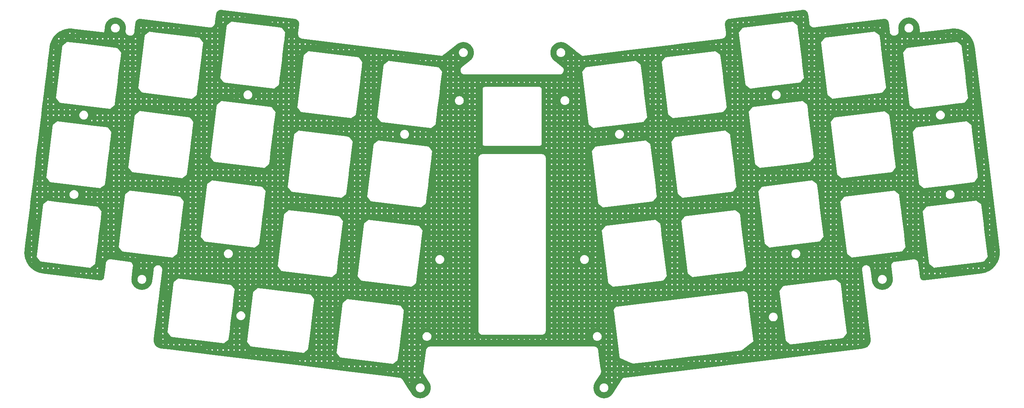
<source format=gbl>
G04 #@! TF.GenerationSoftware,KiCad,Pcbnew,7.0.10-7.0.10~ubuntu23.04.1*
G04 #@! TF.CreationDate,2024-02-07T04:27:19+00:00*
G04 #@! TF.ProjectId,plate_asym,706c6174-655f-4617-9379-6d2e6b696361,v0.1*
G04 #@! TF.SameCoordinates,Original*
G04 #@! TF.FileFunction,Copper,L2,Bot*
G04 #@! TF.FilePolarity,Positive*
%FSLAX46Y46*%
G04 Gerber Fmt 4.6, Leading zero omitted, Abs format (unit mm)*
G04 Created by KiCad (PCBNEW 7.0.10-7.0.10~ubuntu23.04.1) date 2024-02-07 04:27:19*
%MOMM*%
%LPD*%
G01*
G04 APERTURE LIST*
G04 APERTURE END LIST*
G04 #@! TA.AperFunction,NonConductor*
G36*
X215811438Y-58985844D02*
G01*
X215884552Y-58994177D01*
X215887642Y-58994570D01*
X215991590Y-59009182D01*
X216007443Y-59012481D01*
X216084419Y-59033830D01*
X216089598Y-59035388D01*
X216183305Y-59065837D01*
X216196377Y-59070920D01*
X216271238Y-59105036D01*
X216278025Y-59108383D01*
X216363054Y-59153592D01*
X216373247Y-59159656D01*
X216442605Y-59205561D01*
X216450505Y-59211248D01*
X216525897Y-59270147D01*
X216533326Y-59276436D01*
X216537600Y-59280352D01*
X216594654Y-59332627D01*
X216602995Y-59341040D01*
X216667445Y-59412610D01*
X216672318Y-59418367D01*
X216723536Y-59482748D01*
X216731650Y-59494227D01*
X216783872Y-59577784D01*
X216786639Y-59582434D01*
X216825964Y-59651928D01*
X216833011Y-59666535D01*
X216872314Y-59763786D01*
X216873491Y-59766810D01*
X216899217Y-59835595D01*
X216904361Y-59853236D01*
X216933239Y-59989009D01*
X216933460Y-59990070D01*
X216941721Y-60030649D01*
X216943289Y-60040273D01*
X217194032Y-62082417D01*
X217193994Y-62082642D01*
X217211747Y-62226980D01*
X217211748Y-62226985D01*
X217263865Y-62408610D01*
X217343740Y-62579837D01*
X217343750Y-62579854D01*
X217449421Y-62736482D01*
X217449428Y-62736492D01*
X217578302Y-62874673D01*
X217578314Y-62874684D01*
X217727196Y-62990997D01*
X217727201Y-62991000D01*
X217727207Y-62991005D01*
X217892471Y-63082616D01*
X218070026Y-63147251D01*
X218070028Y-63147251D01*
X218070029Y-63147252D01*
X218255511Y-63183325D01*
X218409120Y-63188709D01*
X218444345Y-63189945D01*
X218444346Y-63189944D01*
X218444352Y-63189945D01*
X218524320Y-63180138D01*
X218524346Y-63180138D01*
X218538029Y-63178457D01*
X218538030Y-63178458D01*
X218907873Y-63133047D01*
X227378685Y-63133047D01*
X227378685Y-63435047D01*
X227680685Y-63435047D01*
X227680685Y-63133047D01*
X228678685Y-63133047D01*
X228678685Y-63435047D01*
X228980685Y-63435047D01*
X228980685Y-63133047D01*
X229978685Y-63133047D01*
X229978685Y-63435047D01*
X230280685Y-63435047D01*
X230280685Y-63133047D01*
X231278685Y-63133047D01*
X231278685Y-63392281D01*
X231580685Y-63355199D01*
X231580685Y-63133047D01*
X232578685Y-63133047D01*
X232578685Y-63232432D01*
X232754632Y-63211262D01*
X232778928Y-63210737D01*
X232880685Y-63218542D01*
X232880685Y-63133047D01*
X233878685Y-63133047D01*
X233878685Y-63435047D01*
X234180685Y-63435047D01*
X234180685Y-63133047D01*
X235178685Y-63133047D01*
X235178685Y-63435047D01*
X235240572Y-63435047D01*
X235203491Y-63133047D01*
X235178685Y-63133047D01*
X234180685Y-63133047D01*
X233878685Y-63133047D01*
X232880685Y-63133047D01*
X232578685Y-63133047D01*
X231580685Y-63133047D01*
X231278685Y-63133047D01*
X230280685Y-63133047D01*
X229978685Y-63133047D01*
X228980685Y-63133047D01*
X228678685Y-63133047D01*
X227680685Y-63133047D01*
X227378685Y-63133047D01*
X218907873Y-63133047D01*
X234931073Y-61165644D01*
X234931101Y-61165647D01*
X234954586Y-61162759D01*
X234965387Y-61161908D01*
X235005766Y-61160497D01*
X235006582Y-61160473D01*
X235132312Y-61157436D01*
X235152532Y-61158604D01*
X235219934Y-61168077D01*
X235223703Y-61168670D01*
X235316817Y-61184878D01*
X235333840Y-61189103D01*
X235403638Y-61211781D01*
X235409995Y-61214041D01*
X235448661Y-61228980D01*
X235493060Y-61246134D01*
X235506571Y-61252309D01*
X235573040Y-61287652D01*
X235581192Y-61292394D01*
X235648581Y-61335120D01*
X235654994Y-61339186D01*
X235664938Y-61346198D01*
X235724643Y-61392845D01*
X235733852Y-61400797D01*
X235782775Y-61447429D01*
X235797108Y-61461090D01*
X235803690Y-61467862D01*
X235837918Y-61505877D01*
X235854048Y-61523792D01*
X235863316Y-61535418D01*
X235914549Y-61608250D01*
X235918284Y-61613880D01*
X235930339Y-61633174D01*
X235957161Y-61676100D01*
X235965392Y-61691622D01*
X235973266Y-61709412D01*
X235998316Y-61766013D01*
X236003602Y-61777955D01*
X236005165Y-61781649D01*
X236025929Y-61833047D01*
X236030622Y-61844663D01*
X236036652Y-61864011D01*
X236063671Y-61984663D01*
X236063959Y-61985985D01*
X236072749Y-62027348D01*
X236074534Y-62038012D01*
X236346754Y-64255066D01*
X236346757Y-64255098D01*
X236347268Y-64259250D01*
X236347271Y-64259313D01*
X236347275Y-64259313D01*
X236348747Y-64271336D01*
X236348797Y-64271562D01*
X236357965Y-64346188D01*
X236377599Y-64410393D01*
X236405173Y-64500566D01*
X236409159Y-64513599D01*
X236488637Y-64669570D01*
X236488643Y-64669579D01*
X236593993Y-64809377D01*
X236594002Y-64809387D01*
X236722017Y-64928764D01*
X236722028Y-64928772D01*
X236868837Y-65024114D01*
X236868839Y-65024114D01*
X236868841Y-65024116D01*
X237029981Y-65092523D01*
X237200552Y-65131912D01*
X237375371Y-65141087D01*
X237462249Y-65130427D01*
X237462357Y-65130412D01*
X237462577Y-65130386D01*
X237462670Y-65130374D01*
X237513370Y-65124149D01*
X237513400Y-65124152D01*
X237542212Y-65120609D01*
X237542269Y-65120602D01*
X237554656Y-65119084D01*
X237554955Y-65119015D01*
X237629150Y-65109905D01*
X237796559Y-65058717D01*
X237952538Y-64979239D01*
X238092346Y-64873885D01*
X238097515Y-64868343D01*
X238186819Y-64772577D01*
X238211738Y-64745855D01*
X238218757Y-64735047D01*
X249478685Y-64735047D01*
X249780685Y-64735047D01*
X250778685Y-64735047D01*
X251080685Y-64735047D01*
X251080685Y-64483938D01*
X252078685Y-64483938D01*
X252078685Y-64735047D01*
X252380685Y-64735047D01*
X252380685Y-64537565D01*
X252220289Y-64507837D01*
X252078685Y-64483938D01*
X251080685Y-64483938D01*
X251080685Y-64470094D01*
X251017698Y-64475196D01*
X250922392Y-64486920D01*
X250922176Y-64486920D01*
X250778685Y-64504538D01*
X250778685Y-64735047D01*
X249780685Y-64735047D01*
X249780685Y-64627077D01*
X249478685Y-64664159D01*
X249478685Y-64735047D01*
X238218757Y-64735047D01*
X238307085Y-64599039D01*
X238308716Y-64595198D01*
X238375490Y-64437901D01*
X238383930Y-64401350D01*
X238414878Y-64267326D01*
X238424049Y-64092506D01*
X238413387Y-64005628D01*
X238413326Y-64005132D01*
X238369913Y-63651565D01*
X238369231Y-63644173D01*
X238357204Y-63449680D01*
X238357261Y-63449678D01*
X238357186Y-63449377D01*
X238351301Y-63350165D01*
X238351300Y-63341708D01*
X239807302Y-63341708D01*
X239807634Y-63345078D01*
X239814816Y-63417997D01*
X239815413Y-63430151D01*
X239815413Y-63444875D01*
X239816716Y-63451426D01*
X239818285Y-63459314D01*
X239820070Y-63471349D01*
X239827584Y-63547641D01*
X239827585Y-63547644D01*
X239849839Y-63621010D01*
X239852794Y-63632804D01*
X239855667Y-63647244D01*
X239861299Y-63660841D01*
X239865397Y-63672296D01*
X239887651Y-63745657D01*
X239887652Y-63745661D01*
X239923793Y-63813277D01*
X239928993Y-63824272D01*
X239934625Y-63837868D01*
X239934627Y-63837872D01*
X239942814Y-63850125D01*
X239949063Y-63860551D01*
X239974908Y-63908904D01*
X239985202Y-63928161D01*
X240033827Y-63987411D01*
X240041074Y-63997182D01*
X240046758Y-64005689D01*
X240049261Y-64009434D01*
X240049264Y-64009438D01*
X240059671Y-64019844D01*
X240067847Y-64028864D01*
X240116474Y-64088118D01*
X240131109Y-64100128D01*
X240175726Y-64136744D01*
X240175728Y-64136745D01*
X240184748Y-64144921D01*
X240195156Y-64155329D01*
X240195157Y-64155331D01*
X240207410Y-64163518D01*
X240217180Y-64170764D01*
X240233218Y-64183926D01*
X240276433Y-64219392D01*
X240276436Y-64219394D01*
X240294086Y-64228828D01*
X240344045Y-64255531D01*
X240354464Y-64261776D01*
X240366721Y-64269966D01*
X240380338Y-64275606D01*
X240391318Y-64280799D01*
X240458931Y-64316940D01*
X240532311Y-64339199D01*
X240543744Y-64343290D01*
X240557349Y-64348926D01*
X240571785Y-64351797D01*
X240583576Y-64354750D01*
X240656951Y-64377008D01*
X240733255Y-64384523D01*
X240745272Y-64386306D01*
X240759718Y-64389180D01*
X240774441Y-64389180D01*
X240786595Y-64389777D01*
X240862885Y-64397291D01*
X240939175Y-64389777D01*
X240951329Y-64389180D01*
X240966050Y-64389180D01*
X240966052Y-64389180D01*
X240980518Y-64386302D01*
X240992500Y-64384524D01*
X241064436Y-64377439D01*
X241068820Y-64377008D01*
X241142178Y-64354755D01*
X241153970Y-64351800D01*
X241168421Y-64348926D01*
X241182026Y-64343290D01*
X241193459Y-64339199D01*
X241266839Y-64316940D01*
X241334454Y-64280798D01*
X241345442Y-64275601D01*
X241359049Y-64269966D01*
X241371305Y-64261776D01*
X241381712Y-64255538D01*
X241449335Y-64219393D01*
X241508601Y-64170754D01*
X241518350Y-64163524D01*
X241530610Y-64155333D01*
X241541038Y-64144904D01*
X241550015Y-64136767D01*
X241609295Y-64088118D01*
X241657944Y-64028838D01*
X241666081Y-64019861D01*
X241676510Y-64009433D01*
X241684701Y-63997173D01*
X241691931Y-63987424D01*
X241740570Y-63928158D01*
X241776715Y-63860535D01*
X241782953Y-63850128D01*
X241791143Y-63837872D01*
X241796778Y-63824265D01*
X241801979Y-63813270D01*
X241812099Y-63794338D01*
X241838117Y-63745662D01*
X241860376Y-63672282D01*
X241864467Y-63660849D01*
X241870103Y-63647244D01*
X241872977Y-63632793D01*
X241875932Y-63621001D01*
X241898185Y-63547642D01*
X241905701Y-63471323D01*
X241907480Y-63459338D01*
X241910357Y-63444875D01*
X241910925Y-63421691D01*
X241911478Y-63412671D01*
X241918468Y-63341708D01*
X241911478Y-63270747D01*
X241910924Y-63261720D01*
X241910357Y-63238541D01*
X241907483Y-63224092D01*
X241905700Y-63212078D01*
X241898185Y-63135774D01*
X241875927Y-63062399D01*
X241872974Y-63050608D01*
X241870103Y-63036172D01*
X241864467Y-63022567D01*
X241860376Y-63011134D01*
X241838117Y-62937754D01*
X241801975Y-62870137D01*
X241796783Y-62859161D01*
X241791143Y-62845544D01*
X241782953Y-62833287D01*
X241776706Y-62822864D01*
X241744546Y-62762696D01*
X241740571Y-62755259D01*
X241740569Y-62755256D01*
X241695038Y-62699777D01*
X241691940Y-62696002D01*
X241684695Y-62686233D01*
X241680290Y-62679641D01*
X241676510Y-62673983D01*
X241676508Y-62673980D01*
X241676506Y-62673979D01*
X241666098Y-62663571D01*
X241657922Y-62654551D01*
X241609295Y-62595297D01*
X241550041Y-62546670D01*
X241541021Y-62538494D01*
X241530615Y-62528087D01*
X241530611Y-62528084D01*
X241518359Y-62519897D01*
X241508588Y-62512650D01*
X241449338Y-62464025D01*
X241449336Y-62464024D01*
X241449335Y-62464023D01*
X241381730Y-62427887D01*
X241371302Y-62421637D01*
X241359049Y-62413450D01*
X241359046Y-62413448D01*
X241359045Y-62413448D01*
X241345449Y-62407816D01*
X241334454Y-62402616D01*
X241266838Y-62366475D01*
X241266834Y-62366474D01*
X241193473Y-62344220D01*
X241182018Y-62340122D01*
X241168421Y-62334490D01*
X241168422Y-62334490D01*
X241153981Y-62331617D01*
X241142187Y-62328662D01*
X241068821Y-62306408D01*
X241068818Y-62306407D01*
X240992526Y-62298893D01*
X240980491Y-62297108D01*
X240966052Y-62294236D01*
X240951329Y-62294236D01*
X240939175Y-62293639D01*
X240862885Y-62286125D01*
X240786595Y-62293639D01*
X240774441Y-62294236D01*
X240759714Y-62294236D01*
X240745269Y-62297109D01*
X240733237Y-62298894D01*
X240656950Y-62306408D01*
X240656948Y-62306408D01*
X240583586Y-62328661D01*
X240571793Y-62331616D01*
X240557346Y-62334490D01*
X240543744Y-62340124D01*
X240532296Y-62344220D01*
X240458932Y-62366475D01*
X240458930Y-62366476D01*
X240391314Y-62402616D01*
X240380326Y-62407813D01*
X240366727Y-62413446D01*
X240366713Y-62413454D01*
X240354465Y-62421637D01*
X240344041Y-62427885D01*
X240276435Y-62464023D01*
X240217179Y-62512652D01*
X240207410Y-62519897D01*
X240195165Y-62528079D01*
X240195153Y-62528088D01*
X240184740Y-62538501D01*
X240175731Y-62546666D01*
X240116474Y-62595297D01*
X240067843Y-62654554D01*
X240059678Y-62663563D01*
X240049265Y-62673976D01*
X240049256Y-62673988D01*
X240041074Y-62686233D01*
X240033829Y-62696002D01*
X239985200Y-62755258D01*
X239949062Y-62822864D01*
X239942814Y-62833288D01*
X239934631Y-62845536D01*
X239934623Y-62845550D01*
X239928990Y-62859149D01*
X239923793Y-62870137D01*
X239887653Y-62937753D01*
X239887652Y-62937755D01*
X239865397Y-63011119D01*
X239861301Y-63022567D01*
X239855667Y-63036169D01*
X239852793Y-63050616D01*
X239849838Y-63062409D01*
X239827585Y-63135771D01*
X239827585Y-63135773D01*
X239820071Y-63212060D01*
X239818286Y-63224092D01*
X239815413Y-63238537D01*
X239815413Y-63253263D01*
X239814816Y-63265417D01*
X239807302Y-63341708D01*
X238351300Y-63341708D01*
X238351300Y-63335541D01*
X238360977Y-63171914D01*
X238361031Y-63171069D01*
X238362613Y-63147251D01*
X238369662Y-63041112D01*
X238371386Y-63027174D01*
X238399792Y-62870984D01*
X238399998Y-62869888D01*
X238425887Y-62736698D01*
X238429166Y-62723659D01*
X238475539Y-62574137D01*
X238476066Y-62572486D01*
X238519113Y-62441556D01*
X238523751Y-62429586D01*
X238587282Y-62287916D01*
X238588314Y-62285679D01*
X238647926Y-62160137D01*
X238653705Y-62149378D01*
X238733462Y-62017043D01*
X238735100Y-62014404D01*
X238810339Y-61896756D01*
X238817048Y-61887281D01*
X238911840Y-61765952D01*
X238914191Y-61763039D01*
X239003891Y-61655376D01*
X239011321Y-61647229D01*
X239119816Y-61538441D01*
X239122912Y-61535449D01*
X239225626Y-61439667D01*
X239233579Y-61432854D01*
X239354148Y-61338133D01*
X239358076Y-61335176D01*
X239472217Y-61252855D01*
X239480388Y-61247443D01*
X239611362Y-61168026D01*
X239616197Y-61165244D01*
X239739850Y-61097827D01*
X239748110Y-61093717D01*
X239887545Y-61030737D01*
X239893233Y-61028339D01*
X240024489Y-60976900D01*
X240032635Y-60974033D01*
X240178553Y-60928348D01*
X240185106Y-60926495D01*
X240321806Y-60891904D01*
X240329625Y-60890195D01*
X240479986Y-60862431D01*
X240487297Y-60861308D01*
X240627294Y-60844119D01*
X240634641Y-60843442D01*
X240787257Y-60834004D01*
X240795272Y-60833771D01*
X240936276Y-60834263D01*
X240943041Y-60834475D01*
X241095729Y-60843505D01*
X241104331Y-60844317D01*
X241244059Y-60862465D01*
X241250198Y-60863421D01*
X241400740Y-60890800D01*
X241409759Y-60892791D01*
X241546024Y-60928287D01*
X241551441Y-60929831D01*
X241697673Y-60975184D01*
X241706958Y-60978475D01*
X241830881Y-61028040D01*
X241837497Y-61030687D01*
X241842186Y-61032675D01*
X241982033Y-61095389D01*
X241991405Y-61100077D01*
X242114174Y-61168129D01*
X242118000Y-61170341D01*
X242249541Y-61249620D01*
X242258743Y-61255743D01*
X242371745Y-61338448D01*
X242374823Y-61340776D01*
X242496101Y-61435528D01*
X242504949Y-61443140D01*
X242602530Y-61535418D01*
X242606324Y-61539005D01*
X242608689Y-61541302D01*
X242718008Y-61650329D01*
X242726259Y-61659416D01*
X242814404Y-61766726D01*
X242816045Y-61768769D01*
X242826428Y-61781985D01*
X242911887Y-61890765D01*
X242919307Y-61901292D01*
X242992656Y-62017768D01*
X242993759Y-62019554D01*
X243074813Y-62153231D01*
X243081164Y-62165118D01*
X243138442Y-62287952D01*
X243139067Y-62289312D01*
X243192951Y-62408607D01*
X243196973Y-62417513D01*
X243204303Y-62433740D01*
X243209360Y-62446878D01*
X243249199Y-62570963D01*
X243249471Y-62571820D01*
X243298393Y-62728079D01*
X243301941Y-62742318D01*
X243321071Y-62844539D01*
X243321126Y-62844834D01*
X243355570Y-63031383D01*
X243356707Y-63038786D01*
X243477167Y-64019844D01*
X243518424Y-64355859D01*
X243519547Y-64365000D01*
X243519526Y-64365276D01*
X243522511Y-64389488D01*
X243522715Y-64389848D01*
X243522716Y-64389849D01*
X243523012Y-64389930D01*
X250887570Y-63485675D01*
X250887602Y-63485678D01*
X250913899Y-63482444D01*
X250919004Y-63481923D01*
X251123368Y-63465370D01*
X251329586Y-63449168D01*
X251339494Y-63448788D01*
X251546390Y-63449171D01*
X251546757Y-63449173D01*
X251754565Y-63450989D01*
X251763879Y-63451424D01*
X251972011Y-63469057D01*
X251973152Y-63469160D01*
X252177775Y-63488865D01*
X252186453Y-63490014D01*
X252393381Y-63524937D01*
X252395125Y-63525246D01*
X252596200Y-63562515D01*
X252604211Y-63564277D01*
X252807977Y-63616277D01*
X252810250Y-63616882D01*
X253006851Y-63671406D01*
X253014161Y-63673679D01*
X253213189Y-63742416D01*
X253216029Y-63743437D01*
X253406740Y-63814742D01*
X253413330Y-63817423D01*
X253606095Y-63902401D01*
X253609435Y-63903933D01*
X253792960Y-63991470D01*
X253793042Y-63991509D01*
X253798876Y-63994484D01*
X253895862Y-64047200D01*
X253971139Y-64088117D01*
X253984042Y-64095130D01*
X253987705Y-64097203D01*
X254162946Y-64200427D01*
X254167974Y-64203555D01*
X254344281Y-64319204D01*
X254348236Y-64321909D01*
X254513761Y-64439977D01*
X254518025Y-64443161D01*
X254684218Y-64573003D01*
X254688347Y-64576376D01*
X254842945Y-64708414D01*
X254846564Y-64711629D01*
X255001378Y-64854670D01*
X255005670Y-64858832D01*
X255035495Y-64889181D01*
X255148209Y-65003877D01*
X255151108Y-65006931D01*
X255272747Y-65139552D01*
X255293562Y-65162246D01*
X255297860Y-65167188D01*
X255427251Y-65324150D01*
X255429562Y-65327040D01*
X255558632Y-65493494D01*
X255562830Y-65499242D01*
X255678156Y-65667036D01*
X255679834Y-65669543D01*
X255794681Y-65846031D01*
X255798671Y-65852601D01*
X255899060Y-66030031D01*
X255900299Y-66032274D01*
X256000006Y-66217320D01*
X256003678Y-66224714D01*
X256042984Y-66310958D01*
X256088454Y-66410729D01*
X256089219Y-66412443D01*
X256102292Y-66442393D01*
X256173137Y-66604708D01*
X256176377Y-66612917D01*
X256244916Y-66806454D01*
X256245383Y-66807798D01*
X256296356Y-66957156D01*
X256308639Y-66993150D01*
X256312813Y-67005379D01*
X256315507Y-67014374D01*
X256367492Y-67215365D01*
X256367703Y-67216193D01*
X256418040Y-67416497D01*
X256420078Y-67426250D01*
X256456178Y-67641941D01*
X256456225Y-67642222D01*
X256487432Y-67831346D01*
X256488162Y-67836422D01*
X262424359Y-116182867D01*
X262424363Y-116182905D01*
X262424565Y-116184549D01*
X262425085Y-116189652D01*
X262442923Y-116409781D01*
X262442945Y-116410058D01*
X262457852Y-116599290D01*
X262458235Y-116609253D01*
X262457838Y-116827891D01*
X262457833Y-116828745D01*
X262456132Y-117024153D01*
X262455695Y-117033539D01*
X262437427Y-117249218D01*
X262437298Y-117250636D01*
X262418362Y-117447333D01*
X262417204Y-117456083D01*
X262381358Y-117668504D01*
X262381011Y-117670466D01*
X262344826Y-117865725D01*
X262343052Y-117873790D01*
X262289902Y-118082071D01*
X262289243Y-118084547D01*
X262236056Y-118276341D01*
X262233773Y-118283682D01*
X262163708Y-118486567D01*
X262162648Y-118489515D01*
X262092841Y-118676225D01*
X262090157Y-118682818D01*
X262003663Y-118879027D01*
X262002120Y-118882392D01*
X261916233Y-119062460D01*
X261913258Y-119068294D01*
X261810902Y-119256606D01*
X261808798Y-119260324D01*
X261707512Y-119432273D01*
X261704354Y-119437350D01*
X261586806Y-119616551D01*
X261584072Y-119620546D01*
X261468176Y-119783026D01*
X261464939Y-119787361D01*
X261333014Y-119956218D01*
X261329591Y-119960408D01*
X261199968Y-120112175D01*
X261196753Y-120115794D01*
X261051314Y-120273200D01*
X261047151Y-120277493D01*
X260904812Y-120417367D01*
X260901715Y-120420307D01*
X260743757Y-120565181D01*
X260738815Y-120569479D01*
X260584878Y-120696372D01*
X260581986Y-120698684D01*
X260412508Y-120830091D01*
X260406760Y-120834289D01*
X260242518Y-120947167D01*
X260239914Y-120948909D01*
X260059996Y-121065980D01*
X260053426Y-121069971D01*
X259880170Y-121167992D01*
X259877926Y-121169231D01*
X259688711Y-121271176D01*
X259681316Y-121274848D01*
X259500663Y-121357172D01*
X259498843Y-121357984D01*
X259301341Y-121444181D01*
X259293130Y-121447422D01*
X259106799Y-121513400D01*
X259105455Y-121513867D01*
X258900677Y-121583742D01*
X258891676Y-121586437D01*
X258702364Y-121635391D01*
X258701537Y-121635602D01*
X258489585Y-121688857D01*
X258479831Y-121690895D01*
X258297653Y-121721376D01*
X258297372Y-121721423D01*
X258073861Y-121758293D01*
X258068791Y-121759022D01*
X244613206Y-123411160D01*
X244602411Y-123412009D01*
X244562190Y-123413410D01*
X244560858Y-123413449D01*
X244435540Y-123416467D01*
X244415288Y-123415295D01*
X244347843Y-123405811D01*
X244343838Y-123405181D01*
X244251047Y-123389023D01*
X244233995Y-123384790D01*
X244164101Y-123362076D01*
X244157731Y-123359812D01*
X244074809Y-123327770D01*
X244061283Y-123321588D01*
X243994730Y-123286197D01*
X243986551Y-123281438D01*
X243912871Y-123234722D01*
X243902940Y-123227720D01*
X243843133Y-123180992D01*
X243833957Y-123173069D01*
X243770775Y-123112848D01*
X243764182Y-123106064D01*
X243713752Y-123050056D01*
X243704484Y-123038431D01*
X243653339Y-122965729D01*
X243649600Y-122960094D01*
X243610643Y-122897752D01*
X243602421Y-122882248D01*
X243564279Y-122796083D01*
X243562752Y-122792475D01*
X243537182Y-122729193D01*
X243531157Y-122709865D01*
X243504230Y-122589674D01*
X243504002Y-122588631D01*
X243495040Y-122546478D01*
X243493261Y-122535848D01*
X243382411Y-121633047D01*
X244387906Y-121633047D01*
X244424986Y-121935047D01*
X244580685Y-121935047D01*
X244580685Y-121633047D01*
X245578685Y-121633047D01*
X245578685Y-121935047D01*
X245880685Y-121935047D01*
X245880685Y-121633047D01*
X246878685Y-121633047D01*
X246878685Y-121935047D01*
X247180685Y-121935047D01*
X247180685Y-121633047D01*
X248178685Y-121633047D01*
X248178685Y-121935047D01*
X248446071Y-121935047D01*
X248480685Y-121930796D01*
X248480685Y-121633047D01*
X249478685Y-121633047D01*
X249478685Y-121808257D01*
X249780685Y-121771176D01*
X249780685Y-121633047D01*
X250778685Y-121633047D01*
X250778685Y-121648637D01*
X250905659Y-121633047D01*
X250778685Y-121633047D01*
X249780685Y-121633047D01*
X249478685Y-121633047D01*
X248480685Y-121633047D01*
X248178685Y-121633047D01*
X247180685Y-121633047D01*
X246878685Y-121633047D01*
X245880685Y-121633047D01*
X245578685Y-121633047D01*
X244580685Y-121633047D01*
X244387906Y-121633047D01*
X243382411Y-121633047D01*
X243222792Y-120333047D01*
X244278685Y-120333047D01*
X244278685Y-120635047D01*
X244580685Y-120635047D01*
X253378685Y-120635047D01*
X253680685Y-120635047D01*
X254678685Y-120635047D01*
X254980685Y-120635047D01*
X254980685Y-120385026D01*
X254678685Y-120422107D01*
X254678685Y-120635047D01*
X253680685Y-120635047D01*
X253680685Y-120544646D01*
X253378685Y-120581727D01*
X253378685Y-120635047D01*
X244580685Y-120635047D01*
X244580685Y-120333047D01*
X244278685Y-120333047D01*
X243222792Y-120333047D01*
X243092187Y-119269356D01*
X243092186Y-119269354D01*
X243090703Y-119257274D01*
X243090649Y-119257035D01*
X243081512Y-119182576D01*
X243035806Y-119033047D01*
X244278685Y-119033047D01*
X244278685Y-119335047D01*
X244580685Y-119335047D01*
X244580685Y-119033047D01*
X244278685Y-119033047D01*
X243035806Y-119033047D01*
X243030338Y-119015157D01*
X242950868Y-118859168D01*
X242926650Y-118827027D01*
X242845518Y-118719354D01*
X242804229Y-118680850D01*
X242717483Y-118599954D01*
X242645362Y-118553118D01*
X242570658Y-118504604D01*
X242409513Y-118436204D01*
X242267640Y-118403454D01*
X242238932Y-118396827D01*
X242238931Y-118396826D01*
X242238927Y-118396826D01*
X242075687Y-118388277D01*
X242064106Y-118387671D01*
X242064105Y-118387671D01*
X241977326Y-118398330D01*
X241977324Y-118398330D01*
X240302504Y-118603972D01*
X237564766Y-118940123D01*
X237564700Y-118940131D01*
X237564279Y-118940182D01*
X237555778Y-118941253D01*
X237555391Y-118941301D01*
X237477280Y-118950888D01*
X237477273Y-118950889D01*
X237309860Y-119002060D01*
X237153868Y-119081533D01*
X237014054Y-119186882D01*
X237014053Y-119186883D01*
X236894656Y-119314915D01*
X236799309Y-119461735D01*
X236730904Y-119622889D01*
X236700295Y-119755484D01*
X236692002Y-119791415D01*
X236691527Y-119793471D01*
X236685700Y-119904741D01*
X236682450Y-119966813D01*
X236682372Y-119968293D01*
X236693044Y-120055182D01*
X236693047Y-120055201D01*
X236693104Y-120055668D01*
X237035025Y-122840396D01*
X237035031Y-122840457D01*
X237035088Y-122840917D01*
X237035134Y-122841422D01*
X237035440Y-122844282D01*
X237035441Y-122844293D01*
X237035399Y-122844296D01*
X237035776Y-122848377D01*
X237048893Y-123060445D01*
X237048901Y-123060732D01*
X237048911Y-123060732D01*
X237053643Y-123140221D01*
X237053646Y-123154908D01*
X237043448Y-123327396D01*
X237043392Y-123328294D01*
X237035463Y-123447701D01*
X237033734Y-123461671D01*
X237004403Y-123622961D01*
X237004126Y-123624434D01*
X236979609Y-123750570D01*
X236976322Y-123763641D01*
X236928881Y-123916615D01*
X236928243Y-123918614D01*
X236886948Y-124044217D01*
X236882296Y-124056225D01*
X236817584Y-124200534D01*
X236816453Y-124202984D01*
X236758889Y-124324215D01*
X236753079Y-124335034D01*
X236672139Y-124469337D01*
X236670400Y-124472138D01*
X236597386Y-124586309D01*
X236590635Y-124595844D01*
X236494617Y-124718742D01*
X236492172Y-124721772D01*
X236404909Y-124826512D01*
X236397439Y-124834703D01*
X236287741Y-124944696D01*
X236284511Y-124947820D01*
X236184391Y-125041186D01*
X236176427Y-125048007D01*
X236054570Y-125143741D01*
X236050501Y-125146804D01*
X235939171Y-125227099D01*
X235930928Y-125232558D01*
X235798722Y-125312723D01*
X235793787Y-125315563D01*
X235672965Y-125381437D01*
X235664651Y-125385574D01*
X235523970Y-125449118D01*
X235518171Y-125451562D01*
X235389871Y-125501842D01*
X235381676Y-125504727D01*
X235234450Y-125550822D01*
X235227818Y-125552697D01*
X235094170Y-125586515D01*
X235086267Y-125588243D01*
X234934620Y-125616244D01*
X234927217Y-125617381D01*
X234790331Y-125634189D01*
X234782872Y-125634877D01*
X234628956Y-125644394D01*
X234620871Y-125644629D01*
X234483009Y-125644149D01*
X234476119Y-125643934D01*
X234322101Y-125634824D01*
X234313452Y-125634007D01*
X234176845Y-125616264D01*
X234170628Y-125615296D01*
X234018712Y-125587667D01*
X234009643Y-125585664D01*
X233876500Y-125550982D01*
X233871025Y-125549421D01*
X233723342Y-125503618D01*
X233714023Y-125500315D01*
X233586543Y-125449325D01*
X233581854Y-125447336D01*
X233440485Y-125383938D01*
X233431108Y-125379248D01*
X233392292Y-125357732D01*
X233311375Y-125312878D01*
X233307498Y-125310636D01*
X233174426Y-125230434D01*
X233165198Y-125224293D01*
X233055191Y-125143778D01*
X233052084Y-125141429D01*
X232929188Y-125045411D01*
X232920331Y-125037792D01*
X232821865Y-124944675D01*
X232819528Y-124942406D01*
X232708477Y-124831650D01*
X232700229Y-124822566D01*
X232617556Y-124721916D01*
X232614995Y-124718799D01*
X232613313Y-124716704D01*
X232597705Y-124696836D01*
X232515650Y-124592389D01*
X232508242Y-124581878D01*
X232437692Y-124469844D01*
X232436754Y-124468326D01*
X232353616Y-124331211D01*
X232347284Y-124319358D01*
X232292927Y-124202783D01*
X232292424Y-124201688D01*
X232224864Y-124052107D01*
X232219819Y-124039000D01*
X232190719Y-123948359D01*
X232183225Y-123925015D01*
X232182954Y-123924160D01*
X232172672Y-123891318D01*
X232131329Y-123759261D01*
X232127789Y-123745053D01*
X232114151Y-123672171D01*
X232113975Y-123671230D01*
X232113921Y-123670938D01*
X232074417Y-123456975D01*
X232073280Y-123449573D01*
X232072147Y-123440344D01*
X232036406Y-123149257D01*
X233499094Y-123149257D01*
X233506078Y-123220165D01*
X233506608Y-123225546D01*
X233507205Y-123237700D01*
X233507205Y-123252424D01*
X233508013Y-123256485D01*
X233510077Y-123266863D01*
X233511862Y-123278898D01*
X233519376Y-123355190D01*
X233541629Y-123428549D01*
X233544584Y-123440344D01*
X233547459Y-123454794D01*
X233553091Y-123468391D01*
X233557189Y-123479845D01*
X233579445Y-123553210D01*
X233579447Y-123553215D01*
X233615581Y-123620819D01*
X233620781Y-123631811D01*
X233626420Y-123645424D01*
X233634605Y-123657673D01*
X233640854Y-123668100D01*
X233676992Y-123735708D01*
X233699880Y-123763597D01*
X233725621Y-123794963D01*
X233732868Y-123804734D01*
X233741051Y-123816980D01*
X233741054Y-123816984D01*
X233751460Y-123827390D01*
X233759633Y-123836407D01*
X233808266Y-123895668D01*
X233851061Y-123930788D01*
X233867523Y-123944298D01*
X233867526Y-123944300D01*
X233876546Y-123952476D01*
X233886947Y-123962878D01*
X233886949Y-123962879D01*
X233886953Y-123962883D01*
X233899197Y-123971064D01*
X233908967Y-123978310D01*
X233968227Y-124026943D01*
X234035847Y-124063086D01*
X234046257Y-124069327D01*
X234058513Y-124077516D01*
X234070688Y-124082559D01*
X234072129Y-124083156D01*
X234083126Y-124088358D01*
X234150717Y-124124486D01*
X234150723Y-124124489D01*
X234224097Y-124146746D01*
X234235527Y-124150837D01*
X234249141Y-124156476D01*
X234263586Y-124159349D01*
X234275385Y-124162305D01*
X234288766Y-124166364D01*
X234348744Y-124184558D01*
X234425048Y-124192073D01*
X234437065Y-124193856D01*
X234451511Y-124196730D01*
X234466234Y-124196730D01*
X234478388Y-124197327D01*
X234554678Y-124204841D01*
X234630968Y-124197327D01*
X234643122Y-124196730D01*
X234657843Y-124196730D01*
X234657845Y-124196730D01*
X234672311Y-124193852D01*
X234684293Y-124192074D01*
X234760612Y-124184558D01*
X234833981Y-124162301D01*
X234845754Y-124159352D01*
X234860215Y-124156476D01*
X234873843Y-124150830D01*
X234885234Y-124146754D01*
X234958633Y-124124489D01*
X235026246Y-124088348D01*
X235037218Y-124083159D01*
X235050843Y-124077516D01*
X235063107Y-124069321D01*
X235073502Y-124063089D01*
X235141129Y-124026943D01*
X235200395Y-123978304D01*
X235210136Y-123971079D01*
X235222403Y-123962883D01*
X235232824Y-123952461D01*
X235241802Y-123944322D01*
X235301089Y-123895668D01*
X235349743Y-123836381D01*
X235357882Y-123827403D01*
X235368304Y-123816982D01*
X235376500Y-123804715D01*
X235383725Y-123794974D01*
X235432364Y-123735708D01*
X235468510Y-123668081D01*
X235474742Y-123657686D01*
X235482937Y-123645422D01*
X235488580Y-123631797D01*
X235493773Y-123620819D01*
X235529910Y-123553212D01*
X235552175Y-123479813D01*
X235556251Y-123468422D01*
X235561897Y-123454794D01*
X235564773Y-123440333D01*
X235567722Y-123428560D01*
X235589979Y-123355191D01*
X235597495Y-123278872D01*
X235599274Y-123266887D01*
X235602151Y-123252424D01*
X235602719Y-123229240D01*
X235603272Y-123220220D01*
X235610262Y-123149257D01*
X235603272Y-123078296D01*
X235602718Y-123069269D01*
X235602151Y-123046090D01*
X235599276Y-123031641D01*
X235597494Y-123019627D01*
X235589979Y-122943323D01*
X235567726Y-122869964D01*
X235564770Y-122858164D01*
X235561897Y-122843720D01*
X235556258Y-122830106D01*
X235552167Y-122818676D01*
X235529910Y-122745302D01*
X235523576Y-122733451D01*
X235493779Y-122677705D01*
X235488577Y-122666708D01*
X235487980Y-122665267D01*
X235482937Y-122653092D01*
X235474748Y-122640836D01*
X235468507Y-122630426D01*
X235432364Y-122562806D01*
X235383731Y-122503546D01*
X235376489Y-122493782D01*
X235368304Y-122481532D01*
X235368300Y-122481528D01*
X235368299Y-122481526D01*
X235357897Y-122471125D01*
X235349721Y-122462105D01*
X235301089Y-122402845D01*
X235241828Y-122354212D01*
X235232811Y-122346039D01*
X235222405Y-122335633D01*
X235222403Y-122335631D01*
X235210155Y-122327447D01*
X235200384Y-122320200D01*
X235198090Y-122318318D01*
X235141129Y-122271571D01*
X235141126Y-122271569D01*
X235117979Y-122259197D01*
X235073521Y-122235433D01*
X235063094Y-122229184D01*
X235050845Y-122220999D01*
X235037232Y-122215360D01*
X235026240Y-122210160D01*
X234958636Y-122174026D01*
X234958631Y-122174024D01*
X234885266Y-122151768D01*
X234873812Y-122147670D01*
X234860215Y-122142038D01*
X234845765Y-122139163D01*
X234833970Y-122136208D01*
X234760610Y-122113955D01*
X234760611Y-122113955D01*
X234684319Y-122106441D01*
X234672284Y-122104656D01*
X234657845Y-122101784D01*
X234643122Y-122101784D01*
X234630968Y-122101187D01*
X234554678Y-122093673D01*
X234478388Y-122101187D01*
X234466234Y-122101784D01*
X234451507Y-122101784D01*
X234437062Y-122104657D01*
X234425030Y-122106442D01*
X234348743Y-122113956D01*
X234348741Y-122113956D01*
X234275380Y-122136209D01*
X234263585Y-122139164D01*
X234249139Y-122142038D01*
X234235530Y-122147675D01*
X234224078Y-122151772D01*
X234150724Y-122174024D01*
X234150722Y-122174025D01*
X234083119Y-122210158D01*
X234072133Y-122215355D01*
X234058515Y-122220996D01*
X234058507Y-122221001D01*
X234046257Y-122229186D01*
X234035824Y-122235439D01*
X233968226Y-122271570D01*
X233908973Y-122320198D01*
X233899209Y-122327440D01*
X233886960Y-122335625D01*
X233886946Y-122335636D01*
X233876541Y-122346042D01*
X233867529Y-122354210D01*
X233808267Y-122402846D01*
X233759631Y-122462108D01*
X233751463Y-122471120D01*
X233741057Y-122481525D01*
X233741046Y-122481539D01*
X233732861Y-122493788D01*
X233725619Y-122503552D01*
X233676991Y-122562805D01*
X233640860Y-122630403D01*
X233634607Y-122640836D01*
X233626422Y-122653086D01*
X233626417Y-122653094D01*
X233620776Y-122666712D01*
X233615579Y-122677698D01*
X233579446Y-122745301D01*
X233579445Y-122745303D01*
X233557193Y-122818657D01*
X233553096Y-122830109D01*
X233547459Y-122843718D01*
X233544585Y-122858164D01*
X233541630Y-122869959D01*
X233519377Y-122943320D01*
X233519377Y-122943322D01*
X233511863Y-123019609D01*
X233510078Y-123031641D01*
X233507205Y-123046086D01*
X233507205Y-123060812D01*
X233506608Y-123072966D01*
X233499424Y-123145903D01*
X233499094Y-123149257D01*
X232036406Y-123149257D01*
X231850239Y-121633047D01*
X232855734Y-121633047D01*
X232880685Y-121836255D01*
X232880685Y-121633047D01*
X232855734Y-121633047D01*
X231850239Y-121633047D01*
X231737733Y-120716762D01*
X231737740Y-120716718D01*
X231731310Y-120664360D01*
X231731312Y-120664360D01*
X231720013Y-120572344D01*
X231663983Y-120395600D01*
X231630475Y-120333047D01*
X232689184Y-120333047D01*
X232690210Y-120337282D01*
X232700033Y-120382350D01*
X232701123Y-120387974D01*
X232706933Y-120422148D01*
X232707763Y-120427818D01*
X232733209Y-120635047D01*
X232880685Y-120635047D01*
X232880685Y-120333047D01*
X233878685Y-120333047D01*
X233878685Y-120635047D01*
X234180685Y-120635047D01*
X234180685Y-120333047D01*
X235178685Y-120333047D01*
X235178685Y-120635047D01*
X235480685Y-120635047D01*
X235480685Y-120333047D01*
X235178685Y-120333047D01*
X234180685Y-120333047D01*
X233878685Y-120333047D01*
X232880685Y-120333047D01*
X232689184Y-120333047D01*
X231630475Y-120333047D01*
X231576432Y-120232159D01*
X231460339Y-120087590D01*
X231319658Y-119966813D01*
X231159181Y-119873943D01*
X231159176Y-119873941D01*
X230984370Y-119812140D01*
X230801182Y-119783513D01*
X230801174Y-119783512D01*
X230615847Y-119789032D01*
X230434700Y-119828508D01*
X230434690Y-119828512D01*
X230263870Y-119900606D01*
X230109201Y-120002863D01*
X229975956Y-120131800D01*
X229868677Y-120283017D01*
X229839519Y-120346221D01*
X229791005Y-120451383D01*
X229791004Y-120451386D01*
X229791003Y-120451386D01*
X229745595Y-120631139D01*
X229745594Y-120631146D01*
X229738044Y-120751532D01*
X229733988Y-120816198D01*
X229744469Y-120901568D01*
X229745287Y-120908227D01*
X229745300Y-120908332D01*
X229745346Y-120908710D01*
X231765872Y-137364580D01*
X231765899Y-137364835D01*
X231765902Y-137364835D01*
X231765927Y-137365042D01*
X231765954Y-137365356D01*
X231766287Y-137368466D01*
X231766288Y-137368477D01*
X231766232Y-137368482D01*
X231766623Y-137372883D01*
X231771162Y-137452849D01*
X231771201Y-137453578D01*
X231780202Y-137630580D01*
X231780021Y-137646068D01*
X231771546Y-137760107D01*
X231771362Y-137762312D01*
X231758294Y-137903917D01*
X231756221Y-137917773D01*
X231731611Y-138036091D01*
X231730806Y-138039693D01*
X231699225Y-138171693D01*
X231695695Y-138183722D01*
X231655006Y-138300236D01*
X231653202Y-138305075D01*
X231604094Y-138428878D01*
X231599560Y-138438969D01*
X231543476Y-138550237D01*
X231540330Y-138556084D01*
X231474649Y-138670684D01*
X231469563Y-138678813D01*
X231399154Y-138782223D01*
X231394370Y-138788778D01*
X231313252Y-138892603D01*
X231308050Y-138898830D01*
X231224733Y-138992178D01*
X231218076Y-138999079D01*
X231122780Y-139090523D01*
X231117868Y-139094990D01*
X231023473Y-139176326D01*
X231014777Y-139183167D01*
X230906499Y-139260789D01*
X230902241Y-139263709D01*
X230799064Y-139331355D01*
X230788246Y-139337691D01*
X230667808Y-139400266D01*
X230664509Y-139401918D01*
X230555660Y-139454420D01*
X230542716Y-139459784D01*
X230408435Y-139506736D01*
X230406340Y-139507448D01*
X230297766Y-139543250D01*
X230282788Y-139547171D01*
X230110146Y-139581014D01*
X230109421Y-139581154D01*
X230029282Y-139596369D01*
X230021265Y-139597621D01*
X173444504Y-146544372D01*
X173444438Y-146544380D01*
X173444179Y-146544411D01*
X173438105Y-146545176D01*
X173437715Y-146545224D01*
X173357181Y-146555098D01*
X173357180Y-146555098D01*
X173357179Y-146555099D01*
X173343945Y-146559140D01*
X173190063Y-146606126D01*
X173034324Y-146685345D01*
X173034317Y-146685349D01*
X172894670Y-146790359D01*
X172775334Y-146917984D01*
X172775331Y-146917988D01*
X172772688Y-146922045D01*
X172727692Y-146991103D01*
X172727691Y-146991105D01*
X170553825Y-150326441D01*
X170549548Y-150332589D01*
X170420094Y-150507178D01*
X170419926Y-150507404D01*
X170375351Y-150567236D01*
X170365891Y-150578477D01*
X170245597Y-150705333D01*
X170244976Y-150705983D01*
X170163416Y-150790753D01*
X170153096Y-150800326D01*
X170025863Y-150905575D01*
X170024703Y-150906524D01*
X169925639Y-150986474D01*
X169914705Y-150994356D01*
X169779121Y-151081314D01*
X169777347Y-151082431D01*
X169665636Y-151151440D01*
X169654342Y-151157631D01*
X169511248Y-151226657D01*
X169508805Y-151227802D01*
X169387356Y-151283163D01*
X169375942Y-151287698D01*
X169226907Y-151338515D01*
X169223775Y-151339537D01*
X169095026Y-151379651D01*
X169083721Y-151382597D01*
X168930539Y-151414893D01*
X168926714Y-151415636D01*
X168793103Y-151439448D01*
X168782116Y-151440903D01*
X168626813Y-151454442D01*
X168622329Y-151454752D01*
X168486126Y-151461664D01*
X168475641Y-151461752D01*
X168320344Y-151456489D01*
X168315258Y-151456212D01*
X168178811Y-151445965D01*
X168168989Y-151444832D01*
X168015783Y-151420938D01*
X168010180Y-151419932D01*
X167875802Y-151392605D01*
X167866777Y-151390415D01*
X167717781Y-151348290D01*
X167711772Y-151346425D01*
X167581682Y-151302405D01*
X167573567Y-151299338D01*
X167505681Y-151270926D01*
X167430868Y-151239615D01*
X167424589Y-151236779D01*
X167300939Y-151176752D01*
X167293803Y-151172996D01*
X167159353Y-151096513D01*
X167153009Y-151092646D01*
X167043473Y-151021254D01*
X167037815Y-151017566D01*
X167031683Y-151013300D01*
X166907440Y-150921175D01*
X166901142Y-150916178D01*
X166796302Y-150827283D01*
X166791176Y-150822685D01*
X166678917Y-150716230D01*
X166672832Y-150710042D01*
X166580048Y-150608803D01*
X166575917Y-150604059D01*
X166554756Y-150578477D01*
X166477202Y-150484722D01*
X166471583Y-150477384D01*
X166392336Y-150365479D01*
X166389154Y-150360760D01*
X166305433Y-150230220D01*
X166300432Y-150221693D01*
X166235973Y-150100998D01*
X166233674Y-150096470D01*
X166198913Y-150024406D01*
X166166150Y-149956484D01*
X166162008Y-149946880D01*
X166113320Y-149819410D01*
X166111831Y-149815287D01*
X166061507Y-149667695D01*
X166058412Y-149657088D01*
X166026235Y-149525138D01*
X166025386Y-149521402D01*
X165993090Y-149368210D01*
X165991229Y-149356725D01*
X165975940Y-149222629D01*
X165975621Y-149219460D01*
X165961944Y-149062546D01*
X165961486Y-149050312D01*
X165962525Y-148964762D01*
X167402212Y-148964762D01*
X167409726Y-149041052D01*
X167410323Y-149053206D01*
X167410323Y-149067930D01*
X167411131Y-149071991D01*
X167413195Y-149082369D01*
X167414980Y-149094404D01*
X167422494Y-149170696D01*
X167444747Y-149244055D01*
X167447702Y-149255850D01*
X167450577Y-149270300D01*
X167456209Y-149283897D01*
X167460307Y-149295351D01*
X167482563Y-149368716D01*
X167482565Y-149368721D01*
X167518699Y-149436325D01*
X167523899Y-149447317D01*
X167529538Y-149460930D01*
X167537723Y-149473179D01*
X167543972Y-149483606D01*
X167580110Y-149551214D01*
X167626857Y-149608175D01*
X167628739Y-149610469D01*
X167635986Y-149620240D01*
X167644169Y-149632486D01*
X167644172Y-149632490D01*
X167654578Y-149642896D01*
X167662751Y-149651913D01*
X167711384Y-149711174D01*
X167754179Y-149746294D01*
X167770641Y-149759804D01*
X167770644Y-149759806D01*
X167779664Y-149767982D01*
X167790065Y-149778384D01*
X167790067Y-149778385D01*
X167790071Y-149778389D01*
X167802315Y-149786570D01*
X167812085Y-149793816D01*
X167871345Y-149842449D01*
X167938965Y-149878592D01*
X167949375Y-149884833D01*
X167961631Y-149893022D01*
X167971433Y-149897082D01*
X167975247Y-149898662D01*
X167986244Y-149903864D01*
X168053835Y-149939992D01*
X168053841Y-149939995D01*
X168127215Y-149962252D01*
X168138645Y-149966343D01*
X168152259Y-149971982D01*
X168166704Y-149974855D01*
X168178503Y-149977811D01*
X168191884Y-149981870D01*
X168251862Y-150000064D01*
X168328166Y-150007579D01*
X168340183Y-150009362D01*
X168354629Y-150012236D01*
X168369352Y-150012236D01*
X168381506Y-150012833D01*
X168457796Y-150020347D01*
X168534086Y-150012833D01*
X168546240Y-150012236D01*
X168560961Y-150012236D01*
X168560963Y-150012236D01*
X168575429Y-150009358D01*
X168587411Y-150007580D01*
X168663730Y-150000064D01*
X168737099Y-149977807D01*
X168748872Y-149974858D01*
X168763333Y-149971982D01*
X168776961Y-149966336D01*
X168788352Y-149962260D01*
X168861751Y-149939995D01*
X168929364Y-149903854D01*
X168940336Y-149898665D01*
X168953961Y-149893022D01*
X168966225Y-149884827D01*
X168976620Y-149878595D01*
X169044247Y-149842449D01*
X169103513Y-149793810D01*
X169113254Y-149786585D01*
X169125521Y-149778389D01*
X169135942Y-149767967D01*
X169144920Y-149759828D01*
X169204207Y-149711174D01*
X169252861Y-149651887D01*
X169261000Y-149642909D01*
X169271422Y-149632488D01*
X169279618Y-149620221D01*
X169286843Y-149610480D01*
X169335482Y-149551214D01*
X169371628Y-149483587D01*
X169377860Y-149473192D01*
X169386055Y-149460928D01*
X169391698Y-149447303D01*
X169396891Y-149436325D01*
X169433028Y-149368718D01*
X169455293Y-149295319D01*
X169459369Y-149283928D01*
X169465015Y-149270300D01*
X169467891Y-149255839D01*
X169470840Y-149244066D01*
X169493097Y-149170697D01*
X169500613Y-149094378D01*
X169502392Y-149082393D01*
X169505269Y-149067930D01*
X169505837Y-149044746D01*
X169506390Y-149035726D01*
X169513380Y-148964763D01*
X169506390Y-148893802D01*
X169505836Y-148884775D01*
X169505269Y-148861596D01*
X169502394Y-148847147D01*
X169500612Y-148835133D01*
X169493097Y-148758829D01*
X169470844Y-148685470D01*
X169467888Y-148673670D01*
X169465015Y-148659226D01*
X169459376Y-148645612D01*
X169455285Y-148634182D01*
X169433028Y-148560808D01*
X169433025Y-148560802D01*
X169396897Y-148493211D01*
X169391695Y-148482214D01*
X169391098Y-148480773D01*
X169386055Y-148468598D01*
X169377866Y-148456342D01*
X169371625Y-148445932D01*
X169335482Y-148378312D01*
X169286849Y-148319052D01*
X169279607Y-148309288D01*
X169271422Y-148297038D01*
X169271418Y-148297034D01*
X169271417Y-148297032D01*
X169261015Y-148286631D01*
X169252839Y-148277611D01*
X169204207Y-148218351D01*
X169144946Y-148169718D01*
X169135929Y-148161545D01*
X169125523Y-148151139D01*
X169125521Y-148151137D01*
X169113273Y-148142953D01*
X169103502Y-148135706D01*
X169101208Y-148133824D01*
X169044247Y-148087077D01*
X169044244Y-148087075D01*
X169021097Y-148074703D01*
X168976639Y-148050939D01*
X168966212Y-148044690D01*
X168953963Y-148036505D01*
X168940350Y-148030866D01*
X168929358Y-148025666D01*
X168861754Y-147989532D01*
X168861749Y-147989530D01*
X168788384Y-147967274D01*
X168776930Y-147963176D01*
X168763333Y-147957544D01*
X168748883Y-147954669D01*
X168737088Y-147951714D01*
X168663728Y-147929461D01*
X168663729Y-147929461D01*
X168587437Y-147921947D01*
X168575402Y-147920162D01*
X168560963Y-147917290D01*
X168546240Y-147917290D01*
X168534086Y-147916693D01*
X168457796Y-147909179D01*
X168381506Y-147916693D01*
X168369352Y-147917290D01*
X168354625Y-147917290D01*
X168340180Y-147920163D01*
X168328148Y-147921948D01*
X168251861Y-147929462D01*
X168251859Y-147929462D01*
X168178498Y-147951715D01*
X168166703Y-147954670D01*
X168152257Y-147957544D01*
X168138648Y-147963181D01*
X168127196Y-147967278D01*
X168053842Y-147989530D01*
X168053840Y-147989531D01*
X167986237Y-148025664D01*
X167975251Y-148030861D01*
X167961633Y-148036502D01*
X167961625Y-148036507D01*
X167949375Y-148044692D01*
X167938942Y-148050945D01*
X167871344Y-148087076D01*
X167812091Y-148135704D01*
X167802327Y-148142946D01*
X167790078Y-148151131D01*
X167790064Y-148151142D01*
X167779659Y-148161548D01*
X167770647Y-148169716D01*
X167711385Y-148218352D01*
X167662749Y-148277614D01*
X167654581Y-148286626D01*
X167644175Y-148297031D01*
X167644164Y-148297045D01*
X167635979Y-148309294D01*
X167628737Y-148319058D01*
X167580109Y-148378311D01*
X167543978Y-148445909D01*
X167537725Y-148456342D01*
X167529540Y-148468592D01*
X167529535Y-148468600D01*
X167523894Y-148482218D01*
X167518697Y-148493204D01*
X167482564Y-148560807D01*
X167482563Y-148560809D01*
X167460311Y-148634163D01*
X167456214Y-148645615D01*
X167450577Y-148659224D01*
X167447703Y-148673670D01*
X167444748Y-148685465D01*
X167422495Y-148758826D01*
X167422495Y-148758828D01*
X167414981Y-148835115D01*
X167413196Y-148847147D01*
X167410323Y-148861592D01*
X167410323Y-148876318D01*
X167409726Y-148888472D01*
X167402212Y-148964762D01*
X165962525Y-148964762D01*
X165963108Y-148916731D01*
X165963167Y-148914154D01*
X165968551Y-148755338D01*
X165969653Y-148742531D01*
X165987702Y-148612384D01*
X165987982Y-148610487D01*
X166012825Y-148451200D01*
X166015616Y-148438050D01*
X166048804Y-148315013D01*
X166049084Y-148314000D01*
X166094106Y-148154768D01*
X166098685Y-148141501D01*
X166143397Y-148032458D01*
X166143503Y-148032202D01*
X166211173Y-147870518D01*
X166217609Y-147857381D01*
X166251794Y-147796951D01*
X166345033Y-147633047D01*
X170178685Y-147633047D01*
X170178685Y-147843902D01*
X170178895Y-147844217D01*
X170182151Y-147849358D01*
X170201090Y-147880954D01*
X170204093Y-147886255D01*
X170230171Y-147935047D01*
X170480685Y-147935047D01*
X170480685Y-147633047D01*
X170178685Y-147633047D01*
X166345033Y-147633047D01*
X166362407Y-147602506D01*
X166366276Y-147596158D01*
X167189360Y-146333047D01*
X168878685Y-146333047D01*
X168878685Y-146635047D01*
X169180685Y-146635047D01*
X169180685Y-146333047D01*
X170178685Y-146333047D01*
X170178685Y-146635047D01*
X170480685Y-146635047D01*
X170480685Y-146333047D01*
X171478685Y-146333047D01*
X171478685Y-146635047D01*
X171768495Y-146635047D01*
X171780685Y-146616343D01*
X171780685Y-146333047D01*
X171478685Y-146333047D01*
X170480685Y-146333047D01*
X170178685Y-146333047D01*
X169180685Y-146333047D01*
X168878685Y-146333047D01*
X167189360Y-146333047D01*
X167593967Y-145712134D01*
X167594808Y-145710863D01*
X167600606Y-145702217D01*
X167601277Y-145700915D01*
X167603961Y-145696796D01*
X167603963Y-145696792D01*
X167633208Y-145651949D01*
X167693297Y-145522765D01*
X167734476Y-145386371D01*
X167755914Y-145245518D01*
X167757179Y-145103049D01*
X167748023Y-145034935D01*
X167747769Y-145033047D01*
X168878685Y-145033047D01*
X168878685Y-145335047D01*
X169180685Y-145335047D01*
X169180685Y-145033047D01*
X170178685Y-145033047D01*
X170178685Y-145335047D01*
X170480685Y-145335047D01*
X170480685Y-145033047D01*
X171478685Y-145033047D01*
X171478685Y-145335047D01*
X171780685Y-145335047D01*
X171780685Y-145033047D01*
X172778685Y-145033047D01*
X172778685Y-145335047D01*
X173080685Y-145335047D01*
X173080685Y-145033047D01*
X174078685Y-145033047D01*
X174078685Y-145335047D01*
X174380685Y-145335047D01*
X174380685Y-145033047D01*
X175378685Y-145033047D01*
X175378685Y-145301388D01*
X175680685Y-145264306D01*
X175680685Y-145033047D01*
X176678685Y-145033047D01*
X176678685Y-145141768D01*
X176980685Y-145104687D01*
X176980685Y-145033047D01*
X176678685Y-145033047D01*
X175680685Y-145033047D01*
X175378685Y-145033047D01*
X174380685Y-145033047D01*
X174078685Y-145033047D01*
X173080685Y-145033047D01*
X172778685Y-145033047D01*
X171780685Y-145033047D01*
X171478685Y-145033047D01*
X170480685Y-145033047D01*
X170178685Y-145033047D01*
X169180685Y-145033047D01*
X168878685Y-145033047D01*
X167747769Y-145033047D01*
X167747702Y-145032545D01*
X167747703Y-145032545D01*
X167573368Y-143733047D01*
X168878685Y-143733047D01*
X168878685Y-144035047D01*
X169180685Y-144035047D01*
X169180685Y-143733047D01*
X170178685Y-143733047D01*
X170178685Y-144035047D01*
X170480685Y-144035047D01*
X170480685Y-143733047D01*
X171478685Y-143733047D01*
X171478685Y-144035047D01*
X171780685Y-144035047D01*
X171780685Y-143733047D01*
X172778685Y-143733047D01*
X172778685Y-144035047D01*
X173080685Y-144035047D01*
X173080685Y-143757729D01*
X174078685Y-143757729D01*
X174078685Y-144035047D01*
X174380685Y-144035047D01*
X177978685Y-144035047D01*
X178280685Y-144035047D01*
X179278685Y-144035047D01*
X179580685Y-144035047D01*
X179580685Y-143733047D01*
X180578685Y-143733047D01*
X180578685Y-144035047D01*
X180880685Y-144035047D01*
X180880685Y-143733047D01*
X181878685Y-143733047D01*
X181878685Y-144035047D01*
X182180685Y-144035047D01*
X182180685Y-143733047D01*
X183178685Y-143733047D01*
X183178685Y-144035047D01*
X183480685Y-144035047D01*
X183480685Y-143733047D01*
X184478685Y-143733047D01*
X184478685Y-144035047D01*
X184780685Y-144035047D01*
X184780685Y-143733047D01*
X185778685Y-143733047D01*
X185778685Y-144024429D01*
X186080685Y-143987347D01*
X186080685Y-143733047D01*
X187078685Y-143733047D01*
X187078685Y-143864809D01*
X187380685Y-143827727D01*
X187380685Y-143733047D01*
X187078685Y-143733047D01*
X186080685Y-143733047D01*
X185778685Y-143733047D01*
X184780685Y-143733047D01*
X184478685Y-143733047D01*
X183480685Y-143733047D01*
X183178685Y-143733047D01*
X182180685Y-143733047D01*
X181878685Y-143733047D01*
X180880685Y-143733047D01*
X180578685Y-143733047D01*
X179580685Y-143733047D01*
X179448941Y-143733047D01*
X179278685Y-143753951D01*
X179278685Y-144035047D01*
X178280685Y-144035047D01*
X178280685Y-143876490D01*
X177978685Y-143913571D01*
X177978685Y-144035047D01*
X174380685Y-144035047D01*
X174380685Y-143891959D01*
X174078685Y-143757729D01*
X173080685Y-143757729D01*
X173080685Y-143733047D01*
X172778685Y-143733047D01*
X171780685Y-143733047D01*
X171478685Y-143733047D01*
X170480685Y-143733047D01*
X170178685Y-143733047D01*
X169180685Y-143733047D01*
X168878685Y-143733047D01*
X167573368Y-143733047D01*
X167398965Y-142433047D01*
X168878685Y-142433047D01*
X168878685Y-142735047D01*
X169180685Y-142735047D01*
X169180685Y-142433047D01*
X170178685Y-142433047D01*
X170178685Y-142735047D01*
X170480685Y-142735047D01*
X170480685Y-142549519D01*
X171478685Y-142549519D01*
X171478685Y-142735047D01*
X171766477Y-142735047D01*
X171638551Y-142670899D01*
X171617982Y-142657915D01*
X171478685Y-142549519D01*
X170480685Y-142549519D01*
X170480685Y-142433047D01*
X170178685Y-142433047D01*
X169180685Y-142433047D01*
X168878685Y-142433047D01*
X167398965Y-142433047D01*
X167224562Y-141133047D01*
X168878685Y-141133047D01*
X168878685Y-141435047D01*
X169180685Y-141435047D01*
X169180685Y-141133047D01*
X170178685Y-141133047D01*
X170178685Y-141435047D01*
X170480685Y-141435047D01*
X170480685Y-141133047D01*
X170178685Y-141133047D01*
X169180685Y-141133047D01*
X168878685Y-141133047D01*
X167224562Y-141133047D01*
X167079629Y-140052715D01*
X167079632Y-140052690D01*
X167074347Y-140013332D01*
X167074348Y-140013332D01*
X167062353Y-139924002D01*
X167032909Y-139833047D01*
X168878685Y-139833047D01*
X168878685Y-140135047D01*
X169180685Y-140135047D01*
X169180685Y-139833047D01*
X170178685Y-139833047D01*
X170178685Y-140135047D01*
X170480685Y-140135047D01*
X170480685Y-139833047D01*
X170178685Y-139833047D01*
X169180685Y-139833047D01*
X168878685Y-139833047D01*
X167032909Y-139833047D01*
X167025859Y-139811270D01*
X167006835Y-139752503D01*
X166921559Y-139593683D01*
X166809275Y-139452663D01*
X166809273Y-139452660D01*
X166682451Y-139341728D01*
X166673593Y-139333980D01*
X166673590Y-139333978D01*
X166673587Y-139333976D01*
X166518887Y-139241457D01*
X166518886Y-139241456D01*
X166518885Y-139241456D01*
X166350133Y-139178071D01*
X166350128Y-139178070D01*
X166172772Y-139145866D01*
X166172763Y-139145865D01*
X166082739Y-139145864D01*
X166082737Y-139145864D01*
X166082717Y-139145864D01*
X166082638Y-139145864D01*
X166082138Y-139145864D01*
X166027928Y-139145868D01*
X127257171Y-139149396D01*
X127257089Y-139149372D01*
X127115665Y-139149398D01*
X127115653Y-139149399D01*
X126938328Y-139181628D01*
X126938315Y-139181632D01*
X126769584Y-139245038D01*
X126614901Y-139337579D01*
X126614900Y-139337580D01*
X126479243Y-139456275D01*
X126479242Y-139456276D01*
X126366986Y-139597299D01*
X126366978Y-139597312D01*
X126281732Y-139756123D01*
X126226238Y-139927620D01*
X126220444Y-139970808D01*
X126220390Y-139970928D01*
X126214330Y-140016379D01*
X126214268Y-140016848D01*
X126214268Y-140016849D01*
X126214255Y-140016948D01*
X126214254Y-140016948D01*
X126214188Y-140017443D01*
X126214179Y-140017507D01*
X125539657Y-145048357D01*
X125539647Y-145048627D01*
X125531786Y-145107100D01*
X125531785Y-145107116D01*
X125533045Y-145249576D01*
X125533045Y-145249578D01*
X125554475Y-145390427D01*
X125595646Y-145526823D01*
X125595649Y-145526830D01*
X125655725Y-145656006D01*
X125655726Y-145656007D01*
X125655727Y-145656009D01*
X125682294Y-145696755D01*
X125694633Y-145715679D01*
X125694886Y-145716067D01*
X125694906Y-145716098D01*
X126923087Y-147600877D01*
X126926978Y-147607261D01*
X127028498Y-147785716D01*
X127034854Y-147796951D01*
X127071487Y-147861708D01*
X127077944Y-147874886D01*
X127143195Y-148030782D01*
X127143539Y-148031613D01*
X127190388Y-148145864D01*
X127194981Y-148159172D01*
X127238928Y-148314603D01*
X127239327Y-148316046D01*
X127273421Y-148442440D01*
X127276219Y-148455624D01*
X127300631Y-148612136D01*
X127300936Y-148614211D01*
X127319345Y-148746943D01*
X127320450Y-148759777D01*
X127325757Y-148916317D01*
X127325819Y-148919012D01*
X127327468Y-149054738D01*
X127327009Y-149067011D01*
X127313502Y-149221977D01*
X127313172Y-149225256D01*
X127297677Y-149361167D01*
X127295808Y-149372700D01*
X127263875Y-149524172D01*
X127263012Y-149527970D01*
X127230436Y-149661559D01*
X127227331Y-149672199D01*
X127177542Y-149818225D01*
X127176015Y-149822453D01*
X127126777Y-149951363D01*
X127122625Y-149960991D01*
X127055742Y-150099649D01*
X127053435Y-150104190D01*
X126988285Y-150226182D01*
X126983284Y-150234710D01*
X126900316Y-150364076D01*
X126897133Y-150368797D01*
X126817067Y-150481857D01*
X126811420Y-150489230D01*
X126713571Y-150607521D01*
X126709439Y-150612265D01*
X126615732Y-150714513D01*
X126609641Y-150720709D01*
X126498342Y-150826254D01*
X126493210Y-150830856D01*
X126387363Y-150920604D01*
X126381027Y-150925631D01*
X126257837Y-151016976D01*
X126251687Y-151021254D01*
X126135421Y-151097032D01*
X126129026Y-151100930D01*
X125995720Y-151176762D01*
X125988561Y-151180531D01*
X125863718Y-151241137D01*
X125857438Y-151243973D01*
X125715951Y-151303189D01*
X125707823Y-151306261D01*
X125576432Y-151350721D01*
X125570423Y-151352585D01*
X125422708Y-151394349D01*
X125413683Y-151396540D01*
X125277920Y-151424149D01*
X125272316Y-151425155D01*
X125120470Y-151448835D01*
X125110649Y-151449968D01*
X124972739Y-151460325D01*
X124967653Y-151460602D01*
X124813796Y-151465816D01*
X124803310Y-151465728D01*
X124665476Y-151458732D01*
X124660992Y-151458422D01*
X124507313Y-151445024D01*
X124496326Y-151443569D01*
X124360960Y-151419444D01*
X124357136Y-151418701D01*
X124205659Y-151386765D01*
X124194354Y-151383819D01*
X124063734Y-151343121D01*
X124060600Y-151342098D01*
X123913392Y-151291902D01*
X123901979Y-151287368D01*
X123778460Y-151231063D01*
X123776018Y-151229918D01*
X123634954Y-151161871D01*
X123623660Y-151155680D01*
X123509591Y-151085214D01*
X123507867Y-151084129D01*
X123374537Y-150998615D01*
X123363614Y-150990739D01*
X123261723Y-150908506D01*
X123260634Y-150907617D01*
X123136117Y-150804614D01*
X123125802Y-150795045D01*
X123040173Y-150706045D01*
X123039552Y-150705394D01*
X122923271Y-150582768D01*
X122913821Y-150571541D01*
X122862516Y-150502695D01*
X122862337Y-150502455D01*
X122849207Y-150484747D01*
X122739296Y-150336511D01*
X122735043Y-150330397D01*
X121847612Y-148968821D01*
X123775556Y-148968821D01*
X123783070Y-149045111D01*
X123783667Y-149057265D01*
X123783667Y-149071989D01*
X123785558Y-149081498D01*
X123786539Y-149086428D01*
X123788324Y-149098463D01*
X123795838Y-149174755D01*
X123818091Y-149248114D01*
X123821046Y-149259909D01*
X123823921Y-149274359D01*
X123829553Y-149287956D01*
X123833651Y-149299410D01*
X123855907Y-149372775D01*
X123855909Y-149372780D01*
X123892043Y-149440384D01*
X123897243Y-149451376D01*
X123901198Y-149460925D01*
X123902882Y-149464989D01*
X123911067Y-149477238D01*
X123917316Y-149487665D01*
X123935333Y-149521371D01*
X123951287Y-149551220D01*
X123953454Y-149555273D01*
X123998749Y-149610465D01*
X124002083Y-149614528D01*
X124009330Y-149624299D01*
X124017513Y-149636545D01*
X124017516Y-149636549D01*
X124027922Y-149646955D01*
X124036095Y-149655972D01*
X124084728Y-149715233D01*
X124127523Y-149750353D01*
X124143985Y-149763863D01*
X124143988Y-149763865D01*
X124153008Y-149772041D01*
X124163409Y-149782443D01*
X124163411Y-149782444D01*
X124163415Y-149782448D01*
X124175659Y-149790629D01*
X124185429Y-149797875D01*
X124244689Y-149846508D01*
X124312309Y-149882651D01*
X124322719Y-149888892D01*
X124334975Y-149897081D01*
X124347150Y-149902124D01*
X124348591Y-149902721D01*
X124359588Y-149907923D01*
X124419589Y-149939994D01*
X124427185Y-149944054D01*
X124500559Y-149966311D01*
X124511989Y-149970402D01*
X124525603Y-149976041D01*
X124540048Y-149978914D01*
X124551847Y-149981870D01*
X124551854Y-149981872D01*
X124625206Y-150004123D01*
X124701510Y-150011638D01*
X124713527Y-150013421D01*
X124727973Y-150016295D01*
X124742696Y-150016295D01*
X124754850Y-150016892D01*
X124831140Y-150024406D01*
X124907430Y-150016892D01*
X124919584Y-150016295D01*
X124934305Y-150016295D01*
X124934307Y-150016295D01*
X124948773Y-150013417D01*
X124960755Y-150011639D01*
X125037074Y-150004123D01*
X125110443Y-149981866D01*
X125122216Y-149978917D01*
X125136677Y-149976041D01*
X125150305Y-149970395D01*
X125161696Y-149966319D01*
X125235095Y-149944054D01*
X125302708Y-149907913D01*
X125313680Y-149902724D01*
X125327305Y-149897081D01*
X125339569Y-149888886D01*
X125349964Y-149882654D01*
X125417591Y-149846508D01*
X125476857Y-149797869D01*
X125486598Y-149790644D01*
X125498865Y-149782448D01*
X125509286Y-149772026D01*
X125518264Y-149763887D01*
X125577551Y-149715233D01*
X125626205Y-149655946D01*
X125634344Y-149646968D01*
X125644766Y-149636547D01*
X125652962Y-149624280D01*
X125660187Y-149614539D01*
X125708826Y-149555273D01*
X125744972Y-149487646D01*
X125751204Y-149477251D01*
X125759399Y-149464987D01*
X125765042Y-149451362D01*
X125770235Y-149440384D01*
X125806372Y-149372777D01*
X125828637Y-149299378D01*
X125832713Y-149287987D01*
X125838359Y-149274359D01*
X125841235Y-149259898D01*
X125844184Y-149248125D01*
X125866441Y-149174756D01*
X125873957Y-149098437D01*
X125875736Y-149086452D01*
X125878613Y-149071989D01*
X125879181Y-149048805D01*
X125879734Y-149039785D01*
X125886724Y-148968822D01*
X125879734Y-148897861D01*
X125879180Y-148888834D01*
X125878613Y-148865655D01*
X125875738Y-148851206D01*
X125873956Y-148839192D01*
X125866441Y-148762888D01*
X125844188Y-148689529D01*
X125841232Y-148677729D01*
X125838359Y-148663285D01*
X125832720Y-148649671D01*
X125828629Y-148638241D01*
X125806372Y-148564867D01*
X125804203Y-148560809D01*
X125770241Y-148497270D01*
X125765039Y-148486273D01*
X125763359Y-148482218D01*
X125759399Y-148472657D01*
X125751210Y-148460401D01*
X125744969Y-148449991D01*
X125708826Y-148382371D01*
X125660193Y-148323111D01*
X125652951Y-148313347D01*
X125644766Y-148301097D01*
X125644762Y-148301093D01*
X125644761Y-148301091D01*
X125634359Y-148290690D01*
X125626183Y-148281670D01*
X125622854Y-148277614D01*
X125581082Y-148226713D01*
X125577551Y-148222410D01*
X125518290Y-148173777D01*
X125509273Y-148165604D01*
X125498867Y-148155198D01*
X125498865Y-148155196D01*
X125486617Y-148147012D01*
X125476846Y-148139765D01*
X125471898Y-148135704D01*
X125417591Y-148091136D01*
X125417588Y-148091134D01*
X125394441Y-148078762D01*
X125349983Y-148054998D01*
X125339556Y-148048749D01*
X125327307Y-148040564D01*
X125313694Y-148034925D01*
X125302702Y-148029725D01*
X125235098Y-147993591D01*
X125235093Y-147993589D01*
X125161728Y-147971333D01*
X125150274Y-147967235D01*
X125136677Y-147961603D01*
X125122227Y-147958728D01*
X125110432Y-147955773D01*
X125037072Y-147933520D01*
X125037073Y-147933520D01*
X124960781Y-147926006D01*
X124948746Y-147924221D01*
X124934307Y-147921349D01*
X124919584Y-147921349D01*
X124907430Y-147920752D01*
X124831140Y-147913238D01*
X124754850Y-147920752D01*
X124742696Y-147921349D01*
X124727969Y-147921349D01*
X124713524Y-147924222D01*
X124701492Y-147926007D01*
X124625205Y-147933521D01*
X124625203Y-147933521D01*
X124551842Y-147955774D01*
X124540047Y-147958729D01*
X124525601Y-147961603D01*
X124511992Y-147967240D01*
X124500540Y-147971337D01*
X124427186Y-147993589D01*
X124427184Y-147993590D01*
X124359581Y-148029723D01*
X124348595Y-148034920D01*
X124334977Y-148040561D01*
X124334969Y-148040566D01*
X124322719Y-148048751D01*
X124312286Y-148055004D01*
X124244688Y-148091135D01*
X124185435Y-148139763D01*
X124175671Y-148147005D01*
X124163422Y-148155190D01*
X124163408Y-148155201D01*
X124153003Y-148165607D01*
X124143991Y-148173775D01*
X124084729Y-148222411D01*
X124036093Y-148281673D01*
X124027925Y-148290685D01*
X124017519Y-148301090D01*
X124017508Y-148301104D01*
X124009323Y-148313353D01*
X124002081Y-148323117D01*
X123953453Y-148382370D01*
X123917322Y-148449968D01*
X123911069Y-148460401D01*
X123902884Y-148472651D01*
X123902879Y-148472659D01*
X123897238Y-148486277D01*
X123892041Y-148497263D01*
X123855908Y-148564866D01*
X123855907Y-148564868D01*
X123833655Y-148638222D01*
X123829558Y-148649674D01*
X123823921Y-148663283D01*
X123821047Y-148677729D01*
X123818092Y-148689524D01*
X123795839Y-148762885D01*
X123795839Y-148762887D01*
X123788325Y-148839174D01*
X123786540Y-148851206D01*
X123783667Y-148865651D01*
X123783667Y-148880377D01*
X123783070Y-148892531D01*
X123775556Y-148968821D01*
X121847612Y-148968821D01*
X120976997Y-147633047D01*
X122168261Y-147633047D01*
X122365095Y-147935047D01*
X122380685Y-147935047D01*
X122380685Y-147633047D01*
X122168261Y-147633047D01*
X120976997Y-147633047D01*
X120590092Y-147039423D01*
X120590086Y-147039403D01*
X120590085Y-147039405D01*
X120513618Y-146922045D01*
X120513611Y-146922036D01*
X120394273Y-146794409D01*
X120254620Y-146689395D01*
X120254615Y-146689392D01*
X120147779Y-146635047D01*
X120098876Y-146610171D01*
X120098873Y-146610170D01*
X120098871Y-146610169D01*
X119931760Y-146559139D01*
X119845086Y-146548512D01*
X119845070Y-146548505D01*
X119845048Y-146548507D01*
X119840856Y-146547991D01*
X119840794Y-146547985D01*
X118090264Y-146333047D01*
X122078685Y-146333047D01*
X122078685Y-146635047D01*
X122380685Y-146635047D01*
X122380685Y-146333047D01*
X123378685Y-146333047D01*
X123378685Y-146635047D01*
X123680685Y-146635047D01*
X123680685Y-146333047D01*
X124678685Y-146333047D01*
X124678685Y-146635047D01*
X124980685Y-146635047D01*
X124980685Y-146448056D01*
X124905741Y-146333047D01*
X124678685Y-146333047D01*
X123680685Y-146333047D01*
X123378685Y-146333047D01*
X122380685Y-146333047D01*
X122078685Y-146333047D01*
X118090264Y-146333047D01*
X107502613Y-145033047D01*
X115691724Y-145033047D01*
X115880685Y-145056248D01*
X115880685Y-145033047D01*
X116878685Y-145033047D01*
X116878685Y-145178787D01*
X117180685Y-145215868D01*
X117180685Y-145033047D01*
X118178685Y-145033047D01*
X118178685Y-145335047D01*
X118480685Y-145335047D01*
X118480685Y-145033047D01*
X119478685Y-145033047D01*
X119478685Y-145335047D01*
X119780685Y-145335047D01*
X119780685Y-145033047D01*
X120778685Y-145033047D01*
X120778685Y-145335047D01*
X121080685Y-145335047D01*
X121080685Y-145033047D01*
X122078685Y-145033047D01*
X122078685Y-145335047D01*
X122380685Y-145335047D01*
X122380685Y-145033047D01*
X123378685Y-145033047D01*
X123378685Y-145335047D01*
X123680685Y-145335047D01*
X123680685Y-145033047D01*
X123378685Y-145033047D01*
X122380685Y-145033047D01*
X122078685Y-145033047D01*
X121080685Y-145033047D01*
X120778685Y-145033047D01*
X119780685Y-145033047D01*
X119478685Y-145033047D01*
X118480685Y-145033047D01*
X118178685Y-145033047D01*
X117180685Y-145033047D01*
X116878685Y-145033047D01*
X115880685Y-145033047D01*
X115691724Y-145033047D01*
X107502613Y-145033047D01*
X96914961Y-143733047D01*
X105178685Y-143733047D01*
X105178685Y-143742207D01*
X105480685Y-143779289D01*
X105480685Y-143733047D01*
X106478685Y-143733047D01*
X106478685Y-143901827D01*
X106780685Y-143938909D01*
X106780685Y-143733047D01*
X107778685Y-143733047D01*
X107778685Y-144035047D01*
X108080685Y-144035047D01*
X108080685Y-143733047D01*
X109078685Y-143733047D01*
X109078685Y-144035047D01*
X109380685Y-144035047D01*
X109380685Y-143733047D01*
X110378685Y-143733047D01*
X110378685Y-144035047D01*
X110680685Y-144035047D01*
X110680685Y-143733047D01*
X111678685Y-143733047D01*
X111678685Y-144035047D01*
X111980685Y-144035047D01*
X111980685Y-143733047D01*
X112978685Y-143733047D01*
X112978685Y-144035047D01*
X113280685Y-144035047D01*
X113280685Y-143809840D01*
X114278685Y-143809840D01*
X114278685Y-144035047D01*
X114580685Y-144035047D01*
X114580685Y-143969459D01*
X115578685Y-143969459D01*
X115578685Y-144035047D01*
X115880685Y-144035047D01*
X115880685Y-144006541D01*
X115578685Y-143969459D01*
X114580685Y-143969459D01*
X114580685Y-143846921D01*
X114278685Y-143809840D01*
X113280685Y-143809840D01*
X113280685Y-143733047D01*
X119478685Y-143733047D01*
X119478685Y-144035047D01*
X119780685Y-144035047D01*
X119780685Y-143733047D01*
X120778685Y-143733047D01*
X120778685Y-144035047D01*
X121080685Y-144035047D01*
X121080685Y-143733047D01*
X122078685Y-143733047D01*
X122078685Y-144035047D01*
X122380685Y-144035047D01*
X122380685Y-143733047D01*
X123378685Y-143733047D01*
X123378685Y-144035047D01*
X123680685Y-144035047D01*
X123680685Y-143733047D01*
X124678685Y-143733047D01*
X124678685Y-143959747D01*
X124709080Y-143733047D01*
X124678685Y-143733047D01*
X123680685Y-143733047D01*
X123378685Y-143733047D01*
X122380685Y-143733047D01*
X122078685Y-143733047D01*
X121080685Y-143733047D01*
X120778685Y-143733047D01*
X119780685Y-143733047D01*
X119478685Y-143733047D01*
X113280685Y-143733047D01*
X112978685Y-143733047D01*
X111980685Y-143733047D01*
X111678685Y-143733047D01*
X110680685Y-143733047D01*
X110378685Y-143733047D01*
X109380685Y-143733047D01*
X109078685Y-143733047D01*
X108080685Y-143733047D01*
X107778685Y-143733047D01*
X106780685Y-143733047D01*
X106478685Y-143733047D01*
X105480685Y-143733047D01*
X105178685Y-143733047D01*
X96914961Y-143733047D01*
X86327310Y-142433047D01*
X94778685Y-142433047D01*
X94778685Y-142465248D01*
X95080685Y-142502329D01*
X95080685Y-142433047D01*
X96078685Y-142433047D01*
X96078685Y-142624868D01*
X96380685Y-142661949D01*
X96380685Y-142433047D01*
X97378685Y-142433047D01*
X97378685Y-142735047D01*
X97680685Y-142735047D01*
X97680685Y-142433047D01*
X98678685Y-142433047D01*
X98678685Y-142735047D01*
X98980685Y-142735047D01*
X98980685Y-142433047D01*
X99978685Y-142433047D01*
X99978685Y-142735047D01*
X100280685Y-142735047D01*
X100280685Y-142433047D01*
X101278685Y-142433047D01*
X101278685Y-142735047D01*
X101580685Y-142735047D01*
X101580685Y-142433047D01*
X102578685Y-142433047D01*
X102578685Y-142735047D01*
X102880685Y-142735047D01*
X102880685Y-142433047D01*
X103878685Y-142433047D01*
X103878685Y-142735047D01*
X104180685Y-142735047D01*
X104180685Y-142506071D01*
X105178685Y-142506071D01*
X105178685Y-142735047D01*
X105480685Y-142735047D01*
X105480685Y-142699568D01*
X105475160Y-142697753D01*
X105452816Y-142687880D01*
X105368477Y-142640177D01*
X105283874Y-142592878D01*
X105263775Y-142578868D01*
X105178685Y-142506071D01*
X104180685Y-142506071D01*
X104180685Y-142433047D01*
X103878685Y-142433047D01*
X102880685Y-142433047D01*
X102578685Y-142433047D01*
X101580685Y-142433047D01*
X101278685Y-142433047D01*
X100280685Y-142433047D01*
X99978685Y-142433047D01*
X98980685Y-142433047D01*
X98678685Y-142433047D01*
X97680685Y-142433047D01*
X97378685Y-142433047D01*
X96380685Y-142433047D01*
X96078685Y-142433047D01*
X95080685Y-142433047D01*
X94778685Y-142433047D01*
X86327310Y-142433047D01*
X75739658Y-141133047D01*
X84378685Y-141133047D01*
X84378685Y-141188288D01*
X84680685Y-141225370D01*
X84680685Y-141133047D01*
X85678685Y-141133047D01*
X85678685Y-141347908D01*
X85980685Y-141384990D01*
X85980685Y-141133047D01*
X86978685Y-141133047D01*
X86978685Y-141435047D01*
X87280685Y-141435047D01*
X87280685Y-141133047D01*
X88278685Y-141133047D01*
X88278685Y-141435047D01*
X88580685Y-141435047D01*
X88580685Y-141133047D01*
X89578685Y-141133047D01*
X89578685Y-141435047D01*
X89880685Y-141435047D01*
X89880685Y-141133047D01*
X90878685Y-141133047D01*
X90878685Y-141435047D01*
X91180685Y-141435047D01*
X91180685Y-141133047D01*
X92178685Y-141133047D01*
X92178685Y-141435047D01*
X92480685Y-141435047D01*
X92480685Y-141255921D01*
X93478685Y-141255921D01*
X93478685Y-141435047D01*
X93780685Y-141435047D01*
X93780685Y-141415541D01*
X94778685Y-141415541D01*
X94778685Y-141435047D01*
X94937544Y-141435047D01*
X94778685Y-141415541D01*
X93780685Y-141415541D01*
X93780685Y-141293003D01*
X93478685Y-141255921D01*
X92480685Y-141255921D01*
X92480685Y-141133383D01*
X92477945Y-141133047D01*
X98678685Y-141133047D01*
X98678685Y-141435047D01*
X98980685Y-141435047D01*
X98980685Y-141133047D01*
X99978685Y-141133047D01*
X99978685Y-141435047D01*
X100280685Y-141435047D01*
X100280685Y-141133047D01*
X101278685Y-141133047D01*
X101278685Y-141435047D01*
X101580685Y-141435047D01*
X101580685Y-141133047D01*
X102578685Y-141133047D01*
X102578685Y-141435047D01*
X102880685Y-141435047D01*
X102880685Y-141133047D01*
X103878685Y-141133047D01*
X103878685Y-141435047D01*
X104180685Y-141435047D01*
X104180685Y-141244819D01*
X104138746Y-141190892D01*
X104125800Y-141170381D01*
X104107067Y-141133047D01*
X103878685Y-141133047D01*
X102880685Y-141133047D01*
X102578685Y-141133047D01*
X101580685Y-141133047D01*
X101278685Y-141133047D01*
X100280685Y-141133047D01*
X99978685Y-141133047D01*
X98980685Y-141133047D01*
X98678685Y-141133047D01*
X92477945Y-141133047D01*
X92178685Y-141133047D01*
X91180685Y-141133047D01*
X90878685Y-141133047D01*
X89880685Y-141133047D01*
X89578685Y-141133047D01*
X88580685Y-141133047D01*
X88278685Y-141133047D01*
X87280685Y-141133047D01*
X86978685Y-141133047D01*
X85980685Y-141133047D01*
X85678685Y-141133047D01*
X84680685Y-141133047D01*
X84378685Y-141133047D01*
X75739658Y-141133047D01*
X65152007Y-139833047D01*
X73978685Y-139833047D01*
X73978685Y-139911329D01*
X74280685Y-139948410D01*
X74280685Y-139833047D01*
X75278685Y-139833047D01*
X75278685Y-140070949D01*
X75580685Y-140108030D01*
X75580685Y-139833047D01*
X76578685Y-139833047D01*
X76578685Y-140135047D01*
X76880685Y-140135047D01*
X76880685Y-139833047D01*
X77878685Y-139833047D01*
X77878685Y-140135047D01*
X78180685Y-140135047D01*
X78180685Y-139833047D01*
X79178685Y-139833047D01*
X79178685Y-140135047D01*
X79480685Y-140135047D01*
X79480685Y-139833047D01*
X80478685Y-139833047D01*
X80478685Y-140135047D01*
X80780685Y-140135047D01*
X80780685Y-139833047D01*
X81778685Y-139833047D01*
X81778685Y-140135047D01*
X82080685Y-140135047D01*
X82080685Y-139833047D01*
X83078685Y-139833047D01*
X83078685Y-140135047D01*
X83380685Y-140135047D01*
X83380685Y-139833047D01*
X83078685Y-139833047D01*
X82080685Y-139833047D01*
X81778685Y-139833047D01*
X80780685Y-139833047D01*
X80478685Y-139833047D01*
X79480685Y-139833047D01*
X79178685Y-139833047D01*
X78180685Y-139833047D01*
X77878685Y-139833047D01*
X76880685Y-139833047D01*
X76578685Y-139833047D01*
X75580685Y-139833047D01*
X75278685Y-139833047D01*
X74280685Y-139833047D01*
X73978685Y-139833047D01*
X65152007Y-139833047D01*
X63267503Y-139601659D01*
X63259488Y-139600407D01*
X63181176Y-139585540D01*
X63180454Y-139585401D01*
X63027720Y-139555466D01*
X63006085Y-139551226D01*
X62991113Y-139547307D01*
X62930765Y-139527408D01*
X62882950Y-139511641D01*
X62880855Y-139510929D01*
X62746152Y-139463830D01*
X62733210Y-139458467D01*
X62624662Y-139406112D01*
X62621362Y-139404459D01*
X62500621Y-139341728D01*
X62489803Y-139335393D01*
X62386816Y-139267873D01*
X62382568Y-139264960D01*
X62274075Y-139187184D01*
X62265394Y-139180353D01*
X62171151Y-139099149D01*
X62166246Y-139094688D01*
X62070784Y-139003085D01*
X62064127Y-138996184D01*
X61980949Y-138902992D01*
X61975746Y-138896763D01*
X61894486Y-138792753D01*
X61889703Y-138786200D01*
X61819410Y-138682961D01*
X61814323Y-138674831D01*
X61812649Y-138671911D01*
X61748536Y-138560043D01*
X61745390Y-138554197D01*
X61734730Y-138533047D01*
X63578685Y-138533047D01*
X63578685Y-138634370D01*
X63880685Y-138671451D01*
X63880685Y-138533047D01*
X64878685Y-138533047D01*
X64878685Y-138793989D01*
X65180685Y-138831071D01*
X65180685Y-138533047D01*
X66178685Y-138533047D01*
X66178685Y-138835047D01*
X66480685Y-138835047D01*
X66480685Y-138533047D01*
X67478685Y-138533047D01*
X67478685Y-138835047D01*
X67780685Y-138835047D01*
X67780685Y-138533047D01*
X68778685Y-138533047D01*
X68778685Y-138835047D01*
X69080685Y-138835047D01*
X69080685Y-138533047D01*
X70078685Y-138533047D01*
X70078685Y-138835047D01*
X70380685Y-138835047D01*
X70380685Y-138542386D01*
X71378685Y-138542386D01*
X71378685Y-138835047D01*
X71680685Y-138835047D01*
X71680685Y-138702005D01*
X72678685Y-138702005D01*
X72678685Y-138835047D01*
X72980685Y-138835047D01*
X79213802Y-138835047D01*
X79480685Y-138835047D01*
X79480685Y-138626535D01*
X79213802Y-138835047D01*
X72980685Y-138835047D01*
X72980685Y-138739087D01*
X72678685Y-138702005D01*
X71680685Y-138702005D01*
X71680685Y-138579467D01*
X71378685Y-138542386D01*
X70380685Y-138542386D01*
X70380685Y-138533047D01*
X80478685Y-138533047D01*
X80478685Y-138835047D01*
X80780685Y-138835047D01*
X80780685Y-138533047D01*
X81778685Y-138533047D01*
X81778685Y-138835047D01*
X82080685Y-138835047D01*
X82080685Y-138533047D01*
X81778685Y-138533047D01*
X80780685Y-138533047D01*
X80478685Y-138533047D01*
X70380685Y-138533047D01*
X70078685Y-138533047D01*
X69080685Y-138533047D01*
X68778685Y-138533047D01*
X67780685Y-138533047D01*
X67478685Y-138533047D01*
X66480685Y-138533047D01*
X66178685Y-138533047D01*
X65180685Y-138533047D01*
X64878685Y-138533047D01*
X63880685Y-138533047D01*
X63578685Y-138533047D01*
X61734730Y-138533047D01*
X61689398Y-138443110D01*
X61684864Y-138433018D01*
X61659662Y-138369482D01*
X61635654Y-138308955D01*
X61633852Y-138304119D01*
X61632496Y-138300236D01*
X61593241Y-138187825D01*
X61589728Y-138175851D01*
X61558056Y-138043457D01*
X61557280Y-138039987D01*
X61532717Y-137921887D01*
X61530651Y-137908081D01*
X61517521Y-137765783D01*
X61517357Y-137763810D01*
X61508913Y-137650164D01*
X61508733Y-137634717D01*
X61513799Y-137535047D01*
X62513086Y-137535047D01*
X62580685Y-137535047D01*
X62580685Y-137233047D01*
X63578685Y-137233047D01*
X63578685Y-137535047D01*
X63880685Y-137535047D01*
X63880685Y-137434743D01*
X64878685Y-137434743D01*
X64878685Y-137535047D01*
X64958083Y-137535047D01*
X64954164Y-137530958D01*
X64878685Y-137434743D01*
X63880685Y-137434743D01*
X63880685Y-137233047D01*
X63578685Y-137233047D01*
X62580685Y-137233047D01*
X62545206Y-137233047D01*
X62527335Y-137378590D01*
X62527335Y-137378804D01*
X62517082Y-137462144D01*
X62514319Y-137510785D01*
X62513086Y-137535047D01*
X61513799Y-137535047D01*
X61517749Y-137457327D01*
X61522318Y-137376885D01*
X61523045Y-137368791D01*
X61526093Y-137344009D01*
X61526090Y-137343982D01*
X61531967Y-137296123D01*
X61699331Y-135933047D01*
X63578685Y-135933047D01*
X63578685Y-136235047D01*
X63880685Y-136235047D01*
X63880685Y-136106216D01*
X63880178Y-136105206D01*
X63871471Y-136082564D01*
X63845796Y-135989484D01*
X63829995Y-135933047D01*
X63578685Y-135933047D01*
X61699331Y-135933047D01*
X61725243Y-135722014D01*
X64807287Y-135722014D01*
X64807351Y-135722240D01*
X64807399Y-135722412D01*
X64822184Y-135741424D01*
X64822554Y-135741744D01*
X65662819Y-136817232D01*
X65663026Y-136817641D01*
X65678075Y-136836825D01*
X65678076Y-136836827D01*
X65678169Y-136836879D01*
X65678170Y-136836880D01*
X65678437Y-136837031D01*
X65678438Y-136837030D01*
X65678439Y-136837031D01*
X65698319Y-136839431D01*
X65698424Y-136839443D01*
X78159599Y-138369483D01*
X78159764Y-138369539D01*
X78159767Y-138369518D01*
X78184515Y-138372584D01*
X78184518Y-138372586D01*
X78184600Y-138372562D01*
X78184916Y-138372476D01*
X78184916Y-138372475D01*
X78184918Y-138372475D01*
X78184918Y-138372473D01*
X78204585Y-138357074D01*
X78204597Y-138357090D01*
X78204709Y-138356958D01*
X78605761Y-138043622D01*
X83715292Y-138043622D01*
X83715356Y-138043848D01*
X83715404Y-138044020D01*
X83730189Y-138063032D01*
X83730559Y-138063352D01*
X84570824Y-139138840D01*
X84571031Y-139139249D01*
X84586080Y-139158433D01*
X84586081Y-139158435D01*
X84586174Y-139158487D01*
X84586175Y-139158488D01*
X84586442Y-139158639D01*
X84586443Y-139158638D01*
X84586444Y-139158639D01*
X84606324Y-139161039D01*
X84606429Y-139161051D01*
X97067604Y-140691091D01*
X97067769Y-140691147D01*
X97067772Y-140691126D01*
X97092520Y-140694192D01*
X97092523Y-140694194D01*
X97092605Y-140694170D01*
X97092921Y-140694084D01*
X97092921Y-140694083D01*
X97092923Y-140694083D01*
X97092923Y-140694081D01*
X97112590Y-140678682D01*
X97112602Y-140678698D01*
X97112714Y-140678566D01*
X97142322Y-140655434D01*
X104986797Y-140655434D01*
X104986861Y-140655660D01*
X104986909Y-140655832D01*
X105001694Y-140674844D01*
X105002064Y-140675164D01*
X105842329Y-141750652D01*
X105842536Y-141751061D01*
X105857585Y-141770245D01*
X105857586Y-141770247D01*
X105857679Y-141770299D01*
X105857680Y-141770300D01*
X105857947Y-141770451D01*
X105857948Y-141770450D01*
X105857949Y-141770451D01*
X105877829Y-141772851D01*
X105877934Y-141772863D01*
X118339109Y-143302903D01*
X118339274Y-143302959D01*
X118339277Y-143302938D01*
X118364025Y-143306004D01*
X118364028Y-143306006D01*
X118364110Y-143305982D01*
X118364426Y-143305896D01*
X118364426Y-143305895D01*
X118364428Y-143305895D01*
X118364428Y-143305893D01*
X118384095Y-143290494D01*
X118384107Y-143290510D01*
X118384219Y-143290378D01*
X119471023Y-142441274D01*
X119478841Y-142435218D01*
X119478843Y-142435218D01*
X119478896Y-142435124D01*
X119479048Y-142434857D01*
X119479047Y-142434854D01*
X119479048Y-142434853D01*
X119479267Y-142433047D01*
X120778685Y-142433047D01*
X120778685Y-142735047D01*
X121080685Y-142735047D01*
X121080685Y-142433047D01*
X122078685Y-142433047D01*
X122078685Y-142735047D01*
X122380685Y-142735047D01*
X122380685Y-142433047D01*
X123378685Y-142433047D01*
X123378685Y-142735047D01*
X123680685Y-142735047D01*
X123680685Y-142433047D01*
X124678685Y-142433047D01*
X124678685Y-142735047D01*
X124842889Y-142735047D01*
X124883380Y-142433047D01*
X124678685Y-142433047D01*
X123680685Y-142433047D01*
X123378685Y-142433047D01*
X122380685Y-142433047D01*
X122078685Y-142433047D01*
X121080685Y-142433047D01*
X120778685Y-142433047D01*
X119479267Y-142433047D01*
X119482052Y-142410119D01*
X119482080Y-142410122D01*
X119482065Y-142409932D01*
X119638847Y-141133047D01*
X120778685Y-141133047D01*
X120778685Y-141435047D01*
X121080685Y-141435047D01*
X121080685Y-141133047D01*
X122078685Y-141133047D01*
X122078685Y-141435047D01*
X122380685Y-141435047D01*
X122380685Y-141133047D01*
X123378685Y-141133047D01*
X123378685Y-141435047D01*
X123680685Y-141435047D01*
X123680685Y-141133047D01*
X124678685Y-141133047D01*
X124678685Y-141435047D01*
X124980685Y-141435047D01*
X124980685Y-141133047D01*
X124678685Y-141133047D01*
X123680685Y-141133047D01*
X123378685Y-141133047D01*
X122380685Y-141133047D01*
X122078685Y-141133047D01*
X121080685Y-141133047D01*
X120778685Y-141133047D01*
X119638847Y-141133047D01*
X119761386Y-140135047D01*
X120778685Y-140135047D01*
X121080685Y-140135047D01*
X121080685Y-139833047D01*
X122078685Y-139833047D01*
X122078685Y-140135047D01*
X122380685Y-140135047D01*
X122380685Y-139833047D01*
X123378685Y-139833047D01*
X123378685Y-140135047D01*
X123680685Y-140135047D01*
X123680685Y-139833047D01*
X124678685Y-139833047D01*
X124678685Y-140135047D01*
X124980685Y-140135047D01*
X124980685Y-139833047D01*
X124678685Y-139833047D01*
X123680685Y-139833047D01*
X123378685Y-139833047D01*
X122380685Y-139833047D01*
X122078685Y-139833047D01*
X121080685Y-139833047D01*
X120803962Y-139833047D01*
X120778685Y-140038910D01*
X120778685Y-140135047D01*
X119761386Y-140135047D01*
X119921006Y-138835047D01*
X120926501Y-138835047D01*
X121080685Y-138835047D01*
X121080685Y-138533047D01*
X122078685Y-138533047D01*
X122078685Y-138835047D01*
X122380685Y-138835047D01*
X122380685Y-138533047D01*
X123378685Y-138533047D01*
X123378685Y-138835047D01*
X123680685Y-138835047D01*
X123680685Y-138533047D01*
X124678685Y-138533047D01*
X124678685Y-138835047D01*
X124980685Y-138835047D01*
X124980685Y-138816784D01*
X167578685Y-138816784D01*
X167593226Y-138835047D01*
X167880685Y-138835047D01*
X167880685Y-138533047D01*
X168878685Y-138533047D01*
X168878685Y-138835047D01*
X169180685Y-138835047D01*
X169180685Y-138533047D01*
X170178685Y-138533047D01*
X170178685Y-138835047D01*
X170480685Y-138835047D01*
X170480685Y-138533047D01*
X170178685Y-138533047D01*
X169180685Y-138533047D01*
X168878685Y-138533047D01*
X167880685Y-138533047D01*
X167871812Y-138533047D01*
X167713600Y-138617614D01*
X167708162Y-138620351D01*
X167674863Y-138636100D01*
X167669296Y-138638568D01*
X167624018Y-138657321D01*
X167618344Y-138659509D01*
X167583683Y-138671911D01*
X167578685Y-138673562D01*
X167578685Y-138816784D01*
X124980685Y-138816784D01*
X124980685Y-138533047D01*
X124678685Y-138533047D01*
X123680685Y-138533047D01*
X123378685Y-138533047D01*
X122380685Y-138533047D01*
X122078685Y-138533047D01*
X121080685Y-138533047D01*
X120963581Y-138533047D01*
X120926501Y-138835047D01*
X119921006Y-138835047D01*
X120117706Y-137233047D01*
X122078685Y-137233047D01*
X122078685Y-137535047D01*
X122380685Y-137535047D01*
X122380685Y-137233047D01*
X123378685Y-137233047D01*
X123378685Y-137535047D01*
X123680685Y-137535047D01*
X123680685Y-137233047D01*
X123378685Y-137233047D01*
X122380685Y-137233047D01*
X122078685Y-137233047D01*
X120117706Y-137233047D01*
X120176934Y-136750673D01*
X125362558Y-136750673D01*
X125382840Y-136956605D01*
X125382841Y-136956607D01*
X125442909Y-137154627D01*
X125540456Y-137337123D01*
X125566192Y-137368482D01*
X125671730Y-137497083D01*
X125768350Y-137576375D01*
X125831691Y-137628358D01*
X126014187Y-137725905D01*
X126212207Y-137785973D01*
X126212206Y-137785973D01*
X126250788Y-137789773D01*
X126366533Y-137801173D01*
X126366536Y-137801173D01*
X126469746Y-137801173D01*
X126469749Y-137801173D01*
X126624075Y-137785973D01*
X126822095Y-137725905D01*
X127004591Y-137628358D01*
X127164551Y-137497083D01*
X127295826Y-137337123D01*
X127351456Y-137233047D01*
X128578685Y-137233047D01*
X128578685Y-137535047D01*
X128880685Y-137535047D01*
X128880685Y-137233047D01*
X129878685Y-137233047D01*
X129878685Y-137535047D01*
X130180685Y-137535047D01*
X130180685Y-137233047D01*
X131178685Y-137233047D01*
X131178685Y-137535047D01*
X131480685Y-137535047D01*
X131480685Y-137233047D01*
X132478685Y-137233047D01*
X132478685Y-137535047D01*
X132780685Y-137535047D01*
X132780685Y-137233047D01*
X133778685Y-137233047D01*
X133778685Y-137535047D01*
X134080685Y-137535047D01*
X134080685Y-137233047D01*
X135078685Y-137233047D01*
X135078685Y-137535047D01*
X135380685Y-137535047D01*
X135380685Y-137233047D01*
X136378685Y-137233047D01*
X136378685Y-137535047D01*
X136680685Y-137535047D01*
X136680685Y-137233047D01*
X137678685Y-137233047D01*
X137678685Y-137535047D01*
X137980685Y-137535047D01*
X137980685Y-137233852D01*
X138978685Y-137233852D01*
X138978685Y-137535047D01*
X139280685Y-137535047D01*
X139280685Y-137346633D01*
X140278685Y-137346633D01*
X140278685Y-137535047D01*
X140580685Y-137535047D01*
X140580685Y-137346633D01*
X141578685Y-137346633D01*
X141578685Y-137535047D01*
X141880685Y-137535047D01*
X141880685Y-137346633D01*
X142878685Y-137346633D01*
X142878685Y-137535047D01*
X143180685Y-137535047D01*
X143180685Y-137346633D01*
X144178685Y-137346633D01*
X144178685Y-137535047D01*
X144480685Y-137535047D01*
X144480685Y-137346633D01*
X145478685Y-137346633D01*
X145478685Y-137535047D01*
X145780685Y-137535047D01*
X145780685Y-137346633D01*
X146778685Y-137346633D01*
X146778685Y-137535047D01*
X147080685Y-137535047D01*
X147080685Y-137346633D01*
X148078685Y-137346633D01*
X148078685Y-137535047D01*
X148380685Y-137535047D01*
X148380685Y-137346633D01*
X149378685Y-137346633D01*
X149378685Y-137535047D01*
X149680685Y-137535047D01*
X149680685Y-137346633D01*
X150678685Y-137346633D01*
X150678685Y-137535047D01*
X150980685Y-137535047D01*
X150980685Y-137346633D01*
X151978685Y-137346633D01*
X151978685Y-137535047D01*
X152280685Y-137535047D01*
X152280685Y-137346633D01*
X153278685Y-137346633D01*
X153278685Y-137535047D01*
X153580685Y-137535047D01*
X153580685Y-137346696D01*
X153440215Y-137346709D01*
X153439832Y-137346633D01*
X153278685Y-137346633D01*
X152280685Y-137346633D01*
X151978685Y-137346633D01*
X150980685Y-137346633D01*
X150678685Y-137346633D01*
X149680685Y-137346633D01*
X149378685Y-137346633D01*
X148380685Y-137346633D01*
X148078685Y-137346633D01*
X147080685Y-137346633D01*
X146778685Y-137346633D01*
X145780685Y-137346633D01*
X145478685Y-137346633D01*
X144480685Y-137346633D01*
X144178685Y-137346633D01*
X143180685Y-137346633D01*
X142878685Y-137346633D01*
X141880685Y-137346633D01*
X141578685Y-137346633D01*
X140580685Y-137346633D01*
X140278685Y-137346633D01*
X139280685Y-137346633D01*
X139280685Y-137313933D01*
X139185806Y-137297180D01*
X139180500Y-137296123D01*
X139148552Y-137289032D01*
X139143298Y-137287745D01*
X139101241Y-137276465D01*
X139096054Y-137274952D01*
X139064856Y-137265109D01*
X139059733Y-137263369D01*
X138978685Y-137233852D01*
X137980685Y-137233852D01*
X137980685Y-137233047D01*
X154578685Y-137233047D01*
X154578685Y-137535047D01*
X154880685Y-137535047D01*
X154880685Y-137233047D01*
X155878685Y-137233047D01*
X155878685Y-137535047D01*
X156180685Y-137535047D01*
X156180685Y-137233047D01*
X157178685Y-137233047D01*
X157178685Y-137535047D01*
X157480685Y-137535047D01*
X157480685Y-137233047D01*
X158478685Y-137233047D01*
X158478685Y-137535047D01*
X158780685Y-137535047D01*
X158780685Y-137233047D01*
X159778685Y-137233047D01*
X159778685Y-137535047D01*
X160080685Y-137535047D01*
X160080685Y-137233047D01*
X161078685Y-137233047D01*
X161078685Y-137535047D01*
X161380685Y-137535047D01*
X161380685Y-137233047D01*
X162378685Y-137233047D01*
X162378685Y-137535047D01*
X162680685Y-137535047D01*
X162680685Y-137233047D01*
X163678685Y-137233047D01*
X163678685Y-137535047D01*
X163980685Y-137535047D01*
X163980685Y-137233047D01*
X163678685Y-137233047D01*
X162680685Y-137233047D01*
X162378685Y-137233047D01*
X161380685Y-137233047D01*
X161078685Y-137233047D01*
X160080685Y-137233047D01*
X159778685Y-137233047D01*
X158780685Y-137233047D01*
X158478685Y-137233047D01*
X157480685Y-137233047D01*
X157178685Y-137233047D01*
X156180685Y-137233047D01*
X155878685Y-137233047D01*
X154880685Y-137233047D01*
X154578685Y-137233047D01*
X137980685Y-137233047D01*
X137678685Y-137233047D01*
X136680685Y-137233047D01*
X136378685Y-137233047D01*
X135380685Y-137233047D01*
X135078685Y-137233047D01*
X134080685Y-137233047D01*
X133778685Y-137233047D01*
X132780685Y-137233047D01*
X132478685Y-137233047D01*
X131480685Y-137233047D01*
X131178685Y-137233047D01*
X130180685Y-137233047D01*
X129878685Y-137233047D01*
X128880685Y-137233047D01*
X128578685Y-137233047D01*
X127351456Y-137233047D01*
X127393373Y-137154627D01*
X127453441Y-136956607D01*
X127473724Y-136750673D01*
X165805220Y-136750673D01*
X165825502Y-136956605D01*
X165825503Y-136956607D01*
X165885571Y-137154627D01*
X165983118Y-137337123D01*
X166008854Y-137368482D01*
X166114392Y-137497083D01*
X166211012Y-137576375D01*
X166274353Y-137628358D01*
X166456849Y-137725905D01*
X166654869Y-137785973D01*
X166654868Y-137785973D01*
X166693450Y-137789773D01*
X166809195Y-137801173D01*
X166809198Y-137801173D01*
X166912408Y-137801173D01*
X166912411Y-137801173D01*
X167066737Y-137785973D01*
X167264757Y-137725905D01*
X167447253Y-137628358D01*
X167607213Y-137497083D01*
X167738488Y-137337123D01*
X167794118Y-137233047D01*
X168878685Y-137233047D01*
X168878685Y-137535047D01*
X169180685Y-137535047D01*
X169180685Y-137233047D01*
X170178685Y-137233047D01*
X170178685Y-137535047D01*
X170480685Y-137535047D01*
X170480685Y-137233047D01*
X170178685Y-137233047D01*
X169180685Y-137233047D01*
X168878685Y-137233047D01*
X167794118Y-137233047D01*
X167836035Y-137154627D01*
X167896103Y-136956607D01*
X167916386Y-136750673D01*
X167896103Y-136544739D01*
X167836035Y-136346719D01*
X167738488Y-136164223D01*
X167651564Y-136058305D01*
X167607213Y-136004262D01*
X167520436Y-135933047D01*
X168878685Y-135933047D01*
X168878685Y-136235047D01*
X169180685Y-136235047D01*
X169180685Y-135933047D01*
X170178685Y-135933047D01*
X170178685Y-136235047D01*
X170462972Y-136235047D01*
X170425891Y-135933047D01*
X170178685Y-135933047D01*
X169180685Y-135933047D01*
X168878685Y-135933047D01*
X167520436Y-135933047D01*
X167447255Y-135872990D01*
X167447256Y-135872990D01*
X167447253Y-135872988D01*
X167264757Y-135775441D01*
X167066737Y-135715373D01*
X167066735Y-135715372D01*
X167066737Y-135715372D01*
X166947608Y-135703639D01*
X166912411Y-135700173D01*
X166809195Y-135700173D01*
X166771101Y-135703924D01*
X166654870Y-135715372D01*
X166456846Y-135775442D01*
X166346701Y-135834316D01*
X166274353Y-135872988D01*
X166274351Y-135872989D01*
X166274350Y-135872990D01*
X166114392Y-136004262D01*
X165983120Y-136164220D01*
X165983118Y-136164223D01*
X165956709Y-136213630D01*
X165885572Y-136346716D01*
X165825502Y-136544740D01*
X165805220Y-136750673D01*
X127473724Y-136750673D01*
X127453441Y-136544739D01*
X127393373Y-136346719D01*
X127295826Y-136164223D01*
X127208902Y-136058305D01*
X127164551Y-136004262D01*
X127077774Y-135933047D01*
X128578685Y-135933047D01*
X128578685Y-136235047D01*
X128880685Y-136235047D01*
X128880685Y-135933047D01*
X129878685Y-135933047D01*
X129878685Y-136235047D01*
X130180685Y-136235047D01*
X130180685Y-135933047D01*
X131178685Y-135933047D01*
X131178685Y-136235047D01*
X131480685Y-136235047D01*
X131480685Y-135933047D01*
X132478685Y-135933047D01*
X132478685Y-136235047D01*
X132780685Y-136235047D01*
X132780685Y-135933047D01*
X133778685Y-135933047D01*
X133778685Y-136235047D01*
X134080685Y-136235047D01*
X134080685Y-135933047D01*
X135078685Y-135933047D01*
X135078685Y-136235047D01*
X135380685Y-136235047D01*
X135380685Y-135933047D01*
X136378685Y-135933047D01*
X136378685Y-136235047D01*
X136680685Y-136235047D01*
X136680685Y-135933047D01*
X137678685Y-135933047D01*
X137678685Y-136235047D01*
X137846116Y-136235047D01*
X137837722Y-136218925D01*
X137835328Y-136214072D01*
X137816925Y-136174611D01*
X137814748Y-136169664D01*
X137802231Y-136139452D01*
X137800271Y-136134414D01*
X137726953Y-135933047D01*
X137678685Y-135933047D01*
X136680685Y-135933047D01*
X136378685Y-135933047D01*
X135380685Y-135933047D01*
X135078685Y-135933047D01*
X134080685Y-135933047D01*
X133778685Y-135933047D01*
X132780685Y-135933047D01*
X132478685Y-135933047D01*
X131480685Y-135933047D01*
X131178685Y-135933047D01*
X130180685Y-135933047D01*
X129878685Y-135933047D01*
X128880685Y-135933047D01*
X128578685Y-135933047D01*
X127077774Y-135933047D01*
X127004593Y-135872990D01*
X127004594Y-135872990D01*
X127004591Y-135872988D01*
X126822095Y-135775441D01*
X126624075Y-135715373D01*
X126624073Y-135715372D01*
X126624075Y-135715372D01*
X126504946Y-135703639D01*
X126469749Y-135700173D01*
X126366533Y-135700173D01*
X126328439Y-135703924D01*
X126212208Y-135715372D01*
X126014184Y-135775442D01*
X125904039Y-135834316D01*
X125831691Y-135872988D01*
X125831689Y-135872989D01*
X125831688Y-135872990D01*
X125671730Y-136004262D01*
X125540458Y-136164220D01*
X125540456Y-136164223D01*
X125514047Y-136213630D01*
X125442910Y-136346716D01*
X125382840Y-136544740D01*
X125362558Y-136750673D01*
X120176934Y-136750673D01*
X120277326Y-135933047D01*
X122078685Y-135933047D01*
X122078685Y-136235047D01*
X122380685Y-136235047D01*
X122380685Y-135933047D01*
X123378685Y-135933047D01*
X123378685Y-136235047D01*
X123680685Y-136235047D01*
X123680685Y-135933047D01*
X123378685Y-135933047D01*
X122380685Y-135933047D01*
X122078685Y-135933047D01*
X120277326Y-135933047D01*
X120436945Y-134633047D01*
X122078685Y-134633047D01*
X122078685Y-134935047D01*
X122380685Y-134935047D01*
X122380685Y-134633047D01*
X123378685Y-134633047D01*
X123378685Y-134935047D01*
X123680685Y-134935047D01*
X123680685Y-134633047D01*
X124678685Y-134633047D01*
X124678685Y-134935047D01*
X124980685Y-134935047D01*
X124980685Y-134633047D01*
X125978685Y-134633047D01*
X125978685Y-134744879D01*
X125987526Y-134742665D01*
X125993465Y-134741332D01*
X126041529Y-134731771D01*
X126047523Y-134730731D01*
X126083954Y-134725326D01*
X126089998Y-134724580D01*
X126280685Y-134705799D01*
X126280685Y-134633047D01*
X127278685Y-134633047D01*
X127278685Y-134887872D01*
X127366940Y-134935047D01*
X127580685Y-134935047D01*
X127580685Y-134633047D01*
X128578685Y-134633047D01*
X128578685Y-134935047D01*
X128880685Y-134935047D01*
X128880685Y-134633047D01*
X129878685Y-134633047D01*
X129878685Y-134935047D01*
X130180685Y-134935047D01*
X130180685Y-134633047D01*
X131178685Y-134633047D01*
X131178685Y-134935047D01*
X131480685Y-134935047D01*
X131480685Y-134633047D01*
X132478685Y-134633047D01*
X132478685Y-134935047D01*
X132780685Y-134935047D01*
X132780685Y-134633047D01*
X133778685Y-134633047D01*
X133778685Y-134935047D01*
X134080685Y-134935047D01*
X134080685Y-134633047D01*
X135078685Y-134633047D01*
X135078685Y-134935047D01*
X135380685Y-134935047D01*
X135380685Y-134633047D01*
X136378685Y-134633047D01*
X136378685Y-134935047D01*
X136680685Y-134935047D01*
X136680685Y-134633047D01*
X136378685Y-134633047D01*
X135380685Y-134633047D01*
X135078685Y-134633047D01*
X134080685Y-134633047D01*
X133778685Y-134633047D01*
X132780685Y-134633047D01*
X132478685Y-134633047D01*
X131480685Y-134633047D01*
X131178685Y-134633047D01*
X130180685Y-134633047D01*
X129878685Y-134633047D01*
X128880685Y-134633047D01*
X128578685Y-134633047D01*
X127580685Y-134633047D01*
X127278685Y-134633047D01*
X126280685Y-134633047D01*
X125978685Y-134633047D01*
X124980685Y-134633047D01*
X124678685Y-134633047D01*
X123680685Y-134633047D01*
X123378685Y-134633047D01*
X122380685Y-134633047D01*
X122078685Y-134633047D01*
X120436945Y-134633047D01*
X120596565Y-133333047D01*
X122078685Y-133333047D01*
X122078685Y-133635047D01*
X122380685Y-133635047D01*
X122380685Y-133333047D01*
X123378685Y-133333047D01*
X123378685Y-133635047D01*
X123680685Y-133635047D01*
X123680685Y-133333047D01*
X124678685Y-133333047D01*
X124678685Y-133635047D01*
X124980685Y-133635047D01*
X124980685Y-133333047D01*
X125978685Y-133333047D01*
X125978685Y-133635047D01*
X126280685Y-133635047D01*
X126280685Y-133333047D01*
X127278685Y-133333047D01*
X127278685Y-133635047D01*
X127580685Y-133635047D01*
X127580685Y-133333047D01*
X128578685Y-133333047D01*
X128578685Y-133635047D01*
X128880685Y-133635047D01*
X128880685Y-133333047D01*
X129878685Y-133333047D01*
X129878685Y-133635047D01*
X130180685Y-133635047D01*
X130180685Y-133333047D01*
X131178685Y-133333047D01*
X131178685Y-133635047D01*
X131480685Y-133635047D01*
X131480685Y-133333047D01*
X132478685Y-133333047D01*
X132478685Y-133635047D01*
X132780685Y-133635047D01*
X132780685Y-133333047D01*
X133778685Y-133333047D01*
X133778685Y-133635047D01*
X134080685Y-133635047D01*
X134080685Y-133333047D01*
X135078685Y-133333047D01*
X135078685Y-133635047D01*
X135380685Y-133635047D01*
X135380685Y-133333047D01*
X136378685Y-133333047D01*
X136378685Y-133635047D01*
X136680685Y-133635047D01*
X136680685Y-133333047D01*
X136378685Y-133333047D01*
X135380685Y-133333047D01*
X135078685Y-133333047D01*
X134080685Y-133333047D01*
X133778685Y-133333047D01*
X132780685Y-133333047D01*
X132478685Y-133333047D01*
X131480685Y-133333047D01*
X131178685Y-133333047D01*
X130180685Y-133333047D01*
X129878685Y-133333047D01*
X128880685Y-133333047D01*
X128578685Y-133333047D01*
X127580685Y-133333047D01*
X127278685Y-133333047D01*
X126280685Y-133333047D01*
X125978685Y-133333047D01*
X124980685Y-133333047D01*
X124678685Y-133333047D01*
X123680685Y-133333047D01*
X123378685Y-133333047D01*
X122380685Y-133333047D01*
X122078685Y-133333047D01*
X120596565Y-133333047D01*
X120756185Y-132033047D01*
X122078685Y-132033047D01*
X122078685Y-132335047D01*
X122380685Y-132335047D01*
X122380685Y-132033047D01*
X123378685Y-132033047D01*
X123378685Y-132335047D01*
X123680685Y-132335047D01*
X123680685Y-132033047D01*
X124678685Y-132033047D01*
X124678685Y-132335047D01*
X124980685Y-132335047D01*
X124980685Y-132033047D01*
X125978685Y-132033047D01*
X125978685Y-132335047D01*
X126280685Y-132335047D01*
X126280685Y-132033047D01*
X127278685Y-132033047D01*
X127278685Y-132335047D01*
X127580685Y-132335047D01*
X127580685Y-132033047D01*
X128578685Y-132033047D01*
X128578685Y-132335047D01*
X128880685Y-132335047D01*
X128880685Y-132033047D01*
X129878685Y-132033047D01*
X129878685Y-132335047D01*
X130180685Y-132335047D01*
X130180685Y-132033047D01*
X131178685Y-132033047D01*
X131178685Y-132335047D01*
X131480685Y-132335047D01*
X131480685Y-132033047D01*
X132478685Y-132033047D01*
X132478685Y-132335047D01*
X132780685Y-132335047D01*
X132780685Y-132033047D01*
X133778685Y-132033047D01*
X133778685Y-132335047D01*
X134080685Y-132335047D01*
X134080685Y-132033047D01*
X135078685Y-132033047D01*
X135078685Y-132335047D01*
X135380685Y-132335047D01*
X135380685Y-132033047D01*
X136378685Y-132033047D01*
X136378685Y-132335047D01*
X136680685Y-132335047D01*
X136680685Y-132033047D01*
X136378685Y-132033047D01*
X135380685Y-132033047D01*
X135078685Y-132033047D01*
X134080685Y-132033047D01*
X133778685Y-132033047D01*
X132780685Y-132033047D01*
X132478685Y-132033047D01*
X131480685Y-132033047D01*
X131178685Y-132033047D01*
X130180685Y-132033047D01*
X129878685Y-132033047D01*
X128880685Y-132033047D01*
X128578685Y-132033047D01*
X127580685Y-132033047D01*
X127278685Y-132033047D01*
X126280685Y-132033047D01*
X125978685Y-132033047D01*
X124980685Y-132033047D01*
X124678685Y-132033047D01*
X123680685Y-132033047D01*
X123378685Y-132033047D01*
X122380685Y-132033047D01*
X122078685Y-132033047D01*
X120756185Y-132033047D01*
X120915805Y-130733047D01*
X122078685Y-130733047D01*
X122078685Y-131035047D01*
X122380685Y-131035047D01*
X122380685Y-130733047D01*
X123378685Y-130733047D01*
X123378685Y-131035047D01*
X123680685Y-131035047D01*
X123680685Y-130733047D01*
X124678685Y-130733047D01*
X124678685Y-131035047D01*
X124980685Y-131035047D01*
X124980685Y-130733047D01*
X125978685Y-130733047D01*
X125978685Y-131035047D01*
X126280685Y-131035047D01*
X126280685Y-130733047D01*
X127278685Y-130733047D01*
X127278685Y-131035047D01*
X127580685Y-131035047D01*
X127580685Y-130733047D01*
X128578685Y-130733047D01*
X128578685Y-131035047D01*
X128880685Y-131035047D01*
X128880685Y-130733047D01*
X129878685Y-130733047D01*
X129878685Y-131035047D01*
X130180685Y-131035047D01*
X130180685Y-130733047D01*
X131178685Y-130733047D01*
X131178685Y-131035047D01*
X131480685Y-131035047D01*
X131480685Y-130733047D01*
X132478685Y-130733047D01*
X132478685Y-131035047D01*
X132780685Y-131035047D01*
X132780685Y-130733047D01*
X133778685Y-130733047D01*
X133778685Y-131035047D01*
X134080685Y-131035047D01*
X134080685Y-130733047D01*
X135078685Y-130733047D01*
X135078685Y-131035047D01*
X135380685Y-131035047D01*
X135380685Y-130733047D01*
X136378685Y-130733047D01*
X136378685Y-131035047D01*
X136680685Y-131035047D01*
X136680685Y-130733047D01*
X136378685Y-130733047D01*
X135380685Y-130733047D01*
X135078685Y-130733047D01*
X134080685Y-130733047D01*
X133778685Y-130733047D01*
X132780685Y-130733047D01*
X132478685Y-130733047D01*
X131480685Y-130733047D01*
X131178685Y-130733047D01*
X130180685Y-130733047D01*
X129878685Y-130733047D01*
X128880685Y-130733047D01*
X128578685Y-130733047D01*
X127580685Y-130733047D01*
X127278685Y-130733047D01*
X126280685Y-130733047D01*
X125978685Y-130733047D01*
X124980685Y-130733047D01*
X124678685Y-130733047D01*
X123680685Y-130733047D01*
X123378685Y-130733047D01*
X122380685Y-130733047D01*
X122078685Y-130733047D01*
X120915805Y-130733047D01*
X120940527Y-130531702D01*
X120940590Y-130531209D01*
X120941477Y-130524305D01*
X120941479Y-130524303D01*
X120941397Y-130524007D01*
X120941369Y-130523904D01*
X120927049Y-130505353D01*
X120926349Y-130504746D01*
X120774365Y-130310216D01*
X120089045Y-129433047D01*
X122078685Y-129433047D01*
X122078685Y-129735047D01*
X122380685Y-129735047D01*
X122380685Y-129433047D01*
X123378685Y-129433047D01*
X123378685Y-129735047D01*
X123680685Y-129735047D01*
X123680685Y-129433047D01*
X124678685Y-129433047D01*
X124678685Y-129735047D01*
X124980685Y-129735047D01*
X124980685Y-129433047D01*
X125978685Y-129433047D01*
X125978685Y-129735047D01*
X126280685Y-129735047D01*
X126280685Y-129433047D01*
X127278685Y-129433047D01*
X127278685Y-129735047D01*
X127580685Y-129735047D01*
X127580685Y-129433047D01*
X128578685Y-129433047D01*
X128578685Y-129735047D01*
X128880685Y-129735047D01*
X128880685Y-129433047D01*
X129878685Y-129433047D01*
X129878685Y-129735047D01*
X130180685Y-129735047D01*
X130180685Y-129433047D01*
X131178685Y-129433047D01*
X131178685Y-129735047D01*
X131480685Y-129735047D01*
X131480685Y-129433047D01*
X132478685Y-129433047D01*
X132478685Y-129735047D01*
X132780685Y-129735047D01*
X132780685Y-129433047D01*
X133778685Y-129433047D01*
X133778685Y-129735047D01*
X134080685Y-129735047D01*
X134080685Y-129433047D01*
X135078685Y-129433047D01*
X135078685Y-129735047D01*
X135380685Y-129735047D01*
X135380685Y-129433047D01*
X136378685Y-129433047D01*
X136378685Y-129735047D01*
X136680685Y-129735047D01*
X136680685Y-129433047D01*
X136378685Y-129433047D01*
X135380685Y-129433047D01*
X135078685Y-129433047D01*
X134080685Y-129433047D01*
X133778685Y-129433047D01*
X132780685Y-129433047D01*
X132478685Y-129433047D01*
X131480685Y-129433047D01*
X131178685Y-129433047D01*
X130180685Y-129433047D01*
X129878685Y-129433047D01*
X128880685Y-129433047D01*
X128578685Y-129433047D01*
X127580685Y-129433047D01*
X127278685Y-129433047D01*
X126280685Y-129433047D01*
X125978685Y-129433047D01*
X124980685Y-129433047D01*
X124678685Y-129433047D01*
X123680685Y-129433047D01*
X123378685Y-129433047D01*
X122380685Y-129433047D01*
X122078685Y-129433047D01*
X120089045Y-129433047D01*
X120076620Y-129417144D01*
X120070691Y-129409488D01*
X120070528Y-129409396D01*
X120070410Y-129409329D01*
X120070329Y-129409283D01*
X120046528Y-129406293D01*
X120045965Y-129406334D01*
X109675876Y-128133047D01*
X118178685Y-128133047D01*
X118178685Y-128171563D01*
X118480685Y-128208645D01*
X118480685Y-128133047D01*
X119478685Y-128133047D01*
X119478685Y-128331183D01*
X119780685Y-128368264D01*
X119780685Y-128133047D01*
X120778685Y-128133047D01*
X120778685Y-128435047D01*
X121080685Y-128435047D01*
X121080685Y-128133047D01*
X122078685Y-128133047D01*
X122078685Y-128435047D01*
X122380685Y-128435047D01*
X122380685Y-128133047D01*
X123378685Y-128133047D01*
X123378685Y-128435047D01*
X123680685Y-128435047D01*
X123680685Y-128133047D01*
X124678685Y-128133047D01*
X124678685Y-128435047D01*
X124980685Y-128435047D01*
X124980685Y-128133047D01*
X125978685Y-128133047D01*
X125978685Y-128435047D01*
X126280685Y-128435047D01*
X126280685Y-128133047D01*
X127278685Y-128133047D01*
X127278685Y-128435047D01*
X127580685Y-128435047D01*
X127580685Y-128133047D01*
X128578685Y-128133047D01*
X128578685Y-128435047D01*
X128880685Y-128435047D01*
X128880685Y-128133047D01*
X129878685Y-128133047D01*
X129878685Y-128435047D01*
X130180685Y-128435047D01*
X130180685Y-128133047D01*
X131178685Y-128133047D01*
X131178685Y-128435047D01*
X131480685Y-128435047D01*
X131480685Y-128133047D01*
X132478685Y-128133047D01*
X132478685Y-128435047D01*
X132780685Y-128435047D01*
X132780685Y-128133047D01*
X133778685Y-128133047D01*
X133778685Y-128435047D01*
X134080685Y-128435047D01*
X134080685Y-128133047D01*
X135078685Y-128133047D01*
X135078685Y-128435047D01*
X135380685Y-128435047D01*
X135380685Y-128133047D01*
X136378685Y-128133047D01*
X136378685Y-128435047D01*
X136680685Y-128435047D01*
X136680685Y-128133047D01*
X136378685Y-128133047D01*
X135380685Y-128133047D01*
X135078685Y-128133047D01*
X134080685Y-128133047D01*
X133778685Y-128133047D01*
X132780685Y-128133047D01*
X132478685Y-128133047D01*
X131480685Y-128133047D01*
X131178685Y-128133047D01*
X130180685Y-128133047D01*
X129878685Y-128133047D01*
X128880685Y-128133047D01*
X128578685Y-128133047D01*
X127580685Y-128133047D01*
X127278685Y-128133047D01*
X126280685Y-128133047D01*
X125978685Y-128133047D01*
X124980685Y-128133047D01*
X124678685Y-128133047D01*
X123680685Y-128133047D01*
X123378685Y-128133047D01*
X122380685Y-128133047D01*
X122078685Y-128133047D01*
X121080685Y-128133047D01*
X120778685Y-128133047D01*
X119780685Y-128133047D01*
X119478685Y-128133047D01*
X118480685Y-128133047D01*
X118178685Y-128133047D01*
X109675876Y-128133047D01*
X107588953Y-127876805D01*
X107588789Y-127876750D01*
X107564250Y-127873730D01*
X107564249Y-127873730D01*
X107564189Y-127873747D01*
X107563982Y-127873804D01*
X107563851Y-127873840D01*
X107545530Y-127887984D01*
X107544926Y-127888676D01*
X106468903Y-128729359D01*
X106468762Y-128729431D01*
X106468769Y-128729439D01*
X106449435Y-128744517D01*
X106448779Y-128745669D01*
X106448430Y-128751298D01*
X106446228Y-128768956D01*
X106446261Y-128769396D01*
X104989838Y-140631014D01*
X104989674Y-140631514D01*
X104986797Y-140655434D01*
X97142322Y-140655434D01*
X98194929Y-139833047D01*
X99978685Y-139833047D01*
X99978685Y-140135047D01*
X100280685Y-140135047D01*
X100280685Y-139833047D01*
X101278685Y-139833047D01*
X101278685Y-140135047D01*
X101580685Y-140135047D01*
X101580685Y-139833047D01*
X102578685Y-139833047D01*
X102578685Y-140135047D01*
X102880685Y-140135047D01*
X102880685Y-139833047D01*
X103878685Y-139833047D01*
X103878685Y-140135047D01*
X104045239Y-140135047D01*
X104082319Y-139833047D01*
X103878685Y-139833047D01*
X102880685Y-139833047D01*
X102578685Y-139833047D01*
X101580685Y-139833047D01*
X101278685Y-139833047D01*
X100280685Y-139833047D01*
X99978685Y-139833047D01*
X98194929Y-139833047D01*
X98199518Y-139829462D01*
X98207336Y-139823406D01*
X98207338Y-139823406D01*
X98207391Y-139823312D01*
X98207543Y-139823045D01*
X98207542Y-139823042D01*
X98207543Y-139823041D01*
X98210547Y-139798307D01*
X98210575Y-139798310D01*
X98210560Y-139798120D01*
X98216161Y-139752503D01*
X98365891Y-138533047D01*
X99978685Y-138533047D01*
X99978685Y-138835047D01*
X100280685Y-138835047D01*
X100280685Y-138533047D01*
X101278685Y-138533047D01*
X101278685Y-138835047D01*
X101580685Y-138835047D01*
X101580685Y-138533047D01*
X102578685Y-138533047D01*
X102578685Y-138835047D01*
X102880685Y-138835047D01*
X102880685Y-138533047D01*
X103878685Y-138533047D01*
X103878685Y-138835047D01*
X104180685Y-138835047D01*
X104180685Y-138533047D01*
X103878685Y-138533047D01*
X102880685Y-138533047D01*
X102578685Y-138533047D01*
X101580685Y-138533047D01*
X101278685Y-138533047D01*
X100280685Y-138533047D01*
X99978685Y-138533047D01*
X98365891Y-138533047D01*
X98525511Y-137233047D01*
X99978685Y-137233047D01*
X99978685Y-137535047D01*
X100280685Y-137535047D01*
X100280685Y-137233047D01*
X101278685Y-137233047D01*
X101278685Y-137535047D01*
X101580685Y-137535047D01*
X101580685Y-137233047D01*
X102578685Y-137233047D01*
X102578685Y-137535047D01*
X102880685Y-137535047D01*
X102880685Y-137233047D01*
X103878685Y-137233047D01*
X103878685Y-137535047D01*
X104180685Y-137535047D01*
X104180685Y-137233047D01*
X103878685Y-137233047D01*
X102880685Y-137233047D01*
X102578685Y-137233047D01*
X101580685Y-137233047D01*
X101278685Y-137233047D01*
X100280685Y-137233047D01*
X99978685Y-137233047D01*
X98525511Y-137233047D01*
X98685131Y-135933047D01*
X99978685Y-135933047D01*
X99978685Y-136235047D01*
X100280685Y-136235047D01*
X100280685Y-135933047D01*
X101278685Y-135933047D01*
X101278685Y-136235047D01*
X101580685Y-136235047D01*
X101580685Y-135933047D01*
X102578685Y-135933047D01*
X102578685Y-136235047D01*
X102880685Y-136235047D01*
X102880685Y-135933047D01*
X103878685Y-135933047D01*
X103878685Y-136235047D01*
X104180685Y-136235047D01*
X104180685Y-135933047D01*
X103878685Y-135933047D01*
X102880685Y-135933047D01*
X102578685Y-135933047D01*
X101580685Y-135933047D01*
X101278685Y-135933047D01*
X100280685Y-135933047D01*
X99978685Y-135933047D01*
X98685131Y-135933047D01*
X98844751Y-134633047D01*
X99978685Y-134633047D01*
X99978685Y-134935047D01*
X100280685Y-134935047D01*
X100280685Y-134633047D01*
X101278685Y-134633047D01*
X101278685Y-134935047D01*
X101580685Y-134935047D01*
X101580685Y-134633047D01*
X102578685Y-134633047D01*
X102578685Y-134935047D01*
X102880685Y-134935047D01*
X102880685Y-134633047D01*
X103878685Y-134633047D01*
X103878685Y-134935047D01*
X104180685Y-134935047D01*
X104180685Y-134633047D01*
X103878685Y-134633047D01*
X102880685Y-134633047D01*
X102578685Y-134633047D01*
X101580685Y-134633047D01*
X101278685Y-134633047D01*
X100280685Y-134633047D01*
X99978685Y-134633047D01*
X98844751Y-134633047D01*
X98967290Y-133635047D01*
X99978685Y-133635047D01*
X100280685Y-133635047D01*
X100280685Y-133333047D01*
X101278685Y-133333047D01*
X101278685Y-133635047D01*
X101580685Y-133635047D01*
X101580685Y-133333047D01*
X102578685Y-133333047D01*
X102578685Y-133635047D01*
X102880685Y-133635047D01*
X102880685Y-133333047D01*
X103878685Y-133333047D01*
X103878685Y-133635047D01*
X104180685Y-133635047D01*
X104180685Y-133333047D01*
X103878685Y-133333047D01*
X102880685Y-133333047D01*
X102578685Y-133333047D01*
X101580685Y-133333047D01*
X101278685Y-133333047D01*
X100280685Y-133333047D01*
X100009866Y-133333047D01*
X99978685Y-133586994D01*
X99978685Y-133635047D01*
X98967290Y-133635047D01*
X99126910Y-132335047D01*
X100132405Y-132335047D01*
X100280685Y-132335047D01*
X100280685Y-132033047D01*
X101278685Y-132033047D01*
X101278685Y-132335047D01*
X101580685Y-132335047D01*
X101580685Y-132033047D01*
X102578685Y-132033047D01*
X102578685Y-132335047D01*
X102880685Y-132335047D01*
X102880685Y-132033047D01*
X103878685Y-132033047D01*
X103878685Y-132335047D01*
X104180685Y-132335047D01*
X104180685Y-132033047D01*
X103878685Y-132033047D01*
X102880685Y-132033047D01*
X102578685Y-132033047D01*
X101580685Y-132033047D01*
X101278685Y-132033047D01*
X100280685Y-132033047D01*
X100169485Y-132033047D01*
X100132405Y-132335047D01*
X99126910Y-132335047D01*
X99323610Y-130733047D01*
X101278685Y-130733047D01*
X101278685Y-131035047D01*
X101580685Y-131035047D01*
X101580685Y-130733047D01*
X102578685Y-130733047D01*
X102578685Y-131035047D01*
X102880685Y-131035047D01*
X102880685Y-130733047D01*
X103878685Y-130733047D01*
X103878685Y-131035047D01*
X104180685Y-131035047D01*
X104180685Y-130733047D01*
X105178685Y-130733047D01*
X105178685Y-130903865D01*
X105199659Y-130733047D01*
X105178685Y-130733047D01*
X104180685Y-130733047D01*
X103878685Y-130733047D01*
X102880685Y-130733047D01*
X102578685Y-130733047D01*
X101580685Y-130733047D01*
X101278685Y-130733047D01*
X99323610Y-130733047D01*
X99483230Y-129433047D01*
X101278685Y-129433047D01*
X101278685Y-129735047D01*
X101580685Y-129735047D01*
X101580685Y-129433047D01*
X102578685Y-129433047D01*
X102578685Y-129735047D01*
X102880685Y-129735047D01*
X102880685Y-129433047D01*
X103878685Y-129433047D01*
X103878685Y-129735047D01*
X104180685Y-129735047D01*
X104180685Y-129433047D01*
X105178685Y-129433047D01*
X105178685Y-129735047D01*
X105322198Y-129735047D01*
X105359278Y-129433047D01*
X105178685Y-129433047D01*
X104180685Y-129433047D01*
X103878685Y-129433047D01*
X102880685Y-129433047D01*
X102578685Y-129433047D01*
X101580685Y-129433047D01*
X101278685Y-129433047D01*
X99483230Y-129433047D01*
X99642850Y-128133047D01*
X101278685Y-128133047D01*
X101278685Y-128435047D01*
X101580685Y-128435047D01*
X101580685Y-128133047D01*
X102578685Y-128133047D01*
X102578685Y-128435047D01*
X102880685Y-128435047D01*
X102880685Y-128133047D01*
X103878685Y-128133047D01*
X103878685Y-128435047D01*
X104180685Y-128435047D01*
X104180685Y-128133047D01*
X105178685Y-128133047D01*
X105178685Y-128435047D01*
X105480685Y-128435047D01*
X105480685Y-128133047D01*
X105178685Y-128133047D01*
X104180685Y-128133047D01*
X103878685Y-128133047D01*
X102880685Y-128133047D01*
X102578685Y-128133047D01*
X101580685Y-128133047D01*
X101278685Y-128133047D01*
X99642850Y-128133047D01*
X99669022Y-127919890D01*
X99669085Y-127919397D01*
X99669972Y-127912493D01*
X99669974Y-127912491D01*
X99669892Y-127912195D01*
X99669864Y-127912092D01*
X99655544Y-127893541D01*
X99654844Y-127892934D01*
X98826768Y-126833047D01*
X100093249Y-126833047D01*
X100280685Y-127072953D01*
X100280685Y-126833047D01*
X101278685Y-126833047D01*
X101278685Y-127135047D01*
X101580685Y-127135047D01*
X101580685Y-126833047D01*
X102578685Y-126833047D01*
X102578685Y-127135047D01*
X102880685Y-127135047D01*
X102880685Y-126833047D01*
X103878685Y-126833047D01*
X103878685Y-127135047D01*
X104180685Y-127135047D01*
X104180685Y-126833047D01*
X105178685Y-126833047D01*
X105178685Y-127135047D01*
X105480685Y-127135047D01*
X105480685Y-126833047D01*
X106478685Y-126833047D01*
X106478685Y-127135047D01*
X106780685Y-127135047D01*
X106780685Y-126833047D01*
X107778685Y-126833047D01*
X107778685Y-126894594D01*
X107784036Y-126895253D01*
X107784127Y-126895273D01*
X108080685Y-126931685D01*
X108080685Y-126833047D01*
X109078685Y-126833047D01*
X109078685Y-127054224D01*
X109380685Y-127091305D01*
X109380685Y-126833047D01*
X110378685Y-126833047D01*
X110378685Y-127135047D01*
X110680685Y-127135047D01*
X110680685Y-126833047D01*
X111678685Y-126833047D01*
X111678685Y-127135047D01*
X111980685Y-127135047D01*
X111980685Y-126833047D01*
X112978685Y-126833047D01*
X112978685Y-127135047D01*
X113280685Y-127135047D01*
X113280685Y-126833047D01*
X114278685Y-126833047D01*
X114278685Y-127135047D01*
X114580685Y-127135047D01*
X114580685Y-126833047D01*
X115578685Y-126833047D01*
X115578685Y-127135047D01*
X115880685Y-127135047D01*
X115880685Y-126833047D01*
X116878685Y-126833047D01*
X116878685Y-127135047D01*
X117180685Y-127135047D01*
X117180685Y-126833047D01*
X118178685Y-126833047D01*
X118178685Y-127135047D01*
X118480685Y-127135047D01*
X118480685Y-126833047D01*
X119478685Y-126833047D01*
X119478685Y-127135047D01*
X119780685Y-127135047D01*
X119780685Y-126833047D01*
X120778685Y-126833047D01*
X120778685Y-127135047D01*
X121080685Y-127135047D01*
X121080685Y-126833047D01*
X122078685Y-126833047D01*
X122078685Y-127135047D01*
X122380685Y-127135047D01*
X122380685Y-126833047D01*
X123378685Y-126833047D01*
X123378685Y-127135047D01*
X123680685Y-127135047D01*
X123680685Y-126833047D01*
X124678685Y-126833047D01*
X124678685Y-127135047D01*
X124980685Y-127135047D01*
X124980685Y-126833047D01*
X125978685Y-126833047D01*
X125978685Y-127135047D01*
X126280685Y-127135047D01*
X126280685Y-126833047D01*
X127278685Y-126833047D01*
X127278685Y-127135047D01*
X127580685Y-127135047D01*
X127580685Y-126833047D01*
X128578685Y-126833047D01*
X128578685Y-127135047D01*
X128880685Y-127135047D01*
X128880685Y-126833047D01*
X129878685Y-126833047D01*
X129878685Y-127135047D01*
X130180685Y-127135047D01*
X130180685Y-126833047D01*
X131178685Y-126833047D01*
X131178685Y-127135047D01*
X131480685Y-127135047D01*
X131480685Y-126833047D01*
X132478685Y-126833047D01*
X132478685Y-127135047D01*
X132780685Y-127135047D01*
X132780685Y-126833047D01*
X133778685Y-126833047D01*
X133778685Y-127135047D01*
X134080685Y-127135047D01*
X134080685Y-126833047D01*
X135078685Y-126833047D01*
X135078685Y-127135047D01*
X135380685Y-127135047D01*
X135380685Y-126833047D01*
X136378685Y-126833047D01*
X136378685Y-127135047D01*
X136680685Y-127135047D01*
X136680685Y-126833047D01*
X136378685Y-126833047D01*
X135380685Y-126833047D01*
X135078685Y-126833047D01*
X134080685Y-126833047D01*
X133778685Y-126833047D01*
X132780685Y-126833047D01*
X132478685Y-126833047D01*
X131480685Y-126833047D01*
X131178685Y-126833047D01*
X130180685Y-126833047D01*
X129878685Y-126833047D01*
X128880685Y-126833047D01*
X128578685Y-126833047D01*
X127580685Y-126833047D01*
X127278685Y-126833047D01*
X126280685Y-126833047D01*
X125978685Y-126833047D01*
X124980685Y-126833047D01*
X124678685Y-126833047D01*
X123680685Y-126833047D01*
X123378685Y-126833047D01*
X122380685Y-126833047D01*
X122078685Y-126833047D01*
X121080685Y-126833047D01*
X120778685Y-126833047D01*
X119780685Y-126833047D01*
X119478685Y-126833047D01*
X118480685Y-126833047D01*
X118178685Y-126833047D01*
X117180685Y-126833047D01*
X116878685Y-126833047D01*
X115880685Y-126833047D01*
X115578685Y-126833047D01*
X114580685Y-126833047D01*
X114278685Y-126833047D01*
X113280685Y-126833047D01*
X112978685Y-126833047D01*
X111980685Y-126833047D01*
X111678685Y-126833047D01*
X110680685Y-126833047D01*
X110378685Y-126833047D01*
X109380685Y-126833047D01*
X109078685Y-126833047D01*
X108080685Y-126833047D01*
X107778685Y-126833047D01*
X106780685Y-126833047D01*
X106478685Y-126833047D01*
X105480685Y-126833047D01*
X105178685Y-126833047D01*
X104180685Y-126833047D01*
X103878685Y-126833047D01*
X102880685Y-126833047D01*
X102578685Y-126833047D01*
X101580685Y-126833047D01*
X101278685Y-126833047D01*
X100280685Y-126833047D01*
X100093249Y-126833047D01*
X98826768Y-126833047D01*
X98805115Y-126805332D01*
X98799186Y-126797676D01*
X98799023Y-126797584D01*
X98798905Y-126797517D01*
X98798824Y-126797471D01*
X98775023Y-126794481D01*
X98774460Y-126794522D01*
X88500572Y-125533047D01*
X97378685Y-125533047D01*
X97378685Y-125617645D01*
X97680685Y-125654726D01*
X97680685Y-125533047D01*
X98678685Y-125533047D01*
X98678685Y-125777265D01*
X98822720Y-125794951D01*
X98825997Y-125795042D01*
X98980685Y-125814473D01*
X98980685Y-125533047D01*
X99978685Y-125533047D01*
X99978685Y-125835047D01*
X100280685Y-125835047D01*
X100280685Y-125533047D01*
X101278685Y-125533047D01*
X101278685Y-125835047D01*
X101580685Y-125835047D01*
X101580685Y-125533047D01*
X102578685Y-125533047D01*
X102578685Y-125835047D01*
X102880685Y-125835047D01*
X102880685Y-125533047D01*
X103878685Y-125533047D01*
X103878685Y-125835047D01*
X104180685Y-125835047D01*
X104180685Y-125533047D01*
X105178685Y-125533047D01*
X105178685Y-125835047D01*
X105480685Y-125835047D01*
X105480685Y-125533047D01*
X106478685Y-125533047D01*
X106478685Y-125835047D01*
X106780685Y-125835047D01*
X106780685Y-125533047D01*
X107778685Y-125533047D01*
X107778685Y-125835047D01*
X108080685Y-125835047D01*
X108080685Y-125533047D01*
X109078685Y-125533047D01*
X109078685Y-125835047D01*
X109380685Y-125835047D01*
X109380685Y-125533047D01*
X110378685Y-125533047D01*
X110378685Y-125835047D01*
X110680685Y-125835047D01*
X110680685Y-125533047D01*
X111678685Y-125533047D01*
X111678685Y-125835047D01*
X111980685Y-125835047D01*
X111980685Y-125533047D01*
X112978685Y-125533047D01*
X112978685Y-125835047D01*
X113280685Y-125835047D01*
X113280685Y-125533047D01*
X114278685Y-125533047D01*
X114278685Y-125835047D01*
X114580685Y-125835047D01*
X114580685Y-125533047D01*
X115578685Y-125533047D01*
X115578685Y-125835047D01*
X115880685Y-125835047D01*
X115880685Y-125533047D01*
X116878685Y-125533047D01*
X116878685Y-125835047D01*
X117180685Y-125835047D01*
X117180685Y-125533047D01*
X118178685Y-125533047D01*
X118178685Y-125835047D01*
X118480685Y-125835047D01*
X118480685Y-125557509D01*
X119478685Y-125557509D01*
X119478685Y-125835047D01*
X119780685Y-125835047D01*
X119780685Y-125717129D01*
X120778685Y-125717129D01*
X120778685Y-125835047D01*
X121080685Y-125835047D01*
X123378685Y-125835047D01*
X123680685Y-125835047D01*
X123680685Y-125533047D01*
X124678685Y-125533047D01*
X124678685Y-125835047D01*
X124980685Y-125835047D01*
X124980685Y-125533047D01*
X125978685Y-125533047D01*
X125978685Y-125835047D01*
X126280685Y-125835047D01*
X126280685Y-125533047D01*
X127278685Y-125533047D01*
X127278685Y-125835047D01*
X127580685Y-125835047D01*
X127580685Y-125533047D01*
X128578685Y-125533047D01*
X128578685Y-125835047D01*
X128880685Y-125835047D01*
X128880685Y-125533047D01*
X129878685Y-125533047D01*
X129878685Y-125835047D01*
X130180685Y-125835047D01*
X130180685Y-125533047D01*
X131178685Y-125533047D01*
X131178685Y-125835047D01*
X131480685Y-125835047D01*
X131480685Y-125533047D01*
X132478685Y-125533047D01*
X132478685Y-125835047D01*
X132780685Y-125835047D01*
X132780685Y-125533047D01*
X133778685Y-125533047D01*
X133778685Y-125835047D01*
X134080685Y-125835047D01*
X134080685Y-125533047D01*
X135078685Y-125533047D01*
X135078685Y-125835047D01*
X135380685Y-125835047D01*
X135380685Y-125533047D01*
X136378685Y-125533047D01*
X136378685Y-125835047D01*
X136680685Y-125835047D01*
X136680685Y-125533047D01*
X136378685Y-125533047D01*
X135380685Y-125533047D01*
X135078685Y-125533047D01*
X134080685Y-125533047D01*
X133778685Y-125533047D01*
X132780685Y-125533047D01*
X132478685Y-125533047D01*
X131480685Y-125533047D01*
X131178685Y-125533047D01*
X130180685Y-125533047D01*
X129878685Y-125533047D01*
X128880685Y-125533047D01*
X128578685Y-125533047D01*
X127580685Y-125533047D01*
X127278685Y-125533047D01*
X126280685Y-125533047D01*
X125978685Y-125533047D01*
X124980685Y-125533047D01*
X124678685Y-125533047D01*
X123680685Y-125533047D01*
X123588995Y-125533047D01*
X123408933Y-125673726D01*
X123405632Y-125676860D01*
X123378685Y-125697740D01*
X123378685Y-125835047D01*
X121080685Y-125835047D01*
X121080685Y-125754211D01*
X120778685Y-125717129D01*
X119780685Y-125717129D01*
X119780685Y-125594591D01*
X119478685Y-125557509D01*
X118480685Y-125557509D01*
X118480685Y-125533047D01*
X118178685Y-125533047D01*
X117180685Y-125533047D01*
X116878685Y-125533047D01*
X115880685Y-125533047D01*
X115578685Y-125533047D01*
X114580685Y-125533047D01*
X114278685Y-125533047D01*
X113280685Y-125533047D01*
X112978685Y-125533047D01*
X111980685Y-125533047D01*
X111678685Y-125533047D01*
X110680685Y-125533047D01*
X110378685Y-125533047D01*
X109380685Y-125533047D01*
X109078685Y-125533047D01*
X108080685Y-125533047D01*
X107778685Y-125533047D01*
X106780685Y-125533047D01*
X106478685Y-125533047D01*
X105480685Y-125533047D01*
X105178685Y-125533047D01*
X104180685Y-125533047D01*
X103878685Y-125533047D01*
X102880685Y-125533047D01*
X102578685Y-125533047D01*
X101580685Y-125533047D01*
X101278685Y-125533047D01*
X100280685Y-125533047D01*
X99978685Y-125533047D01*
X98980685Y-125533047D01*
X98678685Y-125533047D01*
X97680685Y-125533047D01*
X97378685Y-125533047D01*
X88500572Y-125533047D01*
X86317448Y-125264993D01*
X86317284Y-125264938D01*
X86292745Y-125261918D01*
X86292744Y-125261918D01*
X86292684Y-125261935D01*
X86292477Y-125261992D01*
X86292346Y-125262028D01*
X86274025Y-125276172D01*
X86273421Y-125276864D01*
X85197398Y-126117547D01*
X85197257Y-126117619D01*
X85197264Y-126117627D01*
X85177930Y-126132705D01*
X85177274Y-126133857D01*
X85176925Y-126139486D01*
X85174723Y-126157144D01*
X85174756Y-126157584D01*
X83718333Y-138019202D01*
X83718169Y-138019702D01*
X83715292Y-138043622D01*
X78605761Y-138043622D01*
X79291513Y-137507854D01*
X79299331Y-137501798D01*
X79299333Y-137501798D01*
X79299386Y-137501704D01*
X79299538Y-137501437D01*
X79299537Y-137501434D01*
X79299538Y-137501433D01*
X79302542Y-137476699D01*
X79302570Y-137476702D01*
X79302555Y-137476512D01*
X79332449Y-137233047D01*
X80478685Y-137233047D01*
X80478685Y-137535047D01*
X80780685Y-137535047D01*
X80780685Y-137233047D01*
X81778685Y-137233047D01*
X81778685Y-137535047D01*
X82080685Y-137535047D01*
X82080685Y-137233047D01*
X81778685Y-137233047D01*
X80780685Y-137233047D01*
X80478685Y-137233047D01*
X79332449Y-137233047D01*
X79454988Y-136235047D01*
X80478685Y-136235047D01*
X80780685Y-136235047D01*
X80780685Y-135933047D01*
X81778685Y-135933047D01*
X81778685Y-136235047D01*
X82080685Y-136235047D01*
X82080685Y-135933047D01*
X81778685Y-135933047D01*
X80780685Y-135933047D01*
X80497564Y-135933047D01*
X80478685Y-136086805D01*
X80478685Y-136235047D01*
X79454988Y-136235047D01*
X79614608Y-134935047D01*
X80620103Y-134935047D01*
X80780685Y-134935047D01*
X80780685Y-134633047D01*
X81778685Y-134633047D01*
X81778685Y-134935047D01*
X82080685Y-134935047D01*
X82080685Y-134633047D01*
X83078685Y-134633047D01*
X83078685Y-134935047D01*
X83091523Y-134935047D01*
X83128604Y-134633047D01*
X83078685Y-134633047D01*
X82080685Y-134633047D01*
X81778685Y-134633047D01*
X80780685Y-134633047D01*
X80657184Y-134633047D01*
X80620103Y-134935047D01*
X79614608Y-134935047D01*
X79774228Y-133635047D01*
X80779723Y-133635047D01*
X80780685Y-133635047D01*
X83183375Y-133635047D01*
X83251144Y-133635047D01*
X83255903Y-133596278D01*
X83183375Y-133635047D01*
X80780685Y-133635047D01*
X80780685Y-133627211D01*
X80779723Y-133635047D01*
X79774228Y-133635047D01*
X79997425Y-131817253D01*
X81183048Y-131817253D01*
X81203330Y-132023185D01*
X81203331Y-132023187D01*
X81263399Y-132221207D01*
X81360946Y-132403703D01*
X81360948Y-132403705D01*
X81492220Y-132563663D01*
X81588840Y-132642955D01*
X81652181Y-132694938D01*
X81834677Y-132792485D01*
X82032697Y-132852553D01*
X82032696Y-132852553D01*
X82071278Y-132856353D01*
X82187023Y-132867753D01*
X82187026Y-132867753D01*
X82290236Y-132867753D01*
X82290239Y-132867753D01*
X82444565Y-132852553D01*
X82642585Y-132792485D01*
X82825081Y-132694938D01*
X82985041Y-132563663D01*
X83116316Y-132403703D01*
X83213863Y-132221207D01*
X83273931Y-132023187D01*
X83294214Y-131817253D01*
X83273931Y-131611319D01*
X83213863Y-131413299D01*
X83116316Y-131230803D01*
X82989162Y-131075864D01*
X82985041Y-131070842D01*
X82825083Y-130939570D01*
X82825084Y-130939570D01*
X82825081Y-130939568D01*
X82642585Y-130842021D01*
X82444565Y-130781953D01*
X82444563Y-130781952D01*
X82444565Y-130781952D01*
X82325436Y-130770219D01*
X82290239Y-130766753D01*
X82187023Y-130766753D01*
X82148929Y-130770504D01*
X82032698Y-130781952D01*
X81834674Y-130842022D01*
X81724529Y-130900896D01*
X81652181Y-130939568D01*
X81652179Y-130939569D01*
X81652178Y-130939570D01*
X81492220Y-131070842D01*
X81360948Y-131230800D01*
X81263400Y-131413296D01*
X81203330Y-131611320D01*
X81183048Y-131817253D01*
X79997425Y-131817253D01*
X80290168Y-129433047D01*
X81778685Y-129433047D01*
X81778685Y-129735047D01*
X82080685Y-129735047D01*
X82080685Y-129433047D01*
X83078685Y-129433047D01*
X83078685Y-129735047D01*
X83380685Y-129735047D01*
X83380685Y-129433047D01*
X83078685Y-129433047D01*
X82080685Y-129433047D01*
X81778685Y-129433047D01*
X80290168Y-129433047D01*
X80449787Y-128133047D01*
X81778685Y-128133047D01*
X81778685Y-128435047D01*
X82080685Y-128435047D01*
X82080685Y-128133047D01*
X83078685Y-128133047D01*
X83078685Y-128435047D01*
X83380685Y-128435047D01*
X83380685Y-128133047D01*
X83078685Y-128133047D01*
X82080685Y-128133047D01*
X81778685Y-128133047D01*
X80449787Y-128133047D01*
X80609407Y-126833047D01*
X81778685Y-126833047D01*
X81778685Y-127135047D01*
X82080685Y-127135047D01*
X82080685Y-126833047D01*
X83078685Y-126833047D01*
X83078685Y-127135047D01*
X83380685Y-127135047D01*
X83380685Y-126833047D01*
X83078685Y-126833047D01*
X82080685Y-126833047D01*
X81778685Y-126833047D01*
X80609407Y-126833047D01*
X80761017Y-125598282D01*
X80761080Y-125597789D01*
X80761967Y-125590885D01*
X80761969Y-125590883D01*
X80761887Y-125590587D01*
X80761859Y-125590484D01*
X80747539Y-125571933D01*
X80746839Y-125571326D01*
X80732704Y-125553234D01*
X80716932Y-125533047D01*
X81778685Y-125533047D01*
X81778685Y-125835047D01*
X82080685Y-125835047D01*
X82080685Y-125533047D01*
X83078685Y-125533047D01*
X83078685Y-125835047D01*
X83380685Y-125835047D01*
X83380685Y-125533047D01*
X83078685Y-125533047D01*
X82080685Y-125533047D01*
X81778685Y-125533047D01*
X80716932Y-125533047D01*
X79897110Y-124483724D01*
X79891181Y-124476068D01*
X79891018Y-124475976D01*
X79890900Y-124475909D01*
X79890819Y-124475863D01*
X79867018Y-124472873D01*
X79866455Y-124472914D01*
X77912895Y-124233047D01*
X81778685Y-124233047D01*
X81778685Y-124535047D01*
X82080685Y-124535047D01*
X82080685Y-124233047D01*
X83078685Y-124233047D01*
X83078685Y-124535047D01*
X83380685Y-124535047D01*
X83380685Y-124233047D01*
X84378685Y-124233047D01*
X84378685Y-124535047D01*
X84680685Y-124535047D01*
X84680685Y-124233047D01*
X85678685Y-124233047D01*
X85678685Y-124474978D01*
X85759385Y-124412678D01*
X85779688Y-124399932D01*
X85909979Y-124334761D01*
X85932356Y-124326159D01*
X85980685Y-124312774D01*
X85980685Y-124233047D01*
X86978685Y-124233047D01*
X86978685Y-124340685D01*
X87280685Y-124377767D01*
X87280685Y-124233047D01*
X88278685Y-124233047D01*
X88278685Y-124500305D01*
X88561624Y-124535047D01*
X88580685Y-124535047D01*
X88580685Y-124233047D01*
X89578685Y-124233047D01*
X89578685Y-124535047D01*
X89880685Y-124535047D01*
X89880685Y-124233047D01*
X90878685Y-124233047D01*
X90878685Y-124535047D01*
X91180685Y-124535047D01*
X91180685Y-124233047D01*
X92178685Y-124233047D01*
X92178685Y-124535047D01*
X92480685Y-124535047D01*
X92480685Y-124233047D01*
X93478685Y-124233047D01*
X93478685Y-124535047D01*
X93780685Y-124535047D01*
X93780685Y-124233047D01*
X94778685Y-124233047D01*
X94778685Y-124535047D01*
X95080685Y-124535047D01*
X95080685Y-124233047D01*
X96078685Y-124233047D01*
X96078685Y-124535047D01*
X96380685Y-124535047D01*
X96380685Y-124233047D01*
X97378685Y-124233047D01*
X97378685Y-124535047D01*
X97680685Y-124535047D01*
X97680685Y-124233047D01*
X98678685Y-124233047D01*
X98678685Y-124535047D01*
X98980685Y-124535047D01*
X98980685Y-124233047D01*
X99978685Y-124233047D01*
X99978685Y-124535047D01*
X100280685Y-124535047D01*
X100280685Y-124233047D01*
X101278685Y-124233047D01*
X101278685Y-124535047D01*
X101580685Y-124535047D01*
X101580685Y-124233047D01*
X102578685Y-124233047D01*
X102578685Y-124535047D01*
X102880685Y-124535047D01*
X102880685Y-124233047D01*
X103878685Y-124233047D01*
X103878685Y-124535047D01*
X104180685Y-124535047D01*
X104180685Y-124233047D01*
X105178685Y-124233047D01*
X105178685Y-124535047D01*
X105480685Y-124535047D01*
X105480685Y-124233047D01*
X106478685Y-124233047D01*
X106478685Y-124535047D01*
X106780685Y-124535047D01*
X106780685Y-124233047D01*
X107778685Y-124233047D01*
X107778685Y-124535047D01*
X108080685Y-124535047D01*
X108080685Y-124233047D01*
X109078685Y-124233047D01*
X109078685Y-124535047D01*
X109380685Y-124535047D01*
X109380685Y-124393089D01*
X110378685Y-124393089D01*
X110378685Y-124535047D01*
X110680685Y-124535047D01*
X110680685Y-124477303D01*
X110586050Y-124465934D01*
X110562004Y-124460580D01*
X110419806Y-124413684D01*
X110397295Y-124403684D01*
X110378685Y-124393089D01*
X109380685Y-124393089D01*
X109380685Y-124233047D01*
X109078685Y-124233047D01*
X108080685Y-124233047D01*
X107778685Y-124233047D01*
X106780685Y-124233047D01*
X106478685Y-124233047D01*
X105480685Y-124233047D01*
X105178685Y-124233047D01*
X104180685Y-124233047D01*
X103878685Y-124233047D01*
X102880685Y-124233047D01*
X102578685Y-124233047D01*
X101580685Y-124233047D01*
X101278685Y-124233047D01*
X100280685Y-124233047D01*
X99978685Y-124233047D01*
X98980685Y-124233047D01*
X98678685Y-124233047D01*
X97680685Y-124233047D01*
X97378685Y-124233047D01*
X96380685Y-124233047D01*
X96078685Y-124233047D01*
X95080685Y-124233047D01*
X94778685Y-124233047D01*
X93780685Y-124233047D01*
X93478685Y-124233047D01*
X92480685Y-124233047D01*
X92178685Y-124233047D01*
X91180685Y-124233047D01*
X90878685Y-124233047D01*
X89880685Y-124233047D01*
X89578685Y-124233047D01*
X88580685Y-124233047D01*
X88278685Y-124233047D01*
X87280685Y-124233047D01*
X86978685Y-124233047D01*
X85980685Y-124233047D01*
X85678685Y-124233047D01*
X84680685Y-124233047D01*
X84378685Y-124233047D01*
X83380685Y-124233047D01*
X83078685Y-124233047D01*
X82080685Y-124233047D01*
X81778685Y-124233047D01*
X77912895Y-124233047D01*
X67409443Y-122943385D01*
X67409279Y-122943330D01*
X67384740Y-122940310D01*
X67384739Y-122940310D01*
X67384679Y-122940327D01*
X67384472Y-122940384D01*
X67384341Y-122940420D01*
X67366020Y-122954564D01*
X67365416Y-122955256D01*
X66289393Y-123795939D01*
X66289252Y-123796011D01*
X66289259Y-123796019D01*
X66269925Y-123811097D01*
X66269269Y-123812249D01*
X66268920Y-123817878D01*
X66266718Y-123835536D01*
X66266751Y-123835976D01*
X64810328Y-135697594D01*
X64810164Y-135698094D01*
X64807287Y-135722014D01*
X61725243Y-135722014D01*
X61858951Y-134633047D01*
X63578685Y-134633047D01*
X63578685Y-134935047D01*
X63880685Y-134935047D01*
X63880685Y-134633047D01*
X63578685Y-134633047D01*
X61858951Y-134633047D01*
X62018571Y-133333047D01*
X63578685Y-133333047D01*
X63578685Y-133635047D01*
X63880685Y-133635047D01*
X63880685Y-133333047D01*
X63578685Y-133333047D01*
X62018571Y-133333047D01*
X62178191Y-132033047D01*
X63578685Y-132033047D01*
X63578685Y-132335047D01*
X63880685Y-132335047D01*
X63880685Y-132033047D01*
X63578685Y-132033047D01*
X62178191Y-132033047D01*
X62337811Y-130733047D01*
X63578685Y-130733047D01*
X63578685Y-131035047D01*
X63880685Y-131035047D01*
X63880685Y-130733047D01*
X63578685Y-130733047D01*
X62337811Y-130733047D01*
X62497431Y-129433047D01*
X63578685Y-129433047D01*
X63578685Y-129735047D01*
X63880685Y-129735047D01*
X63880685Y-129433047D01*
X63578685Y-129433047D01*
X62497431Y-129433047D01*
X62619970Y-128435047D01*
X63625465Y-128435047D01*
X63880685Y-128435047D01*
X63880685Y-128133047D01*
X63662546Y-128133047D01*
X63625465Y-128435047D01*
X62619970Y-128435047D01*
X62779590Y-127135047D01*
X63785085Y-127135047D01*
X63880685Y-127135047D01*
X63880685Y-126833047D01*
X64878685Y-126833047D01*
X64878685Y-126951758D01*
X64893261Y-126833047D01*
X64878685Y-126833047D01*
X63880685Y-126833047D01*
X63822166Y-126833047D01*
X63785085Y-127135047D01*
X62779590Y-127135047D01*
X62976291Y-125533047D01*
X64878685Y-125533047D01*
X64878685Y-125835047D01*
X65015800Y-125835047D01*
X65052880Y-125533047D01*
X64878685Y-125533047D01*
X62976291Y-125533047D01*
X63135911Y-124233047D01*
X64878685Y-124233047D01*
X64878685Y-124535047D01*
X65175420Y-124535047D01*
X65180685Y-124492163D01*
X65180685Y-124233047D01*
X64878685Y-124233047D01*
X63135911Y-124233047D01*
X63295531Y-122933047D01*
X64878685Y-122933047D01*
X64878685Y-123235047D01*
X65180685Y-123235047D01*
X65180685Y-122933047D01*
X75514362Y-122933047D01*
X75580685Y-122941190D01*
X75580685Y-122933047D01*
X76578685Y-122933047D01*
X76578685Y-123063729D01*
X76880685Y-123100810D01*
X76880685Y-122933047D01*
X77878685Y-122933047D01*
X77878685Y-123223349D01*
X77973950Y-123235047D01*
X78180685Y-123235047D01*
X78180685Y-122933047D01*
X79178685Y-122933047D01*
X79178685Y-123235047D01*
X79480685Y-123235047D01*
X79480685Y-122933047D01*
X80478685Y-122933047D01*
X80478685Y-123235047D01*
X80780685Y-123235047D01*
X80780685Y-122933047D01*
X81778685Y-122933047D01*
X81778685Y-123235047D01*
X82080685Y-123235047D01*
X82080685Y-122933047D01*
X83078685Y-122933047D01*
X83078685Y-123235047D01*
X83380685Y-123235047D01*
X83380685Y-122933047D01*
X84378685Y-122933047D01*
X84378685Y-123235047D01*
X84680685Y-123235047D01*
X84680685Y-122933047D01*
X85678685Y-122933047D01*
X85678685Y-123235047D01*
X85980685Y-123235047D01*
X85980685Y-122933047D01*
X86978685Y-122933047D01*
X86978685Y-123235047D01*
X87280685Y-123235047D01*
X87280685Y-122933047D01*
X88278685Y-122933047D01*
X88278685Y-123235047D01*
X88580685Y-123235047D01*
X88580685Y-122933047D01*
X89578685Y-122933047D01*
X89578685Y-123235047D01*
X89880685Y-123235047D01*
X89880685Y-122933047D01*
X90878685Y-122933047D01*
X90878685Y-123235047D01*
X91180685Y-123235047D01*
X91180685Y-122933047D01*
X92178685Y-122933047D01*
X92178685Y-123235047D01*
X92480685Y-123235047D01*
X92480685Y-122933047D01*
X93478685Y-122933047D01*
X93478685Y-123235047D01*
X93780685Y-123235047D01*
X93780685Y-122933047D01*
X94778685Y-122933047D01*
X94778685Y-123235047D01*
X95080685Y-123235047D01*
X95080685Y-122933047D01*
X96078685Y-122933047D01*
X96078685Y-123235047D01*
X96380685Y-123235047D01*
X96380685Y-122933047D01*
X97378685Y-122933047D01*
X97378685Y-123235047D01*
X97680685Y-123235047D01*
X97680685Y-123003591D01*
X98678685Y-123003591D01*
X98678685Y-123235047D01*
X98980685Y-123235047D01*
X98980685Y-123163210D01*
X99978685Y-123163210D01*
X99978685Y-123235047D01*
X100280685Y-123235047D01*
X100280685Y-123200292D01*
X99978685Y-123163210D01*
X98980685Y-123163210D01*
X98980685Y-123040672D01*
X98678685Y-123003591D01*
X97680685Y-123003591D01*
X97680685Y-122933047D01*
X105178685Y-122933047D01*
X105178685Y-123235047D01*
X105480685Y-123235047D01*
X105480685Y-122933047D01*
X106478685Y-122933047D01*
X106478685Y-123235047D01*
X106780685Y-123235047D01*
X106780685Y-122933047D01*
X107778685Y-122933047D01*
X107778685Y-123235047D01*
X108080685Y-123235047D01*
X108080685Y-122933047D01*
X109078685Y-122933047D01*
X109078685Y-123235047D01*
X109340806Y-123235047D01*
X109207934Y-123064979D01*
X109205731Y-123062657D01*
X109105036Y-122933047D01*
X109078685Y-122933047D01*
X108080685Y-122933047D01*
X107778685Y-122933047D01*
X106780685Y-122933047D01*
X106478685Y-122933047D01*
X105480685Y-122933047D01*
X105178685Y-122933047D01*
X97680685Y-122933047D01*
X97378685Y-122933047D01*
X96380685Y-122933047D01*
X96078685Y-122933047D01*
X95080685Y-122933047D01*
X94778685Y-122933047D01*
X93780685Y-122933047D01*
X93478685Y-122933047D01*
X92480685Y-122933047D01*
X92178685Y-122933047D01*
X91180685Y-122933047D01*
X90878685Y-122933047D01*
X89880685Y-122933047D01*
X89578685Y-122933047D01*
X88580685Y-122933047D01*
X88278685Y-122933047D01*
X87280685Y-122933047D01*
X86978685Y-122933047D01*
X85980685Y-122933047D01*
X85678685Y-122933047D01*
X84680685Y-122933047D01*
X84378685Y-122933047D01*
X83380685Y-122933047D01*
X83078685Y-122933047D01*
X82080685Y-122933047D01*
X81778685Y-122933047D01*
X80780685Y-122933047D01*
X80478685Y-122933047D01*
X79480685Y-122933047D01*
X79178685Y-122933047D01*
X78180685Y-122933047D01*
X77878685Y-122933047D01*
X76880685Y-122933047D01*
X76578685Y-122933047D01*
X75580685Y-122933047D01*
X75514362Y-122933047D01*
X65180685Y-122933047D01*
X64878685Y-122933047D01*
X63295531Y-122933047D01*
X63455151Y-121633047D01*
X64878685Y-121633047D01*
X64878685Y-121935047D01*
X65180685Y-121935047D01*
X65180685Y-121633047D01*
X66178685Y-121633047D01*
X66178685Y-121935047D01*
X66480685Y-121935047D01*
X66480685Y-121633047D01*
X67478685Y-121633047D01*
X67478685Y-121935047D01*
X67780685Y-121935047D01*
X67780685Y-121633047D01*
X68778685Y-121633047D01*
X68778685Y-121935047D01*
X69080685Y-121935047D01*
X69080685Y-121633047D01*
X70078685Y-121633047D01*
X70078685Y-121935047D01*
X70380685Y-121935047D01*
X70380685Y-121633047D01*
X71378685Y-121633047D01*
X71378685Y-121935047D01*
X71680685Y-121935047D01*
X71680685Y-121633047D01*
X72678685Y-121633047D01*
X72678685Y-121935047D01*
X72980685Y-121935047D01*
X72980685Y-121633047D01*
X73978685Y-121633047D01*
X73978685Y-121935047D01*
X74280685Y-121935047D01*
X74280685Y-121633047D01*
X75278685Y-121633047D01*
X75278685Y-121935047D01*
X75580685Y-121935047D01*
X75580685Y-121633047D01*
X76578685Y-121633047D01*
X76578685Y-121935047D01*
X76880685Y-121935047D01*
X76880685Y-121633047D01*
X77878685Y-121633047D01*
X77878685Y-121935047D01*
X78180685Y-121935047D01*
X78180685Y-121633047D01*
X79178685Y-121633047D01*
X79178685Y-121935047D01*
X79480685Y-121935047D01*
X79480685Y-121633047D01*
X80478685Y-121633047D01*
X80478685Y-121935047D01*
X80780685Y-121935047D01*
X80780685Y-121633047D01*
X81778685Y-121633047D01*
X81778685Y-121935047D01*
X82080685Y-121935047D01*
X82080685Y-121633047D01*
X83078685Y-121633047D01*
X83078685Y-121935047D01*
X83380685Y-121935047D01*
X83380685Y-121633047D01*
X84378685Y-121633047D01*
X84378685Y-121935047D01*
X84680685Y-121935047D01*
X84680685Y-121633047D01*
X85678685Y-121633047D01*
X85678685Y-121935047D01*
X85980685Y-121935047D01*
X85980685Y-121633047D01*
X86978685Y-121633047D01*
X86978685Y-121935047D01*
X87280685Y-121935047D01*
X87280685Y-121633047D01*
X88278685Y-121633047D01*
X88278685Y-121935047D01*
X88580685Y-121935047D01*
X88580685Y-121633047D01*
X89578685Y-121633047D01*
X89578685Y-121935047D01*
X89880685Y-121935047D01*
X89880685Y-121633047D01*
X90878685Y-121633047D01*
X90878685Y-121935047D01*
X91180685Y-121935047D01*
X91180685Y-121868368D01*
X91171981Y-121859287D01*
X91049746Y-121703472D01*
X91048424Y-121701396D01*
X90995024Y-121633047D01*
X90878685Y-121633047D01*
X89880685Y-121633047D01*
X89578685Y-121633047D01*
X88580685Y-121633047D01*
X88278685Y-121633047D01*
X87280685Y-121633047D01*
X86978685Y-121633047D01*
X85980685Y-121633047D01*
X85678685Y-121633047D01*
X84680685Y-121633047D01*
X84378685Y-121633047D01*
X83380685Y-121633047D01*
X83078685Y-121633047D01*
X82080685Y-121633047D01*
X81778685Y-121633047D01*
X80780685Y-121633047D01*
X80478685Y-121633047D01*
X79480685Y-121633047D01*
X79178685Y-121633047D01*
X78180685Y-121633047D01*
X77878685Y-121633047D01*
X76880685Y-121633047D01*
X76578685Y-121633047D01*
X75580685Y-121633047D01*
X75278685Y-121633047D01*
X74280685Y-121633047D01*
X73978685Y-121633047D01*
X72980685Y-121633047D01*
X72678685Y-121633047D01*
X71680685Y-121633047D01*
X71378685Y-121633047D01*
X70380685Y-121633047D01*
X70078685Y-121633047D01*
X69080685Y-121633047D01*
X68778685Y-121633047D01*
X67780685Y-121633047D01*
X67478685Y-121633047D01*
X66480685Y-121633047D01*
X66178685Y-121633047D01*
X65180685Y-121633047D01*
X64878685Y-121633047D01*
X63455151Y-121633047D01*
X63543590Y-120912769D01*
X63543762Y-120911432D01*
X63545084Y-120901568D01*
X63545116Y-120900363D01*
X63547120Y-120884068D01*
X63547082Y-120883705D01*
X63554870Y-120820257D01*
X63554615Y-120816193D01*
X63543258Y-120635219D01*
X63497843Y-120455467D01*
X63441364Y-120333047D01*
X64878685Y-120333047D01*
X64878685Y-120635047D01*
X65180685Y-120635047D01*
X65180685Y-120333047D01*
X66178685Y-120333047D01*
X66178685Y-120635047D01*
X66480685Y-120635047D01*
X66480685Y-120333047D01*
X67478685Y-120333047D01*
X67478685Y-120635047D01*
X67780685Y-120635047D01*
X67780685Y-120333047D01*
X68778685Y-120333047D01*
X68778685Y-120635047D01*
X69080685Y-120635047D01*
X69080685Y-120333047D01*
X70078685Y-120333047D01*
X70078685Y-120635047D01*
X70380685Y-120635047D01*
X70380685Y-120333047D01*
X71378685Y-120333047D01*
X71378685Y-120635047D01*
X71680685Y-120635047D01*
X71680685Y-120333047D01*
X72678685Y-120333047D01*
X72678685Y-120635047D01*
X72980685Y-120635047D01*
X72980685Y-120333047D01*
X73978685Y-120333047D01*
X73978685Y-120635047D01*
X74280685Y-120635047D01*
X74280685Y-120333047D01*
X75278685Y-120333047D01*
X75278685Y-120635047D01*
X75580685Y-120635047D01*
X75580685Y-120333047D01*
X76578685Y-120333047D01*
X76578685Y-120635047D01*
X76880685Y-120635047D01*
X76880685Y-120333047D01*
X77878685Y-120333047D01*
X77878685Y-120635047D01*
X78180685Y-120635047D01*
X78180685Y-120333047D01*
X79178685Y-120333047D01*
X79178685Y-120635047D01*
X79480685Y-120635047D01*
X79480685Y-120333047D01*
X80478685Y-120333047D01*
X80478685Y-120635047D01*
X80780685Y-120635047D01*
X80780685Y-120333047D01*
X81778685Y-120333047D01*
X81778685Y-120635047D01*
X82080685Y-120635047D01*
X82080685Y-120333047D01*
X83078685Y-120333047D01*
X83078685Y-120635047D01*
X83380685Y-120635047D01*
X83380685Y-120333047D01*
X84378685Y-120333047D01*
X84378685Y-120635047D01*
X84680685Y-120635047D01*
X84680685Y-120333047D01*
X85678685Y-120333047D01*
X85678685Y-120635047D01*
X85980685Y-120635047D01*
X85980685Y-120333047D01*
X86978685Y-120333047D01*
X86978685Y-120635047D01*
X87280685Y-120635047D01*
X87280685Y-120333047D01*
X88278685Y-120333047D01*
X88278685Y-120635047D01*
X88580685Y-120635047D01*
X88580685Y-120333047D01*
X89578685Y-120333047D01*
X89578685Y-120635047D01*
X89880685Y-120635047D01*
X89880685Y-120333047D01*
X89578685Y-120333047D01*
X88580685Y-120333047D01*
X88278685Y-120333047D01*
X87280685Y-120333047D01*
X86978685Y-120333047D01*
X85980685Y-120333047D01*
X85678685Y-120333047D01*
X84680685Y-120333047D01*
X84378685Y-120333047D01*
X83380685Y-120333047D01*
X83078685Y-120333047D01*
X82080685Y-120333047D01*
X81778685Y-120333047D01*
X80780685Y-120333047D01*
X80478685Y-120333047D01*
X79480685Y-120333047D01*
X79178685Y-120333047D01*
X78180685Y-120333047D01*
X77878685Y-120333047D01*
X76880685Y-120333047D01*
X76578685Y-120333047D01*
X75580685Y-120333047D01*
X75278685Y-120333047D01*
X74280685Y-120333047D01*
X73978685Y-120333047D01*
X72980685Y-120333047D01*
X72678685Y-120333047D01*
X71680685Y-120333047D01*
X71378685Y-120333047D01*
X70380685Y-120333047D01*
X70078685Y-120333047D01*
X69080685Y-120333047D01*
X68778685Y-120333047D01*
X67780685Y-120333047D01*
X67478685Y-120333047D01*
X66480685Y-120333047D01*
X66178685Y-120333047D01*
X65180685Y-120333047D01*
X64878685Y-120333047D01*
X63441364Y-120333047D01*
X63420175Y-120287120D01*
X63312896Y-120135911D01*
X63312892Y-120135907D01*
X63312890Y-120135904D01*
X63224463Y-120050341D01*
X91025107Y-120050341D01*
X91025122Y-120050392D01*
X91025218Y-120050741D01*
X91039959Y-120069715D01*
X91040372Y-120070071D01*
X91057268Y-120091697D01*
X91880639Y-121145563D01*
X91880846Y-121145972D01*
X91895895Y-121165156D01*
X91895896Y-121165158D01*
X91895897Y-121165158D01*
X91895899Y-121165161D01*
X91896204Y-121165333D01*
X91896257Y-121165363D01*
X91896261Y-121165361D01*
X91912176Y-121167274D01*
X103781892Y-122624692D01*
X103782118Y-122624767D01*
X103806810Y-122627794D01*
X103806811Y-122627795D01*
X103806811Y-122627794D01*
X103806822Y-122627796D01*
X103807198Y-122627692D01*
X103807207Y-122627684D01*
X103807210Y-122627684D01*
X103807211Y-122627681D01*
X103826315Y-122612879D01*
X103826773Y-122612346D01*
X104134463Y-122371952D01*
X109933111Y-122371952D01*
X109933126Y-122372003D01*
X109933222Y-122372352D01*
X109947963Y-122391326D01*
X109948376Y-122391682D01*
X110065489Y-122541579D01*
X110788643Y-123467174D01*
X110788850Y-123467583D01*
X110803903Y-123486773D01*
X110804257Y-123486972D01*
X110804261Y-123486974D01*
X110804264Y-123486972D01*
X110820181Y-123488885D01*
X122689896Y-124946303D01*
X122690122Y-124946378D01*
X122714814Y-124949405D01*
X122714815Y-124949406D01*
X122714815Y-124949405D01*
X122714826Y-124949407D01*
X122715202Y-124949303D01*
X122715211Y-124949295D01*
X122715214Y-124949295D01*
X122715215Y-124949292D01*
X122734319Y-124934490D01*
X122734777Y-124933957D01*
X123245358Y-124535047D01*
X124718041Y-124535047D01*
X124980685Y-124535047D01*
X124980685Y-124233047D01*
X125978685Y-124233047D01*
X125978685Y-124535047D01*
X126280685Y-124535047D01*
X126280685Y-124233047D01*
X127278685Y-124233047D01*
X127278685Y-124535047D01*
X127580685Y-124535047D01*
X127580685Y-124233047D01*
X128578685Y-124233047D01*
X128578685Y-124535047D01*
X128880685Y-124535047D01*
X128880685Y-124233047D01*
X129878685Y-124233047D01*
X129878685Y-124535047D01*
X130180685Y-124535047D01*
X130180685Y-124233047D01*
X131178685Y-124233047D01*
X131178685Y-124535047D01*
X131480685Y-124535047D01*
X131480685Y-124233047D01*
X132478685Y-124233047D01*
X132478685Y-124535047D01*
X132780685Y-124535047D01*
X132780685Y-124233047D01*
X133778685Y-124233047D01*
X133778685Y-124535047D01*
X134080685Y-124535047D01*
X134080685Y-124233047D01*
X135078685Y-124233047D01*
X135078685Y-124535047D01*
X135380685Y-124535047D01*
X135380685Y-124233047D01*
X136378685Y-124233047D01*
X136378685Y-124535047D01*
X136680685Y-124535047D01*
X136680685Y-124233047D01*
X136378685Y-124233047D01*
X135380685Y-124233047D01*
X135078685Y-124233047D01*
X134080685Y-124233047D01*
X133778685Y-124233047D01*
X132780685Y-124233047D01*
X132478685Y-124233047D01*
X131480685Y-124233047D01*
X131178685Y-124233047D01*
X130180685Y-124233047D01*
X129878685Y-124233047D01*
X128880685Y-124233047D01*
X128578685Y-124233047D01*
X127580685Y-124233047D01*
X127278685Y-124233047D01*
X126280685Y-124233047D01*
X125978685Y-124233047D01*
X124980685Y-124233047D01*
X124816348Y-124233047D01*
X124808540Y-124297059D01*
X124803234Y-124320818D01*
X124756970Y-124461354D01*
X124747124Y-124483620D01*
X124718041Y-124535047D01*
X123245358Y-124535047D01*
X123821810Y-124084673D01*
X123829627Y-124078618D01*
X123829629Y-124078618D01*
X123829629Y-124078616D01*
X123829717Y-124078549D01*
X123829680Y-124078528D01*
X123829780Y-124078351D01*
X123829833Y-124078257D01*
X123829832Y-124078254D01*
X123832824Y-124053733D01*
X123832832Y-124053734D01*
X123832820Y-124053586D01*
X123933324Y-123235047D01*
X124938819Y-123235047D01*
X124980685Y-123235047D01*
X124980685Y-122933047D01*
X125978685Y-122933047D01*
X125978685Y-123235047D01*
X126280685Y-123235047D01*
X126280685Y-122933047D01*
X127278685Y-122933047D01*
X127278685Y-123235047D01*
X127580685Y-123235047D01*
X127580685Y-122933047D01*
X128578685Y-122933047D01*
X128578685Y-123235047D01*
X128880685Y-123235047D01*
X128880685Y-122933047D01*
X129878685Y-122933047D01*
X129878685Y-123235047D01*
X130180685Y-123235047D01*
X130180685Y-122933047D01*
X131178685Y-122933047D01*
X131178685Y-123235047D01*
X131480685Y-123235047D01*
X131480685Y-122933047D01*
X132478685Y-122933047D01*
X132478685Y-123235047D01*
X132780685Y-123235047D01*
X132780685Y-122933047D01*
X133778685Y-122933047D01*
X133778685Y-123235047D01*
X134080685Y-123235047D01*
X134080685Y-122933047D01*
X135078685Y-122933047D01*
X135078685Y-123235047D01*
X135380685Y-123235047D01*
X135380685Y-122933047D01*
X136378685Y-122933047D01*
X136378685Y-123235047D01*
X136680685Y-123235047D01*
X136680685Y-122933047D01*
X136378685Y-122933047D01*
X135380685Y-122933047D01*
X135078685Y-122933047D01*
X134080685Y-122933047D01*
X133778685Y-122933047D01*
X132780685Y-122933047D01*
X132478685Y-122933047D01*
X131480685Y-122933047D01*
X131178685Y-122933047D01*
X130180685Y-122933047D01*
X129878685Y-122933047D01*
X128880685Y-122933047D01*
X128578685Y-122933047D01*
X127580685Y-122933047D01*
X127278685Y-122933047D01*
X126280685Y-122933047D01*
X125978685Y-122933047D01*
X124980685Y-122933047D01*
X124975899Y-122933047D01*
X124938819Y-123235047D01*
X123933324Y-123235047D01*
X124130025Y-121633047D01*
X125978685Y-121633047D01*
X125978685Y-121935047D01*
X126280685Y-121935047D01*
X126280685Y-121633047D01*
X127278685Y-121633047D01*
X127278685Y-121935047D01*
X127580685Y-121935047D01*
X127580685Y-121633047D01*
X128578685Y-121633047D01*
X128578685Y-121935047D01*
X128880685Y-121935047D01*
X128880685Y-121633047D01*
X129878685Y-121633047D01*
X129878685Y-121935047D01*
X130180685Y-121935047D01*
X130180685Y-121633047D01*
X131178685Y-121633047D01*
X131178685Y-121935047D01*
X131480685Y-121935047D01*
X131480685Y-121633047D01*
X132478685Y-121633047D01*
X132478685Y-121935047D01*
X132780685Y-121935047D01*
X132780685Y-121633047D01*
X133778685Y-121633047D01*
X133778685Y-121935047D01*
X134080685Y-121935047D01*
X134080685Y-121633047D01*
X135078685Y-121633047D01*
X135078685Y-121935047D01*
X135380685Y-121935047D01*
X135380685Y-121633047D01*
X136378685Y-121633047D01*
X136378685Y-121935047D01*
X136680685Y-121935047D01*
X136680685Y-121633047D01*
X136378685Y-121633047D01*
X135380685Y-121633047D01*
X135078685Y-121633047D01*
X134080685Y-121633047D01*
X133778685Y-121633047D01*
X132780685Y-121633047D01*
X132478685Y-121633047D01*
X131480685Y-121633047D01*
X131178685Y-121633047D01*
X130180685Y-121633047D01*
X129878685Y-121633047D01*
X128880685Y-121633047D01*
X128578685Y-121633047D01*
X127580685Y-121633047D01*
X127278685Y-121633047D01*
X126280685Y-121633047D01*
X125978685Y-121633047D01*
X124130025Y-121633047D01*
X124289645Y-120333047D01*
X125978685Y-120333047D01*
X125978685Y-120635047D01*
X126280685Y-120635047D01*
X126280685Y-120333047D01*
X127278685Y-120333047D01*
X127278685Y-120635047D01*
X127580685Y-120635047D01*
X127580685Y-120333047D01*
X128578685Y-120333047D01*
X128578685Y-120635047D01*
X128880685Y-120635047D01*
X129878685Y-120635047D01*
X130180685Y-120635047D01*
X130180685Y-120347182D01*
X129938947Y-120420512D01*
X129933083Y-120422135D01*
X129897370Y-120431081D01*
X129891431Y-120432414D01*
X129878685Y-120434949D01*
X129878685Y-120635047D01*
X128880685Y-120635047D01*
X128880685Y-120385967D01*
X128749655Y-120346221D01*
X128743875Y-120344311D01*
X128712394Y-120333047D01*
X131178685Y-120333047D01*
X131178685Y-120635047D01*
X131480685Y-120635047D01*
X131480685Y-120333047D01*
X132478685Y-120333047D01*
X132478685Y-120635047D01*
X132780685Y-120635047D01*
X132780685Y-120333047D01*
X133778685Y-120333047D01*
X133778685Y-120635047D01*
X134080685Y-120635047D01*
X134080685Y-120333047D01*
X135078685Y-120333047D01*
X135078685Y-120635047D01*
X135380685Y-120635047D01*
X135380685Y-120333047D01*
X136378685Y-120333047D01*
X136378685Y-120635047D01*
X136680685Y-120635047D01*
X136680685Y-120333047D01*
X136378685Y-120333047D01*
X135380685Y-120333047D01*
X135078685Y-120333047D01*
X134080685Y-120333047D01*
X133778685Y-120333047D01*
X132780685Y-120333047D01*
X132478685Y-120333047D01*
X131480685Y-120333047D01*
X131178685Y-120333047D01*
X128712394Y-120333047D01*
X128578685Y-120333047D01*
X127580685Y-120333047D01*
X127278685Y-120333047D01*
X126280685Y-120333047D01*
X125978685Y-120333047D01*
X124289645Y-120333047D01*
X124449265Y-119033047D01*
X125978685Y-119033047D01*
X125978685Y-119335047D01*
X126280685Y-119335047D01*
X126280685Y-119033047D01*
X127278685Y-119033047D01*
X127278685Y-119335047D01*
X127580685Y-119335047D01*
X127580685Y-119235682D01*
X127578860Y-119231566D01*
X127560107Y-119186288D01*
X127557919Y-119180614D01*
X127545517Y-119145953D01*
X127543607Y-119140173D01*
X127511111Y-119033047D01*
X127278685Y-119033047D01*
X126280685Y-119033047D01*
X125978685Y-119033047D01*
X124449265Y-119033047D01*
X124524160Y-118423073D01*
X128411172Y-118423073D01*
X128431454Y-118629005D01*
X128442192Y-118664404D01*
X128491523Y-118827027D01*
X128589070Y-119009523D01*
X128593694Y-119015157D01*
X128720344Y-119169483D01*
X128748619Y-119192687D01*
X128880305Y-119300758D01*
X129062801Y-119398305D01*
X129260821Y-119458373D01*
X129260820Y-119458373D01*
X129294955Y-119461735D01*
X129415147Y-119473573D01*
X129415150Y-119473573D01*
X129518360Y-119473573D01*
X129518363Y-119473573D01*
X129672689Y-119458373D01*
X129870709Y-119398305D01*
X129989055Y-119335047D01*
X131302065Y-119335047D01*
X131480685Y-119335047D01*
X131480685Y-119033047D01*
X132478685Y-119033047D01*
X132478685Y-119335047D01*
X132780685Y-119335047D01*
X132780685Y-119033047D01*
X133778685Y-119033047D01*
X133778685Y-119335047D01*
X134080685Y-119335047D01*
X134080685Y-119033047D01*
X135078685Y-119033047D01*
X135078685Y-119335047D01*
X135380685Y-119335047D01*
X135380685Y-119033047D01*
X136378685Y-119033047D01*
X136378685Y-119335047D01*
X136680685Y-119335047D01*
X136680685Y-119033047D01*
X136378685Y-119033047D01*
X135380685Y-119033047D01*
X135078685Y-119033047D01*
X134080685Y-119033047D01*
X133778685Y-119033047D01*
X132780685Y-119033047D01*
X132478685Y-119033047D01*
X131480685Y-119033047D01*
X131422399Y-119033047D01*
X131389903Y-119140173D01*
X131387993Y-119145953D01*
X131375591Y-119180614D01*
X131373403Y-119186288D01*
X131354650Y-119231566D01*
X131352182Y-119237133D01*
X131336433Y-119270432D01*
X131333696Y-119275870D01*
X131302065Y-119335047D01*
X129989055Y-119335047D01*
X130053205Y-119300758D01*
X130213165Y-119169483D01*
X130344440Y-119009523D01*
X130441987Y-118827027D01*
X130502055Y-118629007D01*
X130522338Y-118423073D01*
X130502055Y-118217139D01*
X130441987Y-118019119D01*
X130344440Y-117836623D01*
X130272318Y-117748741D01*
X130259438Y-117733047D01*
X131398116Y-117733047D01*
X131464194Y-117950881D01*
X131465817Y-117956745D01*
X131474763Y-117992458D01*
X131476096Y-117998397D01*
X131480685Y-118021466D01*
X131480685Y-117733047D01*
X132478685Y-117733047D01*
X132478685Y-118035047D01*
X132780685Y-118035047D01*
X132780685Y-117733047D01*
X133778685Y-117733047D01*
X133778685Y-118035047D01*
X134080685Y-118035047D01*
X134080685Y-117733047D01*
X135078685Y-117733047D01*
X135078685Y-118035047D01*
X135380685Y-118035047D01*
X135380685Y-117733047D01*
X136378685Y-117733047D01*
X136378685Y-118035047D01*
X136680685Y-118035047D01*
X136680685Y-117733047D01*
X136378685Y-117733047D01*
X135380685Y-117733047D01*
X135078685Y-117733047D01*
X134080685Y-117733047D01*
X133778685Y-117733047D01*
X132780685Y-117733047D01*
X132478685Y-117733047D01*
X131480685Y-117733047D01*
X131398116Y-117733047D01*
X130259438Y-117733047D01*
X130213165Y-117676662D01*
X130053207Y-117545390D01*
X130053208Y-117545390D01*
X130053205Y-117545388D01*
X129870709Y-117447841D01*
X129672689Y-117387773D01*
X129672687Y-117387772D01*
X129672689Y-117387772D01*
X129553560Y-117376039D01*
X129518363Y-117372573D01*
X129415147Y-117372573D01*
X129377053Y-117376324D01*
X129260822Y-117387772D01*
X129062798Y-117447842D01*
X129038848Y-117460644D01*
X128880305Y-117545388D01*
X128880303Y-117545389D01*
X128880302Y-117545390D01*
X128720344Y-117676662D01*
X128589072Y-117836620D01*
X128589070Y-117836623D01*
X128573515Y-117865725D01*
X128491524Y-118019116D01*
X128431454Y-118217140D01*
X128411172Y-118423073D01*
X124524160Y-118423073D01*
X124608885Y-117733047D01*
X125978685Y-117733047D01*
X125978685Y-118035047D01*
X126280685Y-118035047D01*
X126280685Y-117733047D01*
X127278685Y-117733047D01*
X127278685Y-118035047D01*
X127450123Y-118035047D01*
X127457414Y-117998397D01*
X127458747Y-117992458D01*
X127467693Y-117956745D01*
X127469316Y-117950881D01*
X127535394Y-117733047D01*
X127278685Y-117733047D01*
X126280685Y-117733047D01*
X125978685Y-117733047D01*
X124608885Y-117733047D01*
X124768505Y-116433047D01*
X125978685Y-116433047D01*
X125978685Y-116735047D01*
X126280685Y-116735047D01*
X126280685Y-116433047D01*
X127278685Y-116433047D01*
X127278685Y-116735047D01*
X127580685Y-116735047D01*
X127580685Y-116433047D01*
X128578685Y-116433047D01*
X128578685Y-116574986D01*
X128613959Y-116556132D01*
X128619396Y-116553395D01*
X128652695Y-116537646D01*
X128658262Y-116535178D01*
X128703540Y-116516425D01*
X128709214Y-116514237D01*
X128743875Y-116501835D01*
X128749655Y-116499925D01*
X128880685Y-116460177D01*
X128880685Y-116433047D01*
X129963385Y-116433047D01*
X130180685Y-116498963D01*
X130180685Y-116433047D01*
X131178685Y-116433047D01*
X131178685Y-116735047D01*
X131480685Y-116735047D01*
X131480685Y-116433047D01*
X132478685Y-116433047D01*
X132478685Y-116735047D01*
X132780685Y-116735047D01*
X132780685Y-116433047D01*
X133778685Y-116433047D01*
X133778685Y-116735047D01*
X134080685Y-116735047D01*
X134080685Y-116433047D01*
X135078685Y-116433047D01*
X135078685Y-116735047D01*
X135380685Y-116735047D01*
X135380685Y-116433047D01*
X136378685Y-116433047D01*
X136378685Y-116735047D01*
X136680685Y-116735047D01*
X136680685Y-116433047D01*
X136378685Y-116433047D01*
X135380685Y-116433047D01*
X135078685Y-116433047D01*
X134080685Y-116433047D01*
X133778685Y-116433047D01*
X132780685Y-116433047D01*
X132478685Y-116433047D01*
X131480685Y-116433047D01*
X131178685Y-116433047D01*
X130180685Y-116433047D01*
X129963385Y-116433047D01*
X128880685Y-116433047D01*
X128578685Y-116433047D01*
X127580685Y-116433047D01*
X127278685Y-116433047D01*
X126280685Y-116433047D01*
X125978685Y-116433047D01*
X124768505Y-116433047D01*
X124928125Y-115133047D01*
X125978685Y-115133047D01*
X125978685Y-115435047D01*
X126280685Y-115435047D01*
X126280685Y-115133047D01*
X127278685Y-115133047D01*
X127278685Y-115435047D01*
X127580685Y-115435047D01*
X127580685Y-115133047D01*
X128578685Y-115133047D01*
X128578685Y-115435047D01*
X128880685Y-115435047D01*
X128880685Y-115133047D01*
X129878685Y-115133047D01*
X129878685Y-115435047D01*
X130180685Y-115435047D01*
X130180685Y-115133047D01*
X131178685Y-115133047D01*
X131178685Y-115435047D01*
X131480685Y-115435047D01*
X131480685Y-115133047D01*
X132478685Y-115133047D01*
X132478685Y-115435047D01*
X132780685Y-115435047D01*
X132780685Y-115133047D01*
X133778685Y-115133047D01*
X133778685Y-115435047D01*
X134080685Y-115435047D01*
X134080685Y-115133047D01*
X135078685Y-115133047D01*
X135078685Y-115435047D01*
X135380685Y-115435047D01*
X135380685Y-115133047D01*
X136378685Y-115133047D01*
X136378685Y-115435047D01*
X136680685Y-115435047D01*
X136680685Y-115133047D01*
X136378685Y-115133047D01*
X135380685Y-115133047D01*
X135078685Y-115133047D01*
X134080685Y-115133047D01*
X133778685Y-115133047D01*
X132780685Y-115133047D01*
X132478685Y-115133047D01*
X131480685Y-115133047D01*
X131178685Y-115133047D01*
X130180685Y-115133047D01*
X129878685Y-115133047D01*
X128880685Y-115133047D01*
X128578685Y-115133047D01*
X127580685Y-115133047D01*
X127278685Y-115133047D01*
X126280685Y-115133047D01*
X125978685Y-115133047D01*
X124928125Y-115133047D01*
X125050664Y-114135047D01*
X126056159Y-114135047D01*
X126280685Y-114135047D01*
X126280685Y-113833047D01*
X127278685Y-113833047D01*
X127278685Y-114135047D01*
X127580685Y-114135047D01*
X127580685Y-113833047D01*
X128578685Y-113833047D01*
X128578685Y-114135047D01*
X128880685Y-114135047D01*
X128880685Y-113833047D01*
X129878685Y-113833047D01*
X129878685Y-114135047D01*
X130180685Y-114135047D01*
X130180685Y-113833047D01*
X131178685Y-113833047D01*
X131178685Y-114135047D01*
X131480685Y-114135047D01*
X131480685Y-113833047D01*
X132478685Y-113833047D01*
X132478685Y-114135047D01*
X132780685Y-114135047D01*
X132780685Y-113833047D01*
X133778685Y-113833047D01*
X133778685Y-114135047D01*
X134080685Y-114135047D01*
X134080685Y-113833047D01*
X135078685Y-113833047D01*
X135078685Y-114135047D01*
X135380685Y-114135047D01*
X135380685Y-113833047D01*
X136378685Y-113833047D01*
X136378685Y-114135047D01*
X136680685Y-114135047D01*
X136680685Y-113833047D01*
X136378685Y-113833047D01*
X135380685Y-113833047D01*
X135078685Y-113833047D01*
X134080685Y-113833047D01*
X133778685Y-113833047D01*
X132780685Y-113833047D01*
X132478685Y-113833047D01*
X131480685Y-113833047D01*
X131178685Y-113833047D01*
X130180685Y-113833047D01*
X129878685Y-113833047D01*
X128880685Y-113833047D01*
X128578685Y-113833047D01*
X127580685Y-113833047D01*
X127278685Y-113833047D01*
X126280685Y-113833047D01*
X126093239Y-113833047D01*
X126056159Y-114135047D01*
X125050664Y-114135047D01*
X125210284Y-112835047D01*
X126215779Y-112835047D01*
X126280685Y-112835047D01*
X126280685Y-112533047D01*
X127278685Y-112533047D01*
X127278685Y-112835047D01*
X127580685Y-112835047D01*
X127580685Y-112533047D01*
X128578685Y-112533047D01*
X128578685Y-112835047D01*
X128880685Y-112835047D01*
X128880685Y-112533047D01*
X129878685Y-112533047D01*
X129878685Y-112835047D01*
X130180685Y-112835047D01*
X130180685Y-112533047D01*
X131178685Y-112533047D01*
X131178685Y-112835047D01*
X131480685Y-112835047D01*
X131480685Y-112533047D01*
X132478685Y-112533047D01*
X132478685Y-112835047D01*
X132780685Y-112835047D01*
X132780685Y-112533047D01*
X133778685Y-112533047D01*
X133778685Y-112835047D01*
X134080685Y-112835047D01*
X134080685Y-112533047D01*
X135078685Y-112533047D01*
X135078685Y-112835047D01*
X135380685Y-112835047D01*
X135380685Y-112533047D01*
X136378685Y-112533047D01*
X136378685Y-112835047D01*
X136680685Y-112835047D01*
X136680685Y-112533047D01*
X136378685Y-112533047D01*
X135380685Y-112533047D01*
X135078685Y-112533047D01*
X134080685Y-112533047D01*
X133778685Y-112533047D01*
X132780685Y-112533047D01*
X132478685Y-112533047D01*
X131480685Y-112533047D01*
X131178685Y-112533047D01*
X130180685Y-112533047D01*
X129878685Y-112533047D01*
X128880685Y-112533047D01*
X128578685Y-112533047D01*
X127580685Y-112533047D01*
X127278685Y-112533047D01*
X126280685Y-112533047D01*
X126252859Y-112533047D01*
X126215779Y-112835047D01*
X125210284Y-112835047D01*
X125363883Y-111584083D01*
X125365387Y-111572177D01*
X125365388Y-111572176D01*
X125365387Y-111572174D01*
X125365388Y-111572172D01*
X125365280Y-111571779D01*
X125350684Y-111552911D01*
X125350075Y-111552386D01*
X125100580Y-111233047D01*
X127278685Y-111233047D01*
X127278685Y-111535047D01*
X127580685Y-111535047D01*
X127580685Y-111233047D01*
X128578685Y-111233047D01*
X128578685Y-111535047D01*
X128880685Y-111535047D01*
X128880685Y-111233047D01*
X129878685Y-111233047D01*
X129878685Y-111535047D01*
X130180685Y-111535047D01*
X130180685Y-111233047D01*
X131178685Y-111233047D01*
X131178685Y-111535047D01*
X131480685Y-111535047D01*
X131480685Y-111233047D01*
X132478685Y-111233047D01*
X132478685Y-111535047D01*
X132780685Y-111535047D01*
X132780685Y-111233047D01*
X133778685Y-111233047D01*
X133778685Y-111535047D01*
X134080685Y-111535047D01*
X134080685Y-111233047D01*
X135078685Y-111233047D01*
X135078685Y-111535047D01*
X135380685Y-111535047D01*
X135380685Y-111233047D01*
X136378685Y-111233047D01*
X136378685Y-111535047D01*
X136680685Y-111535047D01*
X136680685Y-111233047D01*
X136378685Y-111233047D01*
X135380685Y-111233047D01*
X135078685Y-111233047D01*
X134080685Y-111233047D01*
X133778685Y-111233047D01*
X132780685Y-111233047D01*
X132478685Y-111233047D01*
X131480685Y-111233047D01*
X131178685Y-111233047D01*
X130180685Y-111233047D01*
X129878685Y-111233047D01*
X128880685Y-111233047D01*
X128578685Y-111233047D01*
X127580685Y-111233047D01*
X127278685Y-111233047D01*
X125100580Y-111233047D01*
X124503312Y-110468580D01*
X124503081Y-110468284D01*
X124494599Y-110457360D01*
X124494373Y-110457232D01*
X124494239Y-110457156D01*
X124494238Y-110457156D01*
X124470467Y-110454163D01*
X124469873Y-110454206D01*
X120225373Y-109933047D01*
X125978685Y-109933047D01*
X125978685Y-110235047D01*
X126280685Y-110235047D01*
X126280685Y-109933047D01*
X127278685Y-109933047D01*
X127278685Y-110235047D01*
X127580685Y-110235047D01*
X127580685Y-109933047D01*
X128578685Y-109933047D01*
X128578685Y-110235047D01*
X128880685Y-110235047D01*
X128880685Y-109933047D01*
X129878685Y-109933047D01*
X129878685Y-110235047D01*
X130180685Y-110235047D01*
X130180685Y-109933047D01*
X131178685Y-109933047D01*
X131178685Y-110235047D01*
X131480685Y-110235047D01*
X131480685Y-109933047D01*
X132478685Y-109933047D01*
X132478685Y-110235047D01*
X132780685Y-110235047D01*
X132780685Y-109933047D01*
X133778685Y-109933047D01*
X133778685Y-110235047D01*
X134080685Y-110235047D01*
X134080685Y-109933047D01*
X135078685Y-109933047D01*
X135078685Y-110235047D01*
X135380685Y-110235047D01*
X135380685Y-109933047D01*
X136378685Y-109933047D01*
X136378685Y-110235047D01*
X136680685Y-110235047D01*
X136680685Y-109933047D01*
X136378685Y-109933047D01*
X135380685Y-109933047D01*
X135078685Y-109933047D01*
X134080685Y-109933047D01*
X133778685Y-109933047D01*
X132780685Y-109933047D01*
X132478685Y-109933047D01*
X131480685Y-109933047D01*
X131178685Y-109933047D01*
X130180685Y-109933047D01*
X129878685Y-109933047D01*
X128880685Y-109933047D01*
X128578685Y-109933047D01*
X127580685Y-109933047D01*
X127278685Y-109933047D01*
X126280685Y-109933047D01*
X125978685Y-109933047D01*
X120225373Y-109933047D01*
X112596645Y-108996357D01*
X112596259Y-108996309D01*
X112583684Y-108994724D01*
X112583528Y-108994767D01*
X112583285Y-108994835D01*
X112564908Y-109009043D01*
X112564363Y-109009669D01*
X111488340Y-109850352D01*
X111487989Y-109850529D01*
X111468871Y-109865511D01*
X111468666Y-109865872D01*
X111465664Y-109889951D01*
X111465697Y-109890390D01*
X109936152Y-122347535D01*
X109935990Y-122348027D01*
X109933111Y-122371952D01*
X104134463Y-122371952D01*
X104913806Y-121763062D01*
X104921623Y-121757007D01*
X104921625Y-121757007D01*
X104921625Y-121757005D01*
X104921713Y-121756938D01*
X104921676Y-121756917D01*
X104921776Y-121756740D01*
X104921829Y-121756646D01*
X104921828Y-121756643D01*
X104924820Y-121732122D01*
X104924828Y-121732123D01*
X104924816Y-121731975D01*
X104936963Y-121633047D01*
X106478685Y-121633047D01*
X106478685Y-121935047D01*
X106780685Y-121935047D01*
X106780685Y-121633047D01*
X107778685Y-121633047D01*
X107778685Y-121935047D01*
X108080685Y-121935047D01*
X108080685Y-121633047D01*
X107778685Y-121633047D01*
X106780685Y-121633047D01*
X106478685Y-121633047D01*
X104936963Y-121633047D01*
X105096583Y-120333047D01*
X106478685Y-120333047D01*
X106478685Y-120635047D01*
X106780685Y-120635047D01*
X106780685Y-120333047D01*
X107778685Y-120333047D01*
X107778685Y-120635047D01*
X108080685Y-120635047D01*
X108080685Y-120333047D01*
X109078685Y-120333047D01*
X109078685Y-120635047D01*
X109140923Y-120635047D01*
X109178003Y-120333047D01*
X109078685Y-120333047D01*
X108080685Y-120333047D01*
X107778685Y-120333047D01*
X106780685Y-120333047D01*
X106478685Y-120333047D01*
X105096583Y-120333047D01*
X105256203Y-119033047D01*
X106478685Y-119033047D01*
X106478685Y-119335047D01*
X106780685Y-119335047D01*
X106780685Y-119033047D01*
X107778685Y-119033047D01*
X107778685Y-119335047D01*
X108080685Y-119335047D01*
X108080685Y-119033047D01*
X109078685Y-119033047D01*
X109078685Y-119335047D01*
X109300543Y-119335047D01*
X109337623Y-119033047D01*
X109078685Y-119033047D01*
X108080685Y-119033047D01*
X107778685Y-119033047D01*
X106780685Y-119033047D01*
X106478685Y-119033047D01*
X105256203Y-119033047D01*
X105415823Y-117733047D01*
X106478685Y-117733047D01*
X106478685Y-118035047D01*
X106780685Y-118035047D01*
X106780685Y-117733047D01*
X107778685Y-117733047D01*
X107778685Y-118035047D01*
X108080685Y-118035047D01*
X108080685Y-117733047D01*
X109078685Y-117733047D01*
X109078685Y-118035047D01*
X109380685Y-118035047D01*
X109380685Y-117733047D01*
X109078685Y-117733047D01*
X108080685Y-117733047D01*
X107778685Y-117733047D01*
X106780685Y-117733047D01*
X106478685Y-117733047D01*
X105415823Y-117733047D01*
X105538362Y-116735047D01*
X106543857Y-116735047D01*
X106780685Y-116735047D01*
X106780685Y-116433047D01*
X107778685Y-116433047D01*
X107778685Y-116735047D01*
X108080685Y-116735047D01*
X108080685Y-116433047D01*
X109078685Y-116433047D01*
X109078685Y-116735047D01*
X109380685Y-116735047D01*
X109380685Y-116433047D01*
X109078685Y-116433047D01*
X108080685Y-116433047D01*
X107778685Y-116433047D01*
X106780685Y-116433047D01*
X106580937Y-116433047D01*
X106543857Y-116735047D01*
X105538362Y-116735047D01*
X105697982Y-115435047D01*
X106703477Y-115435047D01*
X106780685Y-115435047D01*
X106780685Y-115133047D01*
X107778685Y-115133047D01*
X107778685Y-115435047D01*
X108080685Y-115435047D01*
X108080685Y-115133047D01*
X109078685Y-115133047D01*
X109078685Y-115435047D01*
X109380685Y-115435047D01*
X109380685Y-115133047D01*
X109078685Y-115133047D01*
X108080685Y-115133047D01*
X107778685Y-115133047D01*
X106780685Y-115133047D01*
X106740557Y-115133047D01*
X106703477Y-115435047D01*
X105697982Y-115435047D01*
X105894683Y-113833047D01*
X107778685Y-113833047D01*
X107778685Y-114135047D01*
X108080685Y-114135047D01*
X108080685Y-113833047D01*
X109078685Y-113833047D01*
X109078685Y-114135047D01*
X109380685Y-114135047D01*
X109380685Y-113833047D01*
X109078685Y-113833047D01*
X108080685Y-113833047D01*
X107778685Y-113833047D01*
X105894683Y-113833047D01*
X106054303Y-112533047D01*
X107778685Y-112533047D01*
X107778685Y-112835047D01*
X108080685Y-112835047D01*
X108080685Y-112533047D01*
X109078685Y-112533047D01*
X109078685Y-112835047D01*
X109380685Y-112835047D01*
X109380685Y-112533047D01*
X109078685Y-112533047D01*
X108080685Y-112533047D01*
X107778685Y-112533047D01*
X106054303Y-112533047D01*
X106213923Y-111233047D01*
X107778685Y-111233047D01*
X107778685Y-111535047D01*
X108080685Y-111535047D01*
X108080685Y-111233047D01*
X109078685Y-111233047D01*
X109078685Y-111535047D01*
X109380685Y-111535047D01*
X109380685Y-111233047D01*
X109078685Y-111233047D01*
X108080685Y-111233047D01*
X107778685Y-111233047D01*
X106213923Y-111233047D01*
X106373543Y-109933047D01*
X107778685Y-109933047D01*
X107778685Y-110235047D01*
X108080685Y-110235047D01*
X108080685Y-109933047D01*
X109078685Y-109933047D01*
X109078685Y-110235047D01*
X109380685Y-110235047D01*
X109380685Y-109933047D01*
X110378685Y-109933047D01*
X110378685Y-110235047D01*
X110417882Y-110235047D01*
X110454963Y-109933047D01*
X110378685Y-109933047D01*
X109380685Y-109933047D01*
X109078685Y-109933047D01*
X108080685Y-109933047D01*
X107778685Y-109933047D01*
X106373543Y-109933047D01*
X106455879Y-109262472D01*
X106457383Y-109250566D01*
X106457384Y-109250565D01*
X106457383Y-109250563D01*
X106457384Y-109250561D01*
X106457276Y-109250168D01*
X106442680Y-109231300D01*
X106442071Y-109230775D01*
X106257733Y-108994834D01*
X105975074Y-108633047D01*
X107778685Y-108633047D01*
X107778685Y-108935047D01*
X108080685Y-108935047D01*
X108080685Y-108633047D01*
X109078685Y-108633047D01*
X109078685Y-108935047D01*
X109380685Y-108935047D01*
X109380685Y-108633047D01*
X110378685Y-108633047D01*
X110378685Y-108935047D01*
X110680685Y-108935047D01*
X110680685Y-108633047D01*
X118178685Y-108633047D01*
X118178685Y-108676248D01*
X118480685Y-108713329D01*
X118480685Y-108633047D01*
X119478685Y-108633047D01*
X119478685Y-108835868D01*
X119780685Y-108872949D01*
X119780685Y-108633047D01*
X120778685Y-108633047D01*
X120778685Y-108935047D01*
X121080685Y-108935047D01*
X121080685Y-108633047D01*
X122078685Y-108633047D01*
X122078685Y-108935047D01*
X122380685Y-108935047D01*
X122380685Y-108633047D01*
X123378685Y-108633047D01*
X123378685Y-108935047D01*
X123680685Y-108935047D01*
X123680685Y-108633047D01*
X124678685Y-108633047D01*
X124678685Y-108935047D01*
X124980685Y-108935047D01*
X124980685Y-108633047D01*
X125978685Y-108633047D01*
X125978685Y-108935047D01*
X126280685Y-108935047D01*
X126280685Y-108633047D01*
X127278685Y-108633047D01*
X127278685Y-108935047D01*
X127580685Y-108935047D01*
X127580685Y-108633047D01*
X128578685Y-108633047D01*
X128578685Y-108935047D01*
X128880685Y-108935047D01*
X128880685Y-108633047D01*
X129878685Y-108633047D01*
X129878685Y-108935047D01*
X130180685Y-108935047D01*
X130180685Y-108633047D01*
X131178685Y-108633047D01*
X131178685Y-108935047D01*
X131480685Y-108935047D01*
X131480685Y-108633047D01*
X132478685Y-108633047D01*
X132478685Y-108935047D01*
X132780685Y-108935047D01*
X132780685Y-108633047D01*
X133778685Y-108633047D01*
X133778685Y-108935047D01*
X134080685Y-108935047D01*
X134080685Y-108633047D01*
X135078685Y-108633047D01*
X135078685Y-108935047D01*
X135380685Y-108935047D01*
X135380685Y-108633047D01*
X136378685Y-108633047D01*
X136378685Y-108935047D01*
X136680685Y-108935047D01*
X136680685Y-108633047D01*
X136378685Y-108633047D01*
X135380685Y-108633047D01*
X135078685Y-108633047D01*
X134080685Y-108633047D01*
X133778685Y-108633047D01*
X132780685Y-108633047D01*
X132478685Y-108633047D01*
X131480685Y-108633047D01*
X131178685Y-108633047D01*
X130180685Y-108633047D01*
X129878685Y-108633047D01*
X128880685Y-108633047D01*
X128578685Y-108633047D01*
X127580685Y-108633047D01*
X127278685Y-108633047D01*
X126280685Y-108633047D01*
X125978685Y-108633047D01*
X124980685Y-108633047D01*
X124678685Y-108633047D01*
X123680685Y-108633047D01*
X123378685Y-108633047D01*
X122380685Y-108633047D01*
X122078685Y-108633047D01*
X121080685Y-108633047D01*
X120778685Y-108633047D01*
X119780685Y-108633047D01*
X119478685Y-108633047D01*
X118480685Y-108633047D01*
X118178685Y-108633047D01*
X110680685Y-108633047D01*
X110378685Y-108633047D01*
X109380685Y-108633047D01*
X109078685Y-108633047D01*
X108080685Y-108633047D01*
X107778685Y-108633047D01*
X105975074Y-108633047D01*
X105595077Y-108146673D01*
X105586595Y-108135749D01*
X105586369Y-108135621D01*
X105586235Y-108135545D01*
X105586234Y-108135545D01*
X105562463Y-108132552D01*
X105561869Y-108132595D01*
X99050073Y-107333047D01*
X106478685Y-107333047D01*
X106478685Y-107635047D01*
X106780685Y-107635047D01*
X106780685Y-107333047D01*
X107778685Y-107333047D01*
X107778685Y-107635047D01*
X108080685Y-107635047D01*
X108080685Y-107333047D01*
X109078685Y-107333047D01*
X109078685Y-107635047D01*
X109380685Y-107635047D01*
X109380685Y-107333047D01*
X110378685Y-107333047D01*
X110378685Y-107635047D01*
X110680685Y-107635047D01*
X110680685Y-107333047D01*
X111678685Y-107333047D01*
X111678685Y-107635047D01*
X111980685Y-107635047D01*
X111980685Y-107333047D01*
X112978685Y-107333047D01*
X112978685Y-107635047D01*
X113280685Y-107635047D01*
X113280685Y-107333047D01*
X114278685Y-107333047D01*
X114278685Y-107635047D01*
X114580685Y-107635047D01*
X114580685Y-107333047D01*
X115578685Y-107333047D01*
X115578685Y-107635047D01*
X115880685Y-107635047D01*
X115880685Y-107333047D01*
X116878685Y-107333047D01*
X116878685Y-107635047D01*
X117180685Y-107635047D01*
X117180685Y-107333047D01*
X118178685Y-107333047D01*
X118178685Y-107635047D01*
X118480685Y-107635047D01*
X118480685Y-107333047D01*
X119478685Y-107333047D01*
X119478685Y-107635047D01*
X119780685Y-107635047D01*
X119780685Y-107333047D01*
X120778685Y-107333047D01*
X120778685Y-107635047D01*
X121080685Y-107635047D01*
X121080685Y-107333047D01*
X122078685Y-107333047D01*
X122078685Y-107635047D01*
X122380685Y-107635047D01*
X122380685Y-107333047D01*
X123378685Y-107333047D01*
X123378685Y-107635047D01*
X123680685Y-107635047D01*
X123680685Y-107333047D01*
X124678685Y-107333047D01*
X124678685Y-107635047D01*
X124980685Y-107635047D01*
X124980685Y-107333047D01*
X125978685Y-107333047D01*
X125978685Y-107635047D01*
X126280685Y-107635047D01*
X126280685Y-107333047D01*
X127278685Y-107333047D01*
X127278685Y-107635047D01*
X127580685Y-107635047D01*
X127580685Y-107333047D01*
X128578685Y-107333047D01*
X128578685Y-107635047D01*
X128880685Y-107635047D01*
X128880685Y-107333047D01*
X129878685Y-107333047D01*
X129878685Y-107635047D01*
X130180685Y-107635047D01*
X130180685Y-107333047D01*
X131178685Y-107333047D01*
X131178685Y-107635047D01*
X131480685Y-107635047D01*
X131480685Y-107333047D01*
X132478685Y-107333047D01*
X132478685Y-107635047D01*
X132780685Y-107635047D01*
X132780685Y-107333047D01*
X133778685Y-107333047D01*
X133778685Y-107635047D01*
X134080685Y-107635047D01*
X134080685Y-107333047D01*
X135078685Y-107333047D01*
X135078685Y-107635047D01*
X135380685Y-107635047D01*
X135380685Y-107333047D01*
X136378685Y-107333047D01*
X136378685Y-107635047D01*
X136680685Y-107635047D01*
X136680685Y-107333047D01*
X136378685Y-107333047D01*
X135380685Y-107333047D01*
X135078685Y-107333047D01*
X134080685Y-107333047D01*
X133778685Y-107333047D01*
X132780685Y-107333047D01*
X132478685Y-107333047D01*
X131480685Y-107333047D01*
X131178685Y-107333047D01*
X130180685Y-107333047D01*
X129878685Y-107333047D01*
X128880685Y-107333047D01*
X128578685Y-107333047D01*
X127580685Y-107333047D01*
X127278685Y-107333047D01*
X126280685Y-107333047D01*
X125978685Y-107333047D01*
X124980685Y-107333047D01*
X124678685Y-107333047D01*
X123680685Y-107333047D01*
X123378685Y-107333047D01*
X122380685Y-107333047D01*
X122078685Y-107333047D01*
X121080685Y-107333047D01*
X120778685Y-107333047D01*
X119780685Y-107333047D01*
X119478685Y-107333047D01*
X118480685Y-107333047D01*
X118178685Y-107333047D01*
X117180685Y-107333047D01*
X116878685Y-107333047D01*
X115880685Y-107333047D01*
X115578685Y-107333047D01*
X114580685Y-107333047D01*
X114278685Y-107333047D01*
X113280685Y-107333047D01*
X112978685Y-107333047D01*
X111980685Y-107333047D01*
X111678685Y-107333047D01*
X110680685Y-107333047D01*
X110378685Y-107333047D01*
X109380685Y-107333047D01*
X109078685Y-107333047D01*
X108080685Y-107333047D01*
X107778685Y-107333047D01*
X106780685Y-107333047D01*
X106478685Y-107333047D01*
X99050073Y-107333047D01*
X93688641Y-106674746D01*
X93688255Y-106674698D01*
X93675680Y-106673113D01*
X93675524Y-106673156D01*
X93675281Y-106673224D01*
X93656904Y-106687432D01*
X93656359Y-106688058D01*
X92580336Y-107528741D01*
X92579985Y-107528918D01*
X92560867Y-107543900D01*
X92560662Y-107544261D01*
X92557660Y-107568340D01*
X92557693Y-107568779D01*
X91028148Y-120025924D01*
X91027986Y-120026416D01*
X91025107Y-120050341D01*
X63224463Y-120050341D01*
X63179660Y-120006989D01*
X63179656Y-120006985D01*
X63025007Y-119904743D01*
X63025004Y-119904741D01*
X62854195Y-119832653D01*
X62854180Y-119832648D01*
X62673047Y-119793175D01*
X62487734Y-119787654D01*
X62487724Y-119787655D01*
X62304558Y-119816278D01*
X62304550Y-119816280D01*
X62129755Y-119878074D01*
X62129750Y-119878076D01*
X61969284Y-119970935D01*
X61828612Y-120091697D01*
X61828611Y-120091698D01*
X61712520Y-120236258D01*
X61624973Y-120399677D01*
X61624967Y-120399690D01*
X61568940Y-120576406D01*
X61568938Y-120576415D01*
X61558120Y-120664482D01*
X61557644Y-120668358D01*
X61408584Y-121882357D01*
X61215586Y-123454194D01*
X61214449Y-123461598D01*
X61177488Y-123661767D01*
X61177433Y-123662061D01*
X61161096Y-123749357D01*
X61157548Y-123763597D01*
X61107328Y-123923998D01*
X61107056Y-123924854D01*
X61069026Y-124043306D01*
X61063969Y-124056444D01*
X60997705Y-124203147D01*
X60997080Y-124204508D01*
X60941521Y-124323655D01*
X60935170Y-124335542D01*
X60853305Y-124470553D01*
X60852202Y-124472338D01*
X60780518Y-124586169D01*
X60773098Y-124596696D01*
X60676594Y-124719534D01*
X60674905Y-124721637D01*
X60588482Y-124826850D01*
X60580226Y-124835942D01*
X60470332Y-124945540D01*
X60467968Y-124947836D01*
X60368338Y-125042052D01*
X60359481Y-125049670D01*
X60237723Y-125144798D01*
X60234616Y-125147148D01*
X60123420Y-125228531D01*
X60114191Y-125234672D01*
X59982264Y-125314181D01*
X59978374Y-125316430D01*
X59857472Y-125383447D01*
X59848096Y-125388138D01*
X59707844Y-125451035D01*
X59703153Y-125453023D01*
X59574523Y-125504471D01*
X59565205Y-125507774D01*
X59418623Y-125553234D01*
X59413149Y-125554795D01*
X59278871Y-125589772D01*
X59269801Y-125591775D01*
X59118974Y-125619205D01*
X59112759Y-125620173D01*
X58975025Y-125638063D01*
X58966374Y-125638880D01*
X58813437Y-125647925D01*
X58806548Y-125648140D01*
X58667567Y-125648624D01*
X58659483Y-125648389D01*
X58506644Y-125638939D01*
X58499184Y-125638251D01*
X58361187Y-125621307D01*
X58353783Y-125620170D01*
X58203204Y-125592366D01*
X58195302Y-125590638D01*
X58060551Y-125556541D01*
X58053920Y-125554666D01*
X57907734Y-125508897D01*
X57899538Y-125506012D01*
X57893429Y-125503618D01*
X57770205Y-125455327D01*
X57764409Y-125452884D01*
X57624710Y-125389785D01*
X57616395Y-125385648D01*
X57494572Y-125319228D01*
X57489638Y-125316389D01*
X57358386Y-125236804D01*
X57350160Y-125231356D01*
X57237766Y-125150295D01*
X57233729Y-125147255D01*
X57229303Y-125143778D01*
X57181015Y-125105841D01*
X57112864Y-125052301D01*
X57104900Y-125045481D01*
X57003793Y-124951197D01*
X57000562Y-124948073D01*
X56891784Y-124839003D01*
X56884316Y-124830812D01*
X56796113Y-124724947D01*
X56793667Y-124721916D01*
X56793554Y-124721772D01*
X56698548Y-124600170D01*
X56691797Y-124590636D01*
X56617918Y-124475115D01*
X56616179Y-124472315D01*
X56598123Y-124442356D01*
X56536051Y-124339365D01*
X56530249Y-124328561D01*
X56471848Y-124205571D01*
X56470731Y-124203149D01*
X56469940Y-124201386D01*
X56406790Y-124060568D01*
X56402140Y-124048562D01*
X56360135Y-123920804D01*
X56359520Y-123918884D01*
X56312718Y-123767977D01*
X56309435Y-123754925D01*
X56284302Y-123625630D01*
X56284078Y-123624434D01*
X56255260Y-123465983D01*
X56253537Y-123452047D01*
X56245317Y-123328294D01*
X56245290Y-123327880D01*
X56245233Y-123326985D01*
X56235310Y-123159208D01*
X56235310Y-123153316D01*
X57678674Y-123153316D01*
X57681822Y-123185275D01*
X57686188Y-123229605D01*
X57686785Y-123241759D01*
X57686785Y-123256483D01*
X57688676Y-123265992D01*
X57689657Y-123270922D01*
X57691442Y-123282957D01*
X57698956Y-123359249D01*
X57721209Y-123432608D01*
X57724164Y-123444403D01*
X57727039Y-123458853D01*
X57732671Y-123472450D01*
X57736769Y-123483904D01*
X57759025Y-123557269D01*
X57759027Y-123557274D01*
X57795161Y-123624878D01*
X57800361Y-123635870D01*
X57804316Y-123645419D01*
X57806000Y-123649483D01*
X57814185Y-123661732D01*
X57820434Y-123672159D01*
X57844198Y-123716617D01*
X57854405Y-123735714D01*
X57856572Y-123739767D01*
X57876129Y-123763597D01*
X57905201Y-123799022D01*
X57912448Y-123808793D01*
X57920631Y-123821039D01*
X57920634Y-123821043D01*
X57931040Y-123831449D01*
X57939213Y-123840466D01*
X57987846Y-123899727D01*
X58030641Y-123934847D01*
X58047103Y-123948357D01*
X58047106Y-123948359D01*
X58056126Y-123956535D01*
X58066527Y-123966937D01*
X58066529Y-123966938D01*
X58066533Y-123966942D01*
X58078777Y-123975123D01*
X58088547Y-123982369D01*
X58147807Y-124031002D01*
X58215427Y-124067145D01*
X58225837Y-124073386D01*
X58238093Y-124081575D01*
X58248238Y-124085777D01*
X58251709Y-124087215D01*
X58262706Y-124092417D01*
X58322707Y-124124488D01*
X58330303Y-124128548D01*
X58403677Y-124150805D01*
X58415107Y-124154896D01*
X58428721Y-124160535D01*
X58443166Y-124163408D01*
X58454965Y-124166364D01*
X58454972Y-124166366D01*
X58528324Y-124188617D01*
X58604628Y-124196132D01*
X58616645Y-124197915D01*
X58631091Y-124200789D01*
X58645814Y-124200789D01*
X58657968Y-124201386D01*
X58734258Y-124208900D01*
X58810548Y-124201386D01*
X58822702Y-124200789D01*
X58837423Y-124200789D01*
X58837425Y-124200789D01*
X58851891Y-124197911D01*
X58863873Y-124196133D01*
X58940192Y-124188617D01*
X59013561Y-124166360D01*
X59025334Y-124163411D01*
X59039795Y-124160535D01*
X59053423Y-124154889D01*
X59064814Y-124150813D01*
X59138213Y-124128548D01*
X59205826Y-124092407D01*
X59216798Y-124087218D01*
X59230423Y-124081575D01*
X59242687Y-124073380D01*
X59253082Y-124067148D01*
X59320709Y-124031002D01*
X59379975Y-123982363D01*
X59389716Y-123975138D01*
X59401983Y-123966942D01*
X59412404Y-123956520D01*
X59421382Y-123948381D01*
X59480669Y-123899727D01*
X59529323Y-123840440D01*
X59537462Y-123831462D01*
X59547884Y-123821041D01*
X59556080Y-123808774D01*
X59563305Y-123799033D01*
X59611944Y-123739767D01*
X59648090Y-123672140D01*
X59654322Y-123661745D01*
X59662517Y-123649481D01*
X59668160Y-123635856D01*
X59673353Y-123624878D01*
X59709490Y-123557271D01*
X59731755Y-123483872D01*
X59735831Y-123472481D01*
X59741477Y-123458853D01*
X59744353Y-123444392D01*
X59747302Y-123432619D01*
X59769559Y-123359250D01*
X59777075Y-123282931D01*
X59778854Y-123270946D01*
X59781731Y-123256483D01*
X59782299Y-123233299D01*
X59782852Y-123224279D01*
X59789842Y-123153316D01*
X59782852Y-123082355D01*
X59782298Y-123073328D01*
X59781731Y-123050149D01*
X59778856Y-123035700D01*
X59777074Y-123023686D01*
X59769559Y-122947382D01*
X59747306Y-122874023D01*
X59744350Y-122862223D01*
X59741477Y-122847779D01*
X59735838Y-122834165D01*
X59731747Y-122822735D01*
X59709490Y-122749361D01*
X59707321Y-122745303D01*
X59673359Y-122681764D01*
X59668157Y-122670767D01*
X59666477Y-122666712D01*
X59662517Y-122657151D01*
X59654328Y-122644895D01*
X59648087Y-122634485D01*
X59611944Y-122566865D01*
X59563311Y-122507605D01*
X59556069Y-122497841D01*
X59547884Y-122485591D01*
X59547880Y-122485587D01*
X59547879Y-122485585D01*
X59537477Y-122475184D01*
X59529301Y-122466164D01*
X59525972Y-122462108D01*
X59484200Y-122411207D01*
X59480669Y-122406904D01*
X59421408Y-122358271D01*
X59412391Y-122350098D01*
X59401985Y-122339692D01*
X59401983Y-122339690D01*
X59389735Y-122331506D01*
X59379964Y-122324259D01*
X59375016Y-122320198D01*
X59320709Y-122275630D01*
X59320706Y-122275628D01*
X59297559Y-122263256D01*
X59253101Y-122239492D01*
X59242674Y-122233243D01*
X59230425Y-122225058D01*
X59216812Y-122219419D01*
X59205820Y-122214219D01*
X59138216Y-122178085D01*
X59138211Y-122178083D01*
X59064846Y-122155827D01*
X59053392Y-122151729D01*
X59039795Y-122146097D01*
X59025345Y-122143222D01*
X59013550Y-122140267D01*
X58940190Y-122118014D01*
X58940191Y-122118014D01*
X58863899Y-122110500D01*
X58851864Y-122108715D01*
X58837425Y-122105843D01*
X58822702Y-122105843D01*
X58810548Y-122105246D01*
X58734258Y-122097732D01*
X58657968Y-122105246D01*
X58645814Y-122105843D01*
X58631087Y-122105843D01*
X58616642Y-122108716D01*
X58604610Y-122110501D01*
X58528323Y-122118015D01*
X58528321Y-122118015D01*
X58454960Y-122140268D01*
X58443165Y-122143223D01*
X58428719Y-122146097D01*
X58415110Y-122151734D01*
X58403658Y-122155831D01*
X58330304Y-122178083D01*
X58330302Y-122178084D01*
X58262699Y-122214217D01*
X58251713Y-122219414D01*
X58238095Y-122225055D01*
X58238087Y-122225060D01*
X58225837Y-122233245D01*
X58215404Y-122239498D01*
X58147806Y-122275629D01*
X58088553Y-122324257D01*
X58078789Y-122331499D01*
X58066540Y-122339684D01*
X58066526Y-122339695D01*
X58056121Y-122350101D01*
X58047109Y-122358269D01*
X57987847Y-122406905D01*
X57939211Y-122466167D01*
X57931043Y-122475179D01*
X57920637Y-122485584D01*
X57920626Y-122485598D01*
X57912441Y-122497847D01*
X57905199Y-122507611D01*
X57856571Y-122566864D01*
X57820440Y-122634462D01*
X57814187Y-122644895D01*
X57806002Y-122657145D01*
X57805997Y-122657153D01*
X57800356Y-122670771D01*
X57795159Y-122681757D01*
X57759026Y-122749360D01*
X57759025Y-122749362D01*
X57736773Y-122822716D01*
X57732676Y-122834168D01*
X57727039Y-122847777D01*
X57724165Y-122862223D01*
X57721210Y-122874018D01*
X57698957Y-122947379D01*
X57698957Y-122947381D01*
X57691443Y-123023668D01*
X57689658Y-123035700D01*
X57686785Y-123050145D01*
X57686785Y-123064871D01*
X57686188Y-123077025D01*
X57678929Y-123150727D01*
X57678674Y-123153316D01*
X56235310Y-123153316D01*
X56235311Y-123144571D01*
X56240576Y-123055938D01*
X56253162Y-122852401D01*
X56253851Y-122844943D01*
X56256940Y-122819826D01*
X56256937Y-122819798D01*
X56259362Y-122800052D01*
X56562272Y-120333047D01*
X58378685Y-120333047D01*
X58378685Y-120635047D01*
X58680685Y-120635047D01*
X58680685Y-120333047D01*
X59678685Y-120333047D01*
X59678685Y-120635047D01*
X59980685Y-120635047D01*
X59980685Y-120333047D01*
X59678685Y-120333047D01*
X58680685Y-120333047D01*
X58378685Y-120333047D01*
X56562272Y-120333047D01*
X56589633Y-120110213D01*
X56589732Y-120109983D01*
X56595958Y-120059238D01*
X56595959Y-120059239D01*
X56606619Y-119972357D01*
X56597441Y-119797530D01*
X56558047Y-119626953D01*
X56489633Y-119465806D01*
X56489630Y-119465801D01*
X56489629Y-119465799D01*
X56489629Y-119465798D01*
X56394286Y-119318995D01*
X56394279Y-119318987D01*
X56335215Y-119255652D01*
X56274880Y-119190954D01*
X56263760Y-119182575D01*
X56240420Y-119164986D01*
X56135064Y-119085597D01*
X56135060Y-119085595D01*
X56135059Y-119085594D01*
X56031931Y-119033047D01*
X58378685Y-119033047D01*
X58378685Y-119335047D01*
X58680685Y-119335047D01*
X58680685Y-119033047D01*
X59678685Y-119033047D01*
X59678685Y-119335047D01*
X59980685Y-119335047D01*
X59980685Y-119033047D01*
X60978685Y-119033047D01*
X60978685Y-119335047D01*
X61177855Y-119335047D01*
X61280685Y-119246771D01*
X61280685Y-119033047D01*
X63578685Y-119033047D01*
X63578685Y-119074405D01*
X63749292Y-119187199D01*
X63753996Y-119190468D01*
X63781999Y-119210901D01*
X63786548Y-119214384D01*
X63822508Y-119243260D01*
X63826889Y-119246947D01*
X63852869Y-119269860D01*
X63857076Y-119273747D01*
X63880685Y-119296591D01*
X63880685Y-119033047D01*
X64878685Y-119033047D01*
X64878685Y-119335047D01*
X65180685Y-119335047D01*
X65180685Y-119033047D01*
X66178685Y-119033047D01*
X66178685Y-119335047D01*
X66480685Y-119335047D01*
X66480685Y-119033047D01*
X67478685Y-119033047D01*
X67478685Y-119335047D01*
X67780685Y-119335047D01*
X67780685Y-119033047D01*
X68778685Y-119033047D01*
X68778685Y-119335047D01*
X69080685Y-119335047D01*
X69080685Y-119033047D01*
X70078685Y-119033047D01*
X70078685Y-119335047D01*
X70380685Y-119335047D01*
X70380685Y-119033047D01*
X71378685Y-119033047D01*
X71378685Y-119335047D01*
X71680685Y-119335047D01*
X71680685Y-119033047D01*
X72678685Y-119033047D01*
X72678685Y-119335047D01*
X72980685Y-119335047D01*
X72980685Y-119033047D01*
X73978685Y-119033047D01*
X73978685Y-119335047D01*
X74280685Y-119335047D01*
X74280685Y-119033047D01*
X75278685Y-119033047D01*
X75278685Y-119335047D01*
X75580685Y-119335047D01*
X75580685Y-119033047D01*
X76578685Y-119033047D01*
X76578685Y-119335047D01*
X76880685Y-119335047D01*
X76880685Y-119033047D01*
X77878685Y-119033047D01*
X77878685Y-119335047D01*
X78180685Y-119335047D01*
X79178685Y-119335047D01*
X79480685Y-119335047D01*
X79480685Y-119091817D01*
X79390088Y-119100740D01*
X79387056Y-119101001D01*
X79368714Y-119102354D01*
X79365681Y-119102540D01*
X79341213Y-119103743D01*
X79338173Y-119103856D01*
X79319754Y-119104309D01*
X79316705Y-119104346D01*
X79188977Y-119104346D01*
X79185928Y-119104309D01*
X79178685Y-119104130D01*
X79178685Y-119335047D01*
X78180685Y-119335047D01*
X78180685Y-119033047D01*
X80478685Y-119033047D01*
X80478685Y-119335047D01*
X80780685Y-119335047D01*
X80780685Y-119033047D01*
X81778685Y-119033047D01*
X81778685Y-119335047D01*
X82080685Y-119335047D01*
X82080685Y-119033047D01*
X83078685Y-119033047D01*
X83078685Y-119335047D01*
X83380685Y-119335047D01*
X83380685Y-119033047D01*
X84378685Y-119033047D01*
X84378685Y-119335047D01*
X84680685Y-119335047D01*
X84680685Y-119033047D01*
X85678685Y-119033047D01*
X85678685Y-119335047D01*
X85980685Y-119335047D01*
X85980685Y-119033047D01*
X86978685Y-119033047D01*
X86978685Y-119335047D01*
X87280685Y-119335047D01*
X87280685Y-119033047D01*
X88278685Y-119033047D01*
X88278685Y-119335047D01*
X88580685Y-119335047D01*
X88580685Y-119033047D01*
X89578685Y-119033047D01*
X89578685Y-119335047D01*
X89880685Y-119335047D01*
X89880685Y-119033047D01*
X89578685Y-119033047D01*
X88580685Y-119033047D01*
X88278685Y-119033047D01*
X87280685Y-119033047D01*
X86978685Y-119033047D01*
X85980685Y-119033047D01*
X85678685Y-119033047D01*
X84680685Y-119033047D01*
X84378685Y-119033047D01*
X83380685Y-119033047D01*
X83078685Y-119033047D01*
X82080685Y-119033047D01*
X81778685Y-119033047D01*
X80780685Y-119033047D01*
X80478685Y-119033047D01*
X78180685Y-119033047D01*
X77878685Y-119033047D01*
X76880685Y-119033047D01*
X76578685Y-119033047D01*
X75580685Y-119033047D01*
X75278685Y-119033047D01*
X74280685Y-119033047D01*
X73978685Y-119033047D01*
X72980685Y-119033047D01*
X72678685Y-119033047D01*
X71680685Y-119033047D01*
X71378685Y-119033047D01*
X70380685Y-119033047D01*
X70078685Y-119033047D01*
X69080685Y-119033047D01*
X68778685Y-119033047D01*
X67780685Y-119033047D01*
X67478685Y-119033047D01*
X66480685Y-119033047D01*
X66178685Y-119033047D01*
X65180685Y-119033047D01*
X64878685Y-119033047D01*
X63880685Y-119033047D01*
X63578685Y-119033047D01*
X61280685Y-119033047D01*
X60978685Y-119033047D01*
X59980685Y-119033047D01*
X59678685Y-119033047D01*
X58680685Y-119033047D01*
X58378685Y-119033047D01*
X56031931Y-119033047D01*
X55979076Y-119006116D01*
X55811666Y-118954929D01*
X55811659Y-118954927D01*
X55724800Y-118944260D01*
X55724793Y-118944257D01*
X55724786Y-118944258D01*
X55720594Y-118943742D01*
X55720532Y-118943736D01*
X51362424Y-118408627D01*
X51362325Y-118408584D01*
X51224840Y-118391691D01*
X51224833Y-118391691D01*
X51224831Y-118391691D01*
X51168855Y-118394620D01*
X51049997Y-118400840D01*
X50879409Y-118440216D01*
X50718251Y-118508619D01*
X50571427Y-118603969D01*
X50443385Y-118723377D01*
X50443383Y-118723380D01*
X50338033Y-118863199D01*
X50338030Y-118863205D01*
X50258565Y-119019197D01*
X50258564Y-119019199D01*
X50207395Y-119186631D01*
X50197505Y-119267253D01*
X50197504Y-119267261D01*
X50196750Y-119273412D01*
X50196749Y-119273415D01*
X49990644Y-120952007D01*
X49795632Y-122540253D01*
X49793846Y-122550926D01*
X49785618Y-122589630D01*
X49785330Y-122590949D01*
X49757744Y-122714102D01*
X49751712Y-122733451D01*
X49726585Y-122795640D01*
X49725003Y-122799377D01*
X49705123Y-122844293D01*
X49686445Y-122886489D01*
X49678213Y-122902010D01*
X49639657Y-122963711D01*
X49635918Y-122969347D01*
X49584319Y-123042694D01*
X49575051Y-123054319D01*
X49525051Y-123109850D01*
X49518451Y-123116639D01*
X49454780Y-123177323D01*
X49445572Y-123185275D01*
X49386271Y-123231606D01*
X49376327Y-123238618D01*
X49302064Y-123285702D01*
X49293882Y-123290462D01*
X49227888Y-123325553D01*
X49214362Y-123331735D01*
X49130718Y-123364052D01*
X49124348Y-123366316D01*
X49055137Y-123388805D01*
X49038085Y-123393037D01*
X48944257Y-123409372D01*
X48940249Y-123410002D01*
X48873802Y-123419342D01*
X48853568Y-123420513D01*
X48727712Y-123417494D01*
X48726363Y-123417455D01*
X48686491Y-123416064D01*
X48675702Y-123415215D01*
X35219544Y-121763007D01*
X35214475Y-121762278D01*
X35004632Y-121727665D01*
X35004635Y-121727641D01*
X35004346Y-121727617D01*
X34808668Y-121694872D01*
X34798919Y-121692835D01*
X34592465Y-121640965D01*
X34591636Y-121640754D01*
X34561832Y-121633047D01*
X42778685Y-121633047D01*
X42778685Y-121685655D01*
X43080685Y-121722737D01*
X43080685Y-121633047D01*
X44078685Y-121633047D01*
X44078685Y-121845275D01*
X44380685Y-121882357D01*
X44380685Y-121633047D01*
X45378685Y-121633047D01*
X45378685Y-121935047D01*
X45680685Y-121935047D01*
X45680685Y-121633047D01*
X46678685Y-121633047D01*
X46678685Y-121935047D01*
X46980685Y-121935047D01*
X46980685Y-121633047D01*
X47978685Y-121633047D01*
X47978685Y-121935047D01*
X48280685Y-121935047D01*
X48280685Y-121633047D01*
X47978685Y-121633047D01*
X46980685Y-121633047D01*
X46678685Y-121633047D01*
X45680685Y-121633047D01*
X45378685Y-121633047D01*
X44380685Y-121633047D01*
X44078685Y-121633047D01*
X43080685Y-121633047D01*
X42778685Y-121633047D01*
X34561832Y-121633047D01*
X34396802Y-121590372D01*
X34387802Y-121587677D01*
X34186466Y-121518978D01*
X34185121Y-121518511D01*
X33995317Y-121451303D01*
X33987107Y-121448062D01*
X33792163Y-121362983D01*
X33790342Y-121362171D01*
X33607133Y-121278682D01*
X33599738Y-121275010D01*
X33412462Y-121174110D01*
X33410219Y-121172871D01*
X33235030Y-121073759D01*
X33228459Y-121069768D01*
X33050158Y-120953749D01*
X33047554Y-120952007D01*
X33043046Y-120948909D01*
X32983852Y-120908227D01*
X32881672Y-120838002D01*
X32875924Y-120833804D01*
X32707856Y-120703490D01*
X32704964Y-120701178D01*
X32549610Y-120573117D01*
X32544669Y-120568820D01*
X32518312Y-120544646D01*
X32387943Y-120425077D01*
X32384857Y-120422146D01*
X32294188Y-120333047D01*
X33955487Y-120333047D01*
X33980685Y-120346622D01*
X33980685Y-120333047D01*
X34978685Y-120333047D01*
X34978685Y-120635047D01*
X35280685Y-120635047D01*
X35280685Y-120333047D01*
X36278685Y-120333047D01*
X36278685Y-120635047D01*
X36580685Y-120635047D01*
X36580685Y-120333047D01*
X37578685Y-120333047D01*
X37578685Y-120635047D01*
X37880685Y-120635047D01*
X37880685Y-120459402D01*
X38878685Y-120459402D01*
X38878685Y-120635047D01*
X39180685Y-120635047D01*
X39180685Y-120619022D01*
X40178685Y-120619022D01*
X40178685Y-120635047D01*
X40309194Y-120635047D01*
X47978685Y-120635047D01*
X48280685Y-120635047D01*
X48280685Y-120333047D01*
X48203668Y-120333047D01*
X47978685Y-120508822D01*
X47978685Y-120635047D01*
X40309194Y-120635047D01*
X40178685Y-120619022D01*
X39180685Y-120619022D01*
X39180685Y-120496484D01*
X38878685Y-120459402D01*
X37880685Y-120459402D01*
X37880685Y-120336864D01*
X37849594Y-120333047D01*
X37578685Y-120333047D01*
X36580685Y-120333047D01*
X36278685Y-120333047D01*
X35280685Y-120333047D01*
X34978685Y-120333047D01*
X33980685Y-120333047D01*
X33955487Y-120333047D01*
X32294188Y-120333047D01*
X32241254Y-120281029D01*
X32237091Y-120276737D01*
X32199689Y-120236258D01*
X32092772Y-120120544D01*
X32089583Y-120116954D01*
X31958802Y-119963831D01*
X31955420Y-119959691D01*
X31824452Y-119792060D01*
X31821234Y-119787749D01*
X31704335Y-119623862D01*
X31701601Y-119619867D01*
X31584964Y-119442054D01*
X31581806Y-119436977D01*
X31559025Y-119398303D01*
X31479598Y-119263462D01*
X31477551Y-119259846D01*
X31375953Y-119072928D01*
X31372993Y-119067121D01*
X31356741Y-119033047D01*
X32510223Y-119033047D01*
X32526725Y-119058204D01*
X32622650Y-119192687D01*
X32680685Y-119266968D01*
X32680685Y-119033047D01*
X32510223Y-119033047D01*
X31356741Y-119033047D01*
X31319481Y-118954927D01*
X31286322Y-118885404D01*
X31284779Y-118882040D01*
X31198996Y-118687444D01*
X31196312Y-118680850D01*
X31125810Y-118492276D01*
X31124750Y-118489329D01*
X31095069Y-118403381D01*
X31055317Y-118288272D01*
X31053044Y-118280965D01*
X30999230Y-118086905D01*
X30998597Y-118084528D01*
X30945984Y-117878339D01*
X30944224Y-117870341D01*
X30918781Y-117733047D01*
X32378685Y-117733047D01*
X32378685Y-118035047D01*
X32680685Y-118035047D01*
X32680685Y-117813332D01*
X33726860Y-117813332D01*
X33726924Y-117813558D01*
X33726972Y-117813730D01*
X33741757Y-117832742D01*
X33742127Y-117833062D01*
X34582392Y-118908551D01*
X34582599Y-118908960D01*
X34597652Y-118928150D01*
X34598006Y-118928349D01*
X34598010Y-118928351D01*
X34598013Y-118928349D01*
X34613930Y-118930262D01*
X46483645Y-120387680D01*
X46483871Y-120387755D01*
X46508563Y-120390782D01*
X46508564Y-120390783D01*
X46508564Y-120390782D01*
X46508575Y-120390784D01*
X46508951Y-120390680D01*
X46508960Y-120390672D01*
X46508963Y-120390672D01*
X46508964Y-120390669D01*
X46528068Y-120375867D01*
X46528526Y-120375334D01*
X47615189Y-119526339D01*
X47623376Y-119519995D01*
X47623378Y-119519995D01*
X47623378Y-119519993D01*
X47623381Y-119519992D01*
X47623974Y-119518957D01*
X47632039Y-119505067D01*
X47627816Y-119488050D01*
X47628629Y-119478187D01*
X47638438Y-119398305D01*
X47842906Y-117733047D01*
X49278685Y-117733047D01*
X49278685Y-118035047D01*
X49580685Y-118035047D01*
X49580685Y-117733047D01*
X54478685Y-117733047D01*
X54478685Y-117785759D01*
X54780685Y-117822840D01*
X54780685Y-117736134D01*
X55778685Y-117736134D01*
X55778685Y-117945379D01*
X55824660Y-117951026D01*
X55830390Y-117951729D01*
X55830515Y-117951743D01*
X55838723Y-117952752D01*
X55838722Y-117952752D01*
X55842163Y-117953175D01*
X55954927Y-117967025D01*
X55955599Y-117967122D01*
X56080685Y-117982500D01*
X56080685Y-117895753D01*
X57078685Y-117895753D01*
X57078685Y-118035047D01*
X57380685Y-118035047D01*
X67547404Y-118035047D01*
X67780685Y-118035047D01*
X67780685Y-117939016D01*
X67741165Y-117977379D01*
X67700096Y-117990542D01*
X67584156Y-118006332D01*
X67547404Y-118035047D01*
X57380685Y-118035047D01*
X57380685Y-117932835D01*
X57078685Y-117895753D01*
X56080685Y-117895753D01*
X56080685Y-117773215D01*
X55778685Y-117736134D01*
X54780685Y-117736134D01*
X54780685Y-117733047D01*
X54478685Y-117733047D01*
X49580685Y-117733047D01*
X49278685Y-117733047D01*
X47842906Y-117733047D01*
X48002526Y-116433047D01*
X49278685Y-116433047D01*
X49278685Y-116735047D01*
X49580685Y-116735047D01*
X49580685Y-116433047D01*
X50578685Y-116433047D01*
X50578685Y-116735047D01*
X50880685Y-116735047D01*
X50880685Y-116433047D01*
X51878685Y-116433047D01*
X51878685Y-116735047D01*
X52180685Y-116735047D01*
X52180685Y-116433047D01*
X51878685Y-116433047D01*
X50880685Y-116433047D01*
X50578685Y-116433047D01*
X49580685Y-116433047D01*
X49278685Y-116433047D01*
X48002526Y-116433047D01*
X48162146Y-115133047D01*
X49278685Y-115133047D01*
X49278685Y-115435047D01*
X49580685Y-115435047D01*
X49580685Y-115133047D01*
X50578685Y-115133047D01*
X50578685Y-115435047D01*
X50880685Y-115435047D01*
X50880685Y-115133047D01*
X51878685Y-115133047D01*
X51878685Y-115435047D01*
X52180685Y-115435047D01*
X52180685Y-115407119D01*
X53209099Y-115407119D01*
X53209114Y-115407170D01*
X53209210Y-115407519D01*
X53223951Y-115426493D01*
X53224364Y-115426849D01*
X53343338Y-115579128D01*
X54064631Y-116502341D01*
X54064838Y-116502750D01*
X54079891Y-116521940D01*
X54080245Y-116522139D01*
X54080249Y-116522141D01*
X54080252Y-116522139D01*
X54096169Y-116524052D01*
X65965884Y-117981470D01*
X65966110Y-117981545D01*
X65990802Y-117984572D01*
X65990803Y-117984573D01*
X65990803Y-117984572D01*
X65990814Y-117984574D01*
X65991190Y-117984470D01*
X65991199Y-117984462D01*
X65991202Y-117984462D01*
X65991203Y-117984459D01*
X66010307Y-117969657D01*
X66010765Y-117969124D01*
X66312930Y-117733047D01*
X68778685Y-117733047D01*
X68778685Y-118035047D01*
X69080685Y-118035047D01*
X69080685Y-117733047D01*
X70078685Y-117733047D01*
X70078685Y-118035047D01*
X70380685Y-118035047D01*
X70380685Y-117733047D01*
X71378685Y-117733047D01*
X71378685Y-118035047D01*
X71680685Y-118035047D01*
X71680685Y-117733047D01*
X72678685Y-117733047D01*
X72678685Y-118035047D01*
X72980685Y-118035047D01*
X72980685Y-117733047D01*
X73978685Y-117733047D01*
X73978685Y-118035047D01*
X74280685Y-118035047D01*
X74280685Y-117733047D01*
X75278685Y-117733047D01*
X75278685Y-118035047D01*
X75580685Y-118035047D01*
X75580685Y-117733047D01*
X76578685Y-117733047D01*
X76578685Y-118035047D01*
X76880685Y-118035047D01*
X76880685Y-117733047D01*
X76578685Y-117733047D01*
X75580685Y-117733047D01*
X75278685Y-117733047D01*
X74280685Y-117733047D01*
X73978685Y-117733047D01*
X72980685Y-117733047D01*
X72678685Y-117733047D01*
X71680685Y-117733047D01*
X71378685Y-117733047D01*
X70380685Y-117733047D01*
X70078685Y-117733047D01*
X69080685Y-117733047D01*
X68778685Y-117733047D01*
X66312930Y-117733047D01*
X67097798Y-117119840D01*
X67105615Y-117113785D01*
X67105617Y-117113785D01*
X67105617Y-117113783D01*
X67105705Y-117113716D01*
X67105668Y-117113695D01*
X67105768Y-117113518D01*
X67105821Y-117113424D01*
X67105820Y-117113421D01*
X67108812Y-117088900D01*
X67108820Y-117088901D01*
X67108808Y-117088753D01*
X67112848Y-117055846D01*
X78197258Y-117055846D01*
X78217540Y-117261778D01*
X78217541Y-117261780D01*
X78277609Y-117459800D01*
X78375156Y-117642296D01*
X78403359Y-117676662D01*
X78506430Y-117802256D01*
X78588861Y-117869904D01*
X78666391Y-117933
... [510515 chars truncated]
</source>
